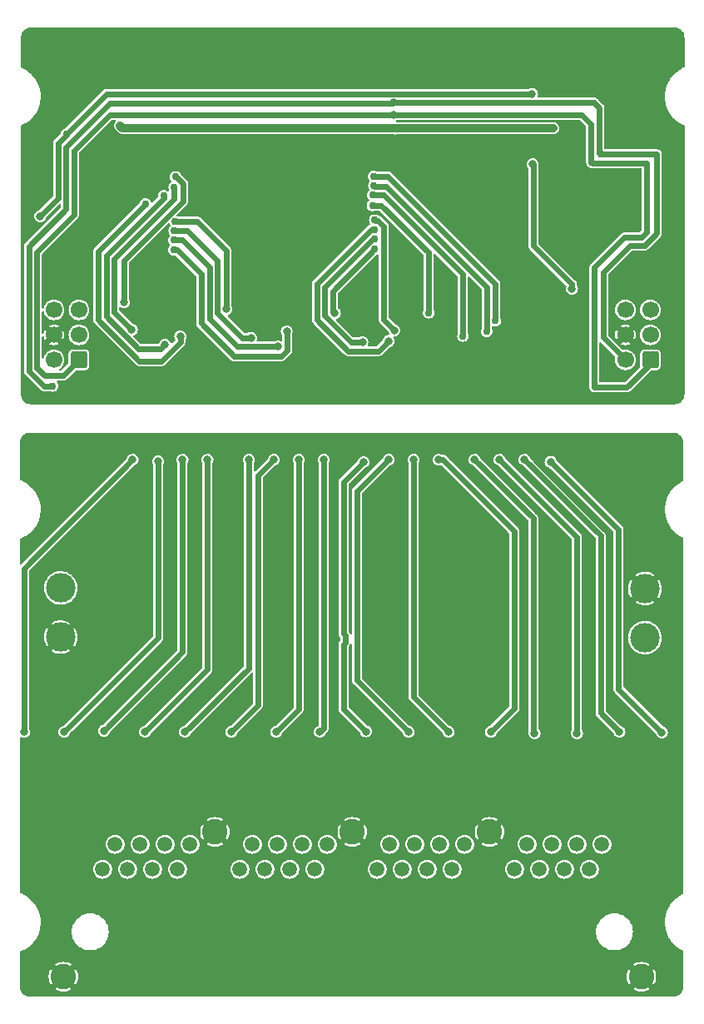
<source format=gbl>
G04 #@! TF.GenerationSoftware,KiCad,Pcbnew,(6.0.9)*
G04 #@! TF.CreationDate,2023-11-09T13:34:06+05:30*
G04 #@! TF.ProjectId,Modular-I2C-4PxRJ45-Relay-Driver,4d6f6475-6c61-4722-9d49-32432d345078,2*
G04 #@! TF.SameCoordinates,Original*
G04 #@! TF.FileFunction,Copper,L2,Bot*
G04 #@! TF.FilePolarity,Positive*
%FSLAX46Y46*%
G04 Gerber Fmt 4.6, Leading zero omitted, Abs format (unit mm)*
G04 Created by KiCad (PCBNEW (6.0.9)) date 2023-11-09 13:34:06*
%MOMM*%
%LPD*%
G01*
G04 APERTURE LIST*
G04 Aperture macros list*
%AMRoundRect*
0 Rectangle with rounded corners*
0 $1 Rounding radius*
0 $2 $3 $4 $5 $6 $7 $8 $9 X,Y pos of 4 corners*
0 Add a 4 corners polygon primitive as box body*
4,1,4,$2,$3,$4,$5,$6,$7,$8,$9,$2,$3,0*
0 Add four circle primitives for the rounded corners*
1,1,$1+$1,$2,$3*
1,1,$1+$1,$4,$5*
1,1,$1+$1,$6,$7*
1,1,$1+$1,$8,$9*
0 Add four rect primitives between the rounded corners*
20,1,$1+$1,$2,$3,$4,$5,0*
20,1,$1+$1,$4,$5,$6,$7,0*
20,1,$1+$1,$6,$7,$8,$9,0*
20,1,$1+$1,$8,$9,$2,$3,0*%
G04 Aperture macros list end*
G04 #@! TA.AperFunction,ComponentPad*
%ADD10RoundRect,0.250000X0.600000X0.600000X-0.600000X0.600000X-0.600000X-0.600000X0.600000X-0.600000X0*%
G04 #@! TD*
G04 #@! TA.AperFunction,ComponentPad*
%ADD11C,1.700000*%
G04 #@! TD*
G04 #@! TA.AperFunction,ComponentPad*
%ADD12C,3.000000*%
G04 #@! TD*
G04 #@! TA.AperFunction,ComponentPad*
%ADD13C,1.500000*%
G04 #@! TD*
G04 #@! TA.AperFunction,ComponentPad*
%ADD14C,2.600000*%
G04 #@! TD*
G04 #@! TA.AperFunction,ViaPad*
%ADD15C,0.800000*%
G04 #@! TD*
G04 #@! TA.AperFunction,ViaPad*
%ADD16C,0.756400*%
G04 #@! TD*
G04 #@! TA.AperFunction,Conductor*
%ADD17C,0.609600*%
G04 #@! TD*
G04 #@! TA.AperFunction,Conductor*
%ADD18C,0.812800*%
G04 #@! TD*
G04 APERTURE END LIST*
D10*
X179933600Y-54864000D03*
D11*
X177393600Y-54864000D03*
X179933600Y-52324000D03*
X177393600Y-52324000D03*
X179933600Y-49784000D03*
X177393600Y-49784000D03*
D12*
X179367900Y-83133800D03*
X179367900Y-78135800D03*
D10*
X121793000Y-54864000D03*
D11*
X119253000Y-54864000D03*
X121793000Y-52324000D03*
X119253000Y-52324000D03*
X121793000Y-49784000D03*
X119253000Y-49784000D03*
D12*
X119938800Y-78069800D03*
X119938800Y-83067800D03*
D13*
X124206000Y-106692500D03*
X125476000Y-104152500D03*
X126746000Y-106692500D03*
X128016000Y-104152500D03*
X129286000Y-106692500D03*
X130556000Y-104152500D03*
X131826000Y-106692500D03*
X133096000Y-104152500D03*
X138176000Y-106692500D03*
X139446000Y-104152500D03*
X140716000Y-106692500D03*
X141986000Y-104152500D03*
X143256000Y-106692500D03*
X144526000Y-104152500D03*
X145796000Y-106692500D03*
X147066000Y-104152500D03*
X152146000Y-106692500D03*
X153416000Y-104152500D03*
X154686000Y-106692500D03*
X155956000Y-104152500D03*
X157226000Y-106692500D03*
X158496000Y-104152500D03*
X159766000Y-106692500D03*
X161036000Y-104152500D03*
X166116000Y-106692500D03*
X167386000Y-104152500D03*
X168656000Y-106692500D03*
X169926000Y-104152500D03*
X171196000Y-106692500D03*
X172466000Y-104152500D03*
X173736000Y-106692500D03*
X175006000Y-104152500D03*
D14*
X163576000Y-102882500D03*
X179006000Y-117612500D03*
X120206000Y-117612500D03*
X149606000Y-102882500D03*
X135636000Y-102882500D03*
D15*
X129413000Y-51181000D03*
X158851600Y-51206400D03*
X150622000Y-51181000D03*
X139827000Y-51054000D03*
X153797000Y-29952800D03*
D16*
X173990000Y-34798000D03*
D15*
X153807800Y-28712800D03*
D16*
X119126000Y-57531000D03*
X174879000Y-33983300D03*
D15*
X171951350Y-47631650D03*
X117856000Y-40259000D03*
X167965071Y-34994800D03*
X167887350Y-27808500D03*
D16*
X120498350Y-31932800D03*
D15*
X136772350Y-49726800D03*
D16*
X131572000Y-40792400D03*
X131485457Y-41744377D03*
D15*
X139319000Y-52632500D03*
D16*
X131464095Y-42700040D03*
D15*
X142062903Y-53536800D03*
X142925800Y-51993800D03*
D16*
X131433820Y-43665464D03*
X157378400Y-50088800D03*
X151646097Y-39158703D03*
X151654200Y-38102800D03*
X160851580Y-52457620D03*
X163271200Y-51968400D03*
X151795563Y-37157408D03*
X164153700Y-50901600D03*
X151755693Y-36202337D03*
X131598497Y-36246897D03*
D15*
X126373874Y-49022000D03*
D16*
X131486000Y-37302800D03*
D15*
X127176574Y-51816000D03*
D16*
X130406400Y-38169700D03*
D15*
X130556000Y-53340000D03*
D16*
X128577152Y-39000558D03*
D15*
X132092700Y-52463700D03*
D16*
X151892494Y-43628703D03*
D15*
X147821350Y-50107800D03*
X150632043Y-53070700D03*
D16*
X151873000Y-42564000D03*
D15*
X153289000Y-52959000D03*
D16*
X151839441Y-41608687D03*
D15*
X153873200Y-51866800D03*
D16*
X151876811Y-40653515D03*
D15*
X125984000Y-31038800D03*
X170046350Y-31311550D03*
X153974800Y-31343600D03*
X142748000Y-94615000D03*
X162306000Y-73202800D03*
X152857200Y-74625200D03*
X151892000Y-72034400D03*
X153771600Y-75895200D03*
X162356800Y-80518000D03*
X147968000Y-83251300D03*
X156972000Y-83921600D03*
X163322000Y-77317600D03*
X164287200Y-74625200D03*
X138176000Y-94488000D03*
X162306000Y-71932800D03*
X152857200Y-78130400D03*
X163271200Y-74625200D03*
X151892000Y-73355200D03*
X162356800Y-75742800D03*
X163322000Y-75793600D03*
X162306000Y-74574400D03*
X156210000Y-94615000D03*
X153771600Y-77063600D03*
X164287200Y-73253600D03*
X163322000Y-80518000D03*
X151892000Y-70561200D03*
X117094000Y-94615000D03*
X173355000Y-94615000D03*
X177673000Y-94615000D03*
X160426400Y-78435200D03*
X170078400Y-83820000D03*
X153771600Y-72034400D03*
X151892000Y-77063600D03*
X162356800Y-78384400D03*
X125222000Y-94742000D03*
X164592000Y-94615000D03*
X161391600Y-79451200D03*
X162356800Y-77317600D03*
X160426400Y-77368400D03*
X164338000Y-75793600D03*
X181991000Y-94615000D03*
X133604000Y-94488000D03*
X129413000Y-94742000D03*
X170636000Y-77564800D03*
X151892000Y-94488000D03*
X161391600Y-78435200D03*
X152857200Y-70561200D03*
X163271200Y-73253600D03*
X152857200Y-77063600D03*
X153771600Y-73355200D03*
X152857200Y-75895200D03*
X161391600Y-77368400D03*
X152857200Y-73355200D03*
X158953200Y-83921600D03*
X164287200Y-71983600D03*
X151892000Y-75895200D03*
X163322000Y-79400400D03*
X157937200Y-83921600D03*
X161391600Y-80568800D03*
X160426400Y-79451200D03*
X151892000Y-74625200D03*
X147320000Y-94488000D03*
X162356800Y-79400400D03*
X169164000Y-94615000D03*
X160401000Y-94488000D03*
X160426400Y-80568800D03*
X153771600Y-78130400D03*
X121031000Y-94615000D03*
X163322000Y-78384400D03*
X153771600Y-70561200D03*
X162356800Y-70612000D03*
X153771600Y-74625200D03*
X163271200Y-71983600D03*
X152857200Y-72034400D03*
X127254000Y-65024000D03*
X116205000Y-92710000D03*
X120294400Y-92710000D03*
X129844800Y-65176400D03*
X124333000Y-92583000D03*
X132334000Y-65024000D03*
X134874000Y-65024000D03*
X128524000Y-92710000D03*
X132588000Y-92710000D03*
X139065000Y-65024000D03*
X137287000Y-92710000D03*
X141605000Y-65024000D03*
X144145000Y-65024000D03*
X141859000Y-92710000D03*
X146304000Y-92710000D03*
X146685000Y-65024000D03*
X150723600Y-65278000D03*
X150977600Y-92659200D03*
X153289000Y-65024000D03*
X155321000Y-92710000D03*
X159385000Y-92710000D03*
X155829000Y-65024000D03*
X158369000Y-65024000D03*
X163703000Y-92710000D03*
X162052000Y-65024000D03*
X168148000Y-92837000D03*
X164592000Y-65024000D03*
X172466000Y-92837000D03*
X167132000Y-65024000D03*
X176784000Y-92710000D03*
X169773600Y-65227200D03*
X181102000Y-92760800D03*
D17*
X153797000Y-29952800D02*
X124892618Y-29952800D01*
X121278350Y-40138650D02*
X117508350Y-43908650D01*
X118310823Y-56472800D02*
X120184200Y-56472800D01*
X174237350Y-57658000D02*
X177546000Y-57658000D01*
X173863000Y-34671000D02*
X173990000Y-34798000D01*
X121278350Y-33567068D02*
X121278350Y-40138650D01*
X177546000Y-57658000D02*
X179933600Y-55270400D01*
X177279894Y-42430106D02*
X174237350Y-45472650D01*
X173990000Y-34798000D02*
X174064300Y-34872300D01*
X179933600Y-55270400D02*
X179933600Y-54864000D01*
X173863000Y-30861000D02*
X173863000Y-34671000D01*
X174237350Y-45472650D02*
X174237350Y-57658000D01*
X174064300Y-34872300D02*
X179571350Y-34872300D01*
X120184200Y-56472800D02*
X121793000Y-54864000D01*
X117508350Y-43908650D02*
X117508350Y-55670327D01*
X172954800Y-29952800D02*
X173863000Y-30861000D01*
X117508350Y-55670327D02*
X118310823Y-56472800D01*
X153797000Y-29952800D02*
X172954800Y-29952800D01*
X179008350Y-42430106D02*
X177279894Y-42430106D01*
X124892618Y-29952800D02*
X121278350Y-33567068D01*
X179571350Y-41867106D02*
X179008350Y-42430106D01*
X179571350Y-34872300D02*
X179571350Y-41867106D01*
X118224075Y-57531000D02*
X119126000Y-57531000D01*
X174203297Y-28712800D02*
X174752000Y-29261503D01*
X179343018Y-43239706D02*
X177867294Y-43239706D01*
X175126350Y-45980650D02*
X175126350Y-52596750D01*
X120469230Y-39550770D02*
X116699230Y-43320770D01*
X174752000Y-33856300D02*
X174879000Y-33983300D01*
X120469230Y-33231920D02*
X120469230Y-39550770D01*
X180594000Y-41988724D02*
X179343018Y-43239706D01*
X175126350Y-52596750D02*
X177393600Y-54864000D01*
X116699230Y-56006155D02*
X118224075Y-57531000D01*
X177867294Y-43239706D02*
X175126350Y-45980650D01*
X153807800Y-28712800D02*
X174203297Y-28712800D01*
X180594000Y-33983300D02*
X180594000Y-41988724D01*
X153807800Y-28712800D02*
X153757800Y-28762800D01*
X174879000Y-33983300D02*
X180594000Y-33983300D01*
X116699230Y-43320770D02*
X116699230Y-56006155D01*
X174752000Y-29261503D02*
X174752000Y-33856300D01*
X124938350Y-28762800D02*
X120469230Y-33231920D01*
X153757800Y-28762800D02*
X124938350Y-28762800D01*
X119660110Y-38454890D02*
X119660110Y-32866890D01*
X171951350Y-47631650D02*
X171951350Y-47186800D01*
X167887350Y-27808500D02*
X124622650Y-27808500D01*
X119660110Y-32866890D02*
X120498350Y-32028650D01*
X167995600Y-35025329D02*
X167965071Y-34994800D01*
X124622650Y-27808500D02*
X120498350Y-31932800D01*
X167995600Y-43231050D02*
X167995600Y-35025329D01*
X120498350Y-32028650D02*
X120498350Y-31932800D01*
X171951350Y-47186800D02*
X167995600Y-43231050D01*
X117856000Y-40259000D02*
X119660110Y-38454890D01*
X131572000Y-40792400D02*
X133807200Y-40792400D01*
X133807200Y-40792400D02*
X136772350Y-43757550D01*
X136772350Y-43757550D02*
X136772350Y-49726800D01*
X135867550Y-50101581D02*
X138398469Y-52632500D01*
X138398469Y-52632500D02*
X139319000Y-52632500D01*
X135867550Y-44783150D02*
X135867550Y-50101581D01*
X132828777Y-41744377D02*
X135867550Y-44783150D01*
X131485457Y-41744377D02*
X132828777Y-41744377D01*
X135057950Y-45446750D02*
X135057950Y-50679150D01*
X135057950Y-50679150D02*
X137915600Y-53536800D01*
X137915600Y-53536800D02*
X142062903Y-53536800D01*
X131464095Y-42700040D02*
X132311240Y-42700040D01*
X132311240Y-42700040D02*
X135057950Y-45446750D01*
X131752664Y-43665464D02*
X134213600Y-46126400D01*
X137541000Y-54483000D02*
X142396284Y-54483000D01*
X134213600Y-46126400D02*
X134213600Y-51155600D01*
X134213600Y-51155600D02*
X137541000Y-54483000D01*
X131433820Y-43665464D02*
X131752664Y-43665464D01*
X142396284Y-54483000D02*
X142967703Y-53911581D01*
X142967703Y-53911581D02*
X142967703Y-52035703D01*
X142967703Y-52035703D02*
X142925800Y-51993800D01*
X157378400Y-43967400D02*
X157378400Y-50088800D01*
X151646097Y-39158703D02*
X152569703Y-39158703D01*
X152569703Y-39158703D02*
X157378400Y-43967400D01*
X152781852Y-38102800D02*
X160851580Y-46172528D01*
X151654200Y-38102800D02*
X152781852Y-38102800D01*
X160851580Y-46172528D02*
X160851580Y-52457620D01*
X151857955Y-37219800D02*
X153043800Y-37219800D01*
X151795563Y-37157408D02*
X151857955Y-37219800D01*
X153043800Y-37219800D02*
X163271200Y-47447200D01*
X163271200Y-47447200D02*
X163271200Y-51968400D01*
X151755693Y-36202337D02*
X153219887Y-36202337D01*
X164153700Y-47136150D02*
X164153700Y-50901600D01*
X153219887Y-36202337D02*
X164153700Y-47136150D01*
X131598497Y-36246897D02*
X131678848Y-36246897D01*
X126373874Y-44741775D02*
X126373874Y-49022000D01*
X132384800Y-36952849D02*
X132384800Y-38730849D01*
X131678848Y-36246897D02*
X132384800Y-36952849D01*
X132384800Y-38730849D02*
X126373874Y-44741775D01*
X131486000Y-38484701D02*
X125374400Y-44596301D01*
X125374400Y-44596301D02*
X125374400Y-50013826D01*
X125374400Y-50013826D02*
X127176574Y-51816000D01*
X131486000Y-37302800D02*
X131486000Y-38484701D01*
X130135450Y-53760550D02*
X130556000Y-53340000D01*
X127841543Y-53760550D02*
X130135450Y-53760550D01*
X124564800Y-44260954D02*
X124564800Y-50483807D01*
X130406400Y-38419354D02*
X124564800Y-44260954D01*
X130406400Y-38169700D02*
X130406400Y-38419354D01*
X124564800Y-50483807D02*
X127841543Y-53760550D01*
X128577152Y-39000558D02*
X123755200Y-43822510D01*
X123755200Y-50819155D02*
X127927045Y-54991000D01*
X132092700Y-53082881D02*
X132092700Y-52463700D01*
X123755200Y-43822510D02*
X123755200Y-50819155D01*
X127927045Y-54991000D02*
X130184581Y-54991000D01*
X130184581Y-54991000D02*
X132092700Y-53082881D01*
X151892494Y-43628703D02*
X147608350Y-47912847D01*
X147608350Y-49894800D02*
X147821350Y-50107800D01*
X147608350Y-47912847D02*
X147608350Y-49894800D01*
X146798750Y-50364781D02*
X146798750Y-47473696D01*
X150632043Y-53070700D02*
X149504669Y-53070700D01*
X149504669Y-53070700D02*
X146798750Y-50364781D01*
X146798750Y-47473696D02*
X151708446Y-42564000D01*
X151708446Y-42564000D02*
X151873000Y-42564000D01*
X149174200Y-53975000D02*
X152273000Y-53975000D01*
X151839441Y-41608687D02*
X151518812Y-41608687D01*
X151518812Y-41608687D02*
X145989150Y-47138349D01*
X152273000Y-53975000D02*
X153289000Y-52959000D01*
X145989150Y-50789950D02*
X149174200Y-53975000D01*
X145989150Y-47138349D02*
X145989150Y-50789950D01*
X151948983Y-40725687D02*
X152205192Y-40725687D01*
X151876811Y-40653515D02*
X151948983Y-40725687D01*
X152205192Y-40725687D02*
X152806400Y-41326895D01*
X152806400Y-41326895D02*
X152806400Y-50800000D01*
X152806400Y-50800000D02*
X153873200Y-51866800D01*
D18*
X126238000Y-31292800D02*
X125984000Y-31038800D01*
X153974800Y-31343600D02*
X153924000Y-31292800D01*
X154025600Y-31292800D02*
X153974800Y-31343600D01*
X166417100Y-31311550D02*
X166398350Y-31292800D01*
X166398350Y-31292800D02*
X154025600Y-31292800D01*
X170046350Y-31311550D02*
X166417100Y-31311550D01*
X153924000Y-31292800D02*
X126238000Y-31292800D01*
D17*
X127254000Y-65024000D02*
X116205000Y-76073000D01*
X116205000Y-76073000D02*
X116205000Y-92710000D01*
X129844800Y-65176400D02*
X129844800Y-83159600D01*
X129844800Y-83159600D02*
X120294400Y-92710000D01*
X132334000Y-84582000D02*
X124333000Y-92583000D01*
X132334000Y-65024000D02*
X132334000Y-84582000D01*
X134874000Y-86360000D02*
X128524000Y-92710000D01*
X134874000Y-65024000D02*
X134874000Y-86360000D01*
X139065000Y-65024000D02*
X139065000Y-86233000D01*
X139065000Y-86233000D02*
X132588000Y-92710000D01*
X140002200Y-89994800D02*
X137287000Y-92710000D01*
X141605000Y-65024000D02*
X140002200Y-66626800D01*
X140002200Y-66626800D02*
X140002200Y-89994800D01*
X144145000Y-90424000D02*
X141859000Y-92710000D01*
X144145000Y-65024000D02*
X144145000Y-90424000D01*
X146685000Y-65024000D02*
X146685000Y-92329000D01*
X146685000Y-92329000D02*
X146304000Y-92710000D01*
X148691600Y-67310000D02*
X148691600Y-82695319D01*
X148872800Y-83626081D02*
X148691600Y-83807281D01*
X148691600Y-82695319D02*
X148872800Y-82876519D01*
X150723600Y-65278000D02*
X148691600Y-67310000D01*
X148872800Y-82876519D02*
X148872800Y-83626081D01*
X148691600Y-90373200D02*
X150977600Y-92659200D01*
X148691600Y-83807281D02*
X148691600Y-90373200D01*
X150063200Y-87452200D02*
X155321000Y-92710000D01*
X153289000Y-65024000D02*
X150063200Y-68249800D01*
X150063200Y-68249800D02*
X150063200Y-87452200D01*
X155829000Y-65024000D02*
X155829000Y-89154000D01*
X155829000Y-89154000D02*
X159385000Y-92710000D01*
X158800800Y-65024000D02*
X166065200Y-72288400D01*
X158369000Y-65024000D02*
X158800800Y-65024000D01*
X166065200Y-90347800D02*
X163703000Y-92710000D01*
X166065200Y-72288400D02*
X166065200Y-90347800D01*
X167995600Y-92684600D02*
X168148000Y-92837000D01*
X167995600Y-70967600D02*
X167995600Y-92684600D01*
X162052000Y-65024000D02*
X167995600Y-70967600D01*
X164592000Y-65024000D02*
X172466000Y-72898000D01*
X172466000Y-72898000D02*
X172466000Y-92837000D01*
X174853600Y-90779600D02*
X176784000Y-92710000D01*
X167132000Y-65024000D02*
X174853600Y-72745600D01*
X174853600Y-72745600D02*
X174853600Y-90779600D01*
X176682400Y-72136000D02*
X176682400Y-88341200D01*
X169773600Y-65227200D02*
X176682400Y-72136000D01*
X176682400Y-88341200D02*
X181102000Y-92760800D01*
G04 #@! TA.AperFunction,Conductor*
G36*
X182400914Y-21082484D02*
G01*
X182581237Y-21100245D01*
X182600573Y-21104092D01*
X182769199Y-21155243D01*
X182787419Y-21162790D01*
X182942831Y-21245859D01*
X182959225Y-21256813D01*
X183095450Y-21368609D01*
X183109391Y-21382550D01*
X183221187Y-21518775D01*
X183232141Y-21535169D01*
X183315210Y-21690581D01*
X183322757Y-21708801D01*
X183373908Y-21877425D01*
X183377756Y-21896766D01*
X183395516Y-22077086D01*
X183396000Y-22086947D01*
X183396000Y-25064121D01*
X183376787Y-25123252D01*
X183335401Y-25156426D01*
X183311000Y-25167000D01*
X183310572Y-25167197D01*
X183310551Y-25167206D01*
X183127956Y-25251101D01*
X183127950Y-25251104D01*
X183126000Y-25252000D01*
X183098641Y-25267528D01*
X182941875Y-25356503D01*
X182941861Y-25356512D01*
X182941000Y-25357000D01*
X182940166Y-25357518D01*
X182940157Y-25357523D01*
X182797385Y-25446140D01*
X182797377Y-25446145D01*
X182796000Y-25447000D01*
X182794677Y-25447945D01*
X182663993Y-25541291D01*
X182656000Y-25547000D01*
X182571000Y-25617000D01*
X182426000Y-25742000D01*
X182286000Y-25877000D01*
X182171000Y-26002000D01*
X182026000Y-26182000D01*
X182024817Y-26183752D01*
X182024813Y-26183758D01*
X181924523Y-26332337D01*
X181891000Y-26382000D01*
X181890163Y-26383435D01*
X181832667Y-26482000D01*
X181821000Y-26502000D01*
X181746000Y-26637000D01*
X181661000Y-26817000D01*
X181591000Y-26997000D01*
X181551000Y-27107000D01*
X181550583Y-27108390D01*
X181550581Y-27108396D01*
X181523223Y-27199591D01*
X181521000Y-27207000D01*
X181491000Y-27317000D01*
X181490700Y-27318423D01*
X181490698Y-27318433D01*
X181451622Y-27504046D01*
X181451000Y-27507000D01*
X181436000Y-27612000D01*
X181435944Y-27612465D01*
X181435941Y-27612485D01*
X181416087Y-27776278D01*
X181416084Y-27776311D01*
X181416000Y-27777000D01*
X181406000Y-27887000D01*
X181401000Y-28062000D01*
X181401000Y-28162000D01*
X181401105Y-28163621D01*
X181401105Y-28163634D01*
X181408548Y-28278995D01*
X181411000Y-28317000D01*
X181411021Y-28317269D01*
X181411023Y-28317302D01*
X181413053Y-28343693D01*
X181421000Y-28447000D01*
X181446000Y-28617000D01*
X181446343Y-28618602D01*
X181446344Y-28618606D01*
X181452772Y-28648601D01*
X181476000Y-28757000D01*
X181501000Y-28872000D01*
X181531000Y-28982000D01*
X181531336Y-28983045D01*
X181531343Y-28983069D01*
X181545486Y-29027068D01*
X181576000Y-29122000D01*
X181616000Y-29232000D01*
X181616750Y-29233673D01*
X181616752Y-29233678D01*
X181681000Y-29377000D01*
X181724456Y-29473568D01*
X181726000Y-29477000D01*
X181781000Y-29582000D01*
X181781285Y-29582512D01*
X181781292Y-29582526D01*
X181799387Y-29615097D01*
X181831000Y-29672000D01*
X181831586Y-29672951D01*
X181831587Y-29672954D01*
X181871000Y-29737000D01*
X181871163Y-29737266D01*
X181925480Y-29826150D01*
X181925493Y-29826170D01*
X181926000Y-29827000D01*
X181976000Y-29902000D01*
X182016000Y-29957000D01*
X182066000Y-30022000D01*
X182126000Y-30097000D01*
X182206000Y-30192000D01*
X182206970Y-30193028D01*
X182206978Y-30193036D01*
X182290491Y-30281462D01*
X182290522Y-30281493D01*
X182291000Y-30282000D01*
X182396000Y-30387000D01*
X182466000Y-30452000D01*
X182466840Y-30452714D01*
X182548792Y-30522373D01*
X182566000Y-30537000D01*
X182566713Y-30537563D01*
X182566718Y-30537567D01*
X182654667Y-30607000D01*
X182661000Y-30612000D01*
X182661980Y-30612700D01*
X182661992Y-30612709D01*
X182730620Y-30661729D01*
X182730645Y-30661747D01*
X182731000Y-30662000D01*
X182826000Y-30727000D01*
X182921000Y-30787000D01*
X182921647Y-30787381D01*
X182921669Y-30787394D01*
X183005454Y-30836679D01*
X183006000Y-30837000D01*
X183006524Y-30837291D01*
X183006564Y-30837314D01*
X183072928Y-30874182D01*
X183096000Y-30887000D01*
X183176000Y-30927000D01*
X183311000Y-30992000D01*
X183331214Y-30999701D01*
X183379630Y-31038703D01*
X183396000Y-31093709D01*
X183396000Y-58387053D01*
X183395516Y-58396914D01*
X183377756Y-58577234D01*
X183373908Y-58596575D01*
X183322757Y-58765199D01*
X183315210Y-58783419D01*
X183232141Y-58938831D01*
X183221187Y-58955225D01*
X183109393Y-59091448D01*
X183095450Y-59105391D01*
X182959225Y-59217187D01*
X182942831Y-59228141D01*
X182787419Y-59311210D01*
X182769200Y-59318757D01*
X182600573Y-59369908D01*
X182581237Y-59373755D01*
X182404671Y-59391146D01*
X182400914Y-59391516D01*
X182391053Y-59392000D01*
X116900947Y-59392000D01*
X116891086Y-59391516D01*
X116887329Y-59391146D01*
X116710763Y-59373755D01*
X116691427Y-59369908D01*
X116522800Y-59318757D01*
X116504581Y-59311210D01*
X116349169Y-59228141D01*
X116332775Y-59217187D01*
X116196550Y-59105391D01*
X116182607Y-59091448D01*
X116070813Y-58955225D01*
X116059859Y-58938831D01*
X115976790Y-58783419D01*
X115969243Y-58765199D01*
X115918092Y-58596575D01*
X115914244Y-58577234D01*
X115896484Y-58396914D01*
X115896000Y-58387053D01*
X115896000Y-43355711D01*
X116186691Y-43355711D01*
X116188187Y-43362719D01*
X116188187Y-43362721D01*
X116188513Y-43364250D01*
X116190730Y-43385252D01*
X116190730Y-55937923D01*
X116189289Y-55950821D01*
X116189313Y-55950823D01*
X116188739Y-55957961D01*
X116187156Y-55964955D01*
X116187600Y-55972110D01*
X116190537Y-56019453D01*
X116190730Y-56025682D01*
X116190730Y-56042668D01*
X116191238Y-56046215D01*
X116191238Y-56046217D01*
X116192357Y-56054029D01*
X116193179Y-56062054D01*
X116196175Y-56110332D01*
X116198608Y-56117070D01*
X116198608Y-56117072D01*
X116199712Y-56120129D01*
X116204673Y-56140027D01*
X116206150Y-56150342D01*
X116209118Y-56156869D01*
X116226168Y-56194368D01*
X116229211Y-56201844D01*
X116245634Y-56247336D01*
X116249861Y-56253123D01*
X116249862Y-56253124D01*
X116251782Y-56255753D01*
X116262126Y-56273454D01*
X116263471Y-56276413D01*
X116263473Y-56276416D01*
X116266438Y-56282937D01*
X116271115Y-56288365D01*
X116298015Y-56319585D01*
X116303030Y-56325901D01*
X116311655Y-56337707D01*
X116323301Y-56349353D01*
X116328377Y-56354821D01*
X116361517Y-56393282D01*
X116368846Y-56398033D01*
X116385262Y-56411314D01*
X117816263Y-57842316D01*
X117824364Y-57852454D01*
X117824382Y-57852439D01*
X117829025Y-57857895D01*
X117832851Y-57863958D01*
X117867142Y-57894243D01*
X117873773Y-57900099D01*
X117878314Y-57904367D01*
X117890329Y-57916382D01*
X117899526Y-57923275D01*
X117905774Y-57928362D01*
X117925764Y-57946016D01*
X117942026Y-57960378D01*
X117948508Y-57963421D01*
X117948517Y-57963427D01*
X117951459Y-57964808D01*
X117969034Y-57975367D01*
X117977370Y-57981615D01*
X118014958Y-57995706D01*
X118022651Y-57998590D01*
X118030090Y-58001725D01*
X118060961Y-58016218D01*
X118073875Y-58022281D01*
X118084170Y-58023884D01*
X118104005Y-58029088D01*
X118107044Y-58030227D01*
X118107046Y-58030227D01*
X118113759Y-58032744D01*
X118161980Y-58036327D01*
X118169993Y-58037247D01*
X118184461Y-58039500D01*
X118200938Y-58039500D01*
X118208394Y-58039777D01*
X118251867Y-58043008D01*
X118251869Y-58043008D01*
X118259016Y-58043539D01*
X118267552Y-58041717D01*
X118288553Y-58039500D01*
X118813041Y-58039500D01*
X118851539Y-58047158D01*
X118974094Y-58097922D01*
X118980630Y-58098783D01*
X118980632Y-58098783D01*
X119119460Y-58117060D01*
X119126000Y-58117921D01*
X119132540Y-58117060D01*
X119271368Y-58098783D01*
X119271370Y-58098783D01*
X119277906Y-58097922D01*
X119419461Y-58039288D01*
X119541016Y-57946016D01*
X119634288Y-57824460D01*
X119692922Y-57682906D01*
X119712921Y-57531000D01*
X119692922Y-57379094D01*
X119634288Y-57237540D01*
X119561854Y-57143141D01*
X119541100Y-57084533D01*
X119558759Y-57024919D01*
X119608086Y-56987070D01*
X119641666Y-56981300D01*
X120115968Y-56981300D01*
X120128866Y-56982741D01*
X120128868Y-56982717D01*
X120136006Y-56983291D01*
X120143000Y-56984874D01*
X120197498Y-56981493D01*
X120203727Y-56981300D01*
X120220713Y-56981300D01*
X120224260Y-56980792D01*
X120224262Y-56980792D01*
X120226905Y-56980413D01*
X120232081Y-56979672D01*
X120240099Y-56978851D01*
X120256433Y-56977837D01*
X120281226Y-56976299D01*
X120281228Y-56976299D01*
X120288377Y-56975855D01*
X120295115Y-56973422D01*
X120295117Y-56973422D01*
X120298174Y-56972318D01*
X120318072Y-56967357D01*
X120328387Y-56965880D01*
X120372418Y-56945860D01*
X120379889Y-56942819D01*
X120425381Y-56926396D01*
X120431169Y-56922168D01*
X120433798Y-56920248D01*
X120451499Y-56909904D01*
X120454458Y-56908559D01*
X120454461Y-56908557D01*
X120460982Y-56905592D01*
X120497630Y-56874015D01*
X120503949Y-56868998D01*
X120515752Y-56860375D01*
X120527398Y-56848729D01*
X120532866Y-56843653D01*
X120565898Y-56815191D01*
X120571327Y-56810513D01*
X120576078Y-56803184D01*
X120589359Y-56786768D01*
X121428963Y-55947165D01*
X121484361Y-55918939D01*
X121500098Y-55917700D01*
X122394238Y-55917699D01*
X122447216Y-55917699D01*
X122478975Y-55914698D01*
X122484758Y-55912667D01*
X122484759Y-55912667D01*
X122600599Y-55871987D01*
X122607698Y-55869494D01*
X122613747Y-55865026D01*
X122613749Y-55865025D01*
X122711389Y-55792906D01*
X122717438Y-55788438D01*
X122758067Y-55733431D01*
X122794025Y-55684749D01*
X122794026Y-55684747D01*
X122798494Y-55678698D01*
X122843698Y-55549975D01*
X122846700Y-55518217D01*
X122846700Y-54864000D01*
X122846699Y-54212143D01*
X122846699Y-54209784D01*
X122843698Y-54178025D01*
X122834410Y-54151575D01*
X122800987Y-54056401D01*
X122798494Y-54049302D01*
X122792585Y-54041301D01*
X122721906Y-53945611D01*
X122717438Y-53939562D01*
X122645566Y-53886476D01*
X122613749Y-53862975D01*
X122613747Y-53862974D01*
X122607698Y-53858506D01*
X122540623Y-53834951D01*
X122484762Y-53815334D01*
X122484760Y-53815334D01*
X122478975Y-53813302D01*
X122472873Y-53812725D01*
X122472872Y-53812725D01*
X122449580Y-53810523D01*
X122449572Y-53810523D01*
X122447217Y-53810300D01*
X122444839Y-53810300D01*
X121790376Y-53810301D01*
X121138784Y-53810301D01*
X121107025Y-53813302D01*
X121101242Y-53815333D01*
X121101241Y-53815333D01*
X121045377Y-53834951D01*
X120978302Y-53858506D01*
X120972253Y-53862974D01*
X120972251Y-53862975D01*
X120940434Y-53886476D01*
X120868562Y-53939562D01*
X120864094Y-53945611D01*
X120793416Y-54041301D01*
X120787506Y-54049302D01*
X120785013Y-54056401D01*
X120751591Y-54151575D01*
X120742302Y-54178025D01*
X120741725Y-54184127D01*
X120741725Y-54184128D01*
X120741719Y-54184197D01*
X120739300Y-54209783D01*
X120739300Y-54212161D01*
X120739301Y-55156902D01*
X120720088Y-55216033D01*
X120709836Y-55228037D01*
X120003038Y-55934835D01*
X119947640Y-55963061D01*
X119931903Y-55964300D01*
X119834148Y-55964300D01*
X119775017Y-55945087D01*
X119738472Y-55894787D01*
X119738472Y-55832613D01*
X119775017Y-55782313D01*
X119788790Y-55773906D01*
X119820332Y-55757973D01*
X119983168Y-55630752D01*
X120118191Y-55474325D01*
X120204325Y-55322702D01*
X120217830Y-55298930D01*
X120217831Y-55298928D01*
X120220260Y-55294652D01*
X120285486Y-55098575D01*
X120298431Y-54996103D01*
X120311034Y-54896343D01*
X120311034Y-54896340D01*
X120311385Y-54893563D01*
X120311798Y-54864000D01*
X120311051Y-54856375D01*
X120292113Y-54663244D01*
X120291633Y-54658345D01*
X120290211Y-54653635D01*
X120290210Y-54653630D01*
X120233331Y-54465238D01*
X120233329Y-54465234D01*
X120231907Y-54460523D01*
X120134895Y-54278070D01*
X120004292Y-54117935D01*
X119845072Y-53986217D01*
X119663301Y-53887933D01*
X119658601Y-53886478D01*
X119658596Y-53886476D01*
X119470602Y-53828283D01*
X119470600Y-53828283D01*
X119465901Y-53826828D01*
X119260392Y-53805228D01*
X119255491Y-53805674D01*
X119255488Y-53805674D01*
X119059499Y-53823510D01*
X119059496Y-53823510D01*
X119054601Y-53823956D01*
X119049887Y-53825343D01*
X119049884Y-53825344D01*
X118939885Y-53857719D01*
X118856367Y-53882300D01*
X118852007Y-53884579D01*
X118852003Y-53884581D01*
X118696924Y-53965655D01*
X118673241Y-53978036D01*
X118669402Y-53981123D01*
X118669400Y-53981124D01*
X118627583Y-54014746D01*
X118512198Y-54107518D01*
X118509037Y-54111285D01*
X118509036Y-54111286D01*
X118469598Y-54158286D01*
X118379371Y-54265814D01*
X118279821Y-54446895D01*
X118278333Y-54451585D01*
X118278332Y-54451588D01*
X118266928Y-54487539D01*
X118217339Y-54643864D01*
X118216790Y-54648757D01*
X118215852Y-54653171D01*
X118184764Y-54707015D01*
X118127965Y-54732304D01*
X118067150Y-54719377D01*
X118025547Y-54673173D01*
X118016850Y-54632255D01*
X118016850Y-53252197D01*
X118761215Y-53252197D01*
X118768559Y-53259828D01*
X118825018Y-53291383D01*
X118833993Y-53295304D01*
X119021065Y-53356087D01*
X119030633Y-53358191D01*
X119225947Y-53381481D01*
X119235748Y-53381686D01*
X119431859Y-53366596D01*
X119441514Y-53364894D01*
X119630959Y-53312000D01*
X119640103Y-53308454D01*
X119736369Y-53259826D01*
X119744537Y-53251714D01*
X119739259Y-53241311D01*
X119264268Y-52766320D01*
X119252189Y-52760165D01*
X119247077Y-52760975D01*
X118766782Y-53241270D01*
X118761215Y-53252197D01*
X118016850Y-53252197D01*
X118016850Y-52549967D01*
X118036063Y-52490836D01*
X118086363Y-52454291D01*
X118148537Y-52454291D01*
X118198837Y-52490836D01*
X118214153Y-52522238D01*
X118267664Y-52708854D01*
X118271272Y-52717964D01*
X118317187Y-52807306D01*
X118325446Y-52815509D01*
X118335672Y-52810276D01*
X118810680Y-52335268D01*
X118816008Y-52324811D01*
X119689165Y-52324811D01*
X119689975Y-52329923D01*
X120170385Y-52810333D01*
X120181420Y-52815955D01*
X120188946Y-52808763D01*
X120217372Y-52758726D01*
X120221355Y-52749779D01*
X120283444Y-52563133D01*
X120285614Y-52553584D01*
X120310531Y-52356332D01*
X120310922Y-52350740D01*
X120311257Y-52326813D01*
X120311022Y-52321202D01*
X120309847Y-52309217D01*
X120734305Y-52309217D01*
X120751596Y-52515133D01*
X120808555Y-52713770D01*
X120903010Y-52897560D01*
X120906063Y-52901412D01*
X120906065Y-52901415D01*
X120953997Y-52961890D01*
X121031364Y-53059503D01*
X121188730Y-53193431D01*
X121369111Y-53294243D01*
X121373792Y-53295764D01*
X121560959Y-53356579D01*
X121560965Y-53356580D01*
X121565639Y-53358099D01*
X121570521Y-53358681D01*
X121570525Y-53358682D01*
X121765936Y-53381983D01*
X121765937Y-53381983D01*
X121770826Y-53382566D01*
X121976858Y-53366712D01*
X121981599Y-53365388D01*
X121981601Y-53365388D01*
X122171145Y-53312467D01*
X122175887Y-53311143D01*
X122360332Y-53217973D01*
X122523168Y-53090752D01*
X122546122Y-53064160D01*
X122593659Y-53009087D01*
X122658191Y-52934325D01*
X122725019Y-52816687D01*
X122757830Y-52758930D01*
X122757831Y-52758928D01*
X122760260Y-52754652D01*
X122799690Y-52636120D01*
X122823932Y-52563247D01*
X122823932Y-52563245D01*
X122825486Y-52558575D01*
X122826117Y-52553584D01*
X122851034Y-52356343D01*
X122851035Y-52356332D01*
X122851385Y-52353563D01*
X122851641Y-52335268D01*
X122851759Y-52326814D01*
X122851759Y-52326808D01*
X122851798Y-52324000D01*
X122851218Y-52318077D01*
X122839829Y-52201936D01*
X122831633Y-52118345D01*
X122830211Y-52113635D01*
X122830210Y-52113630D01*
X122773331Y-51925238D01*
X122773329Y-51925234D01*
X122771907Y-51920523D01*
X122674895Y-51738070D01*
X122544292Y-51577935D01*
X122420287Y-51475349D01*
X122388857Y-51449348D01*
X122388856Y-51449347D01*
X122385072Y-51446217D01*
X122203301Y-51347933D01*
X122198601Y-51346478D01*
X122198596Y-51346476D01*
X122010602Y-51288283D01*
X122010600Y-51288283D01*
X122005901Y-51286828D01*
X121800392Y-51265228D01*
X121795491Y-51265674D01*
X121795488Y-51265674D01*
X121599499Y-51283510D01*
X121599496Y-51283510D01*
X121594601Y-51283956D01*
X121589887Y-51285343D01*
X121589884Y-51285344D01*
X121501406Y-51311385D01*
X121396367Y-51342300D01*
X121392007Y-51344579D01*
X121392003Y-51344581D01*
X121242195Y-51422899D01*
X121213241Y-51438036D01*
X121209402Y-51441123D01*
X121209400Y-51441124D01*
X121128315Y-51506318D01*
X121052198Y-51567518D01*
X121049037Y-51571285D01*
X121049036Y-51571286D01*
X121043457Y-51577935D01*
X120919371Y-51725814D01*
X120819821Y-51906895D01*
X120818333Y-51911585D01*
X120818332Y-51911588D01*
X120785442Y-52015271D01*
X120757339Y-52103864D01*
X120756790Y-52108755D01*
X120756790Y-52108757D01*
X120735338Y-52300011D01*
X120734305Y-52309217D01*
X120309847Y-52309217D01*
X120291621Y-52123342D01*
X120289718Y-52113728D01*
X120232867Y-51925430D01*
X120229132Y-51916369D01*
X120188898Y-51840700D01*
X120180346Y-51832441D01*
X120170471Y-51837581D01*
X119695320Y-52312732D01*
X119689165Y-52324811D01*
X118816008Y-52324811D01*
X118816835Y-52323189D01*
X118816025Y-52318077D01*
X118335807Y-51837859D01*
X118324989Y-51832347D01*
X118317253Y-51839844D01*
X118282651Y-51902786D01*
X118278797Y-51911778D01*
X118219318Y-52099278D01*
X118216259Y-52113669D01*
X118214808Y-52113361D01*
X118191740Y-52164217D01*
X118137680Y-52194928D01*
X118075893Y-52187998D01*
X118029980Y-52146075D01*
X118016850Y-52096383D01*
X118016850Y-51396569D01*
X118761485Y-51396569D01*
X118766673Y-51406621D01*
X119241732Y-51881680D01*
X119253811Y-51887835D01*
X119258923Y-51887025D01*
X119739101Y-51406847D01*
X119744557Y-51396140D01*
X119736906Y-51388299D01*
X119667429Y-51350733D01*
X119658409Y-51346942D01*
X119470499Y-51288774D01*
X119460908Y-51286805D01*
X119265285Y-51266245D01*
X119255484Y-51266176D01*
X119059593Y-51284003D01*
X119049978Y-51285837D01*
X118861278Y-51341375D01*
X118852191Y-51345046D01*
X118769717Y-51388163D01*
X118761485Y-51396569D01*
X118016850Y-51396569D01*
X118016850Y-50011779D01*
X118036063Y-49952648D01*
X118086363Y-49916103D01*
X118148537Y-49916103D01*
X118198837Y-49952648D01*
X118214153Y-49984050D01*
X118263851Y-50157364D01*
X118268555Y-50173770D01*
X118363010Y-50357560D01*
X118366063Y-50361412D01*
X118366065Y-50361415D01*
X118401533Y-50406164D01*
X118491364Y-50519503D01*
X118648730Y-50653431D01*
X118829111Y-50754243D01*
X118833792Y-50755764D01*
X119020959Y-50816579D01*
X119020965Y-50816580D01*
X119025639Y-50818099D01*
X119030521Y-50818681D01*
X119030525Y-50818682D01*
X119225936Y-50841983D01*
X119225937Y-50841983D01*
X119230826Y-50842566D01*
X119436858Y-50826712D01*
X119441599Y-50825388D01*
X119441601Y-50825388D01*
X119631145Y-50772467D01*
X119635887Y-50771143D01*
X119820332Y-50677973D01*
X119983168Y-50550752D01*
X119990395Y-50542380D01*
X120061963Y-50459466D01*
X120118191Y-50394325D01*
X120200115Y-50250113D01*
X120217830Y-50218930D01*
X120217831Y-50218928D01*
X120220260Y-50214652D01*
X120285486Y-50018575D01*
X120291594Y-49970224D01*
X120311034Y-49816343D01*
X120311034Y-49816340D01*
X120311385Y-49813563D01*
X120311601Y-49798118D01*
X120311759Y-49786814D01*
X120311759Y-49786808D01*
X120311798Y-49784000D01*
X120310349Y-49769217D01*
X120734305Y-49769217D01*
X120751596Y-49975133D01*
X120808555Y-50173770D01*
X120903010Y-50357560D01*
X120906063Y-50361412D01*
X120906065Y-50361415D01*
X120941533Y-50406164D01*
X121031364Y-50519503D01*
X121188730Y-50653431D01*
X121369111Y-50754243D01*
X121373792Y-50755764D01*
X121560959Y-50816579D01*
X121560965Y-50816580D01*
X121565639Y-50818099D01*
X121570521Y-50818681D01*
X121570525Y-50818682D01*
X121765936Y-50841983D01*
X121765937Y-50841983D01*
X121770826Y-50842566D01*
X121976858Y-50826712D01*
X121981599Y-50825388D01*
X121981601Y-50825388D01*
X122171145Y-50772467D01*
X122175887Y-50771143D01*
X122360332Y-50677973D01*
X122523168Y-50550752D01*
X122530395Y-50542380D01*
X122601963Y-50459466D01*
X122658191Y-50394325D01*
X122740115Y-50250113D01*
X122757830Y-50218930D01*
X122757831Y-50218928D01*
X122760260Y-50214652D01*
X122825486Y-50018575D01*
X122831594Y-49970224D01*
X122851034Y-49816343D01*
X122851034Y-49816340D01*
X122851385Y-49813563D01*
X122851601Y-49798118D01*
X122851759Y-49786814D01*
X122851759Y-49786808D01*
X122851798Y-49784000D01*
X122850349Y-49769217D01*
X122841842Y-49682467D01*
X122831633Y-49578345D01*
X122830211Y-49573635D01*
X122830210Y-49573630D01*
X122773331Y-49385238D01*
X122773329Y-49385234D01*
X122771907Y-49380523D01*
X122674895Y-49198070D01*
X122544292Y-49037935D01*
X122385072Y-48906217D01*
X122203301Y-48807933D01*
X122198601Y-48806478D01*
X122198596Y-48806476D01*
X122010602Y-48748283D01*
X122010600Y-48748283D01*
X122005901Y-48746828D01*
X121800392Y-48725228D01*
X121795491Y-48725674D01*
X121795488Y-48725674D01*
X121599499Y-48743510D01*
X121599496Y-48743510D01*
X121594601Y-48743956D01*
X121589887Y-48745343D01*
X121589884Y-48745344D01*
X121435734Y-48790714D01*
X121396367Y-48802300D01*
X121392007Y-48804579D01*
X121392003Y-48804581D01*
X121277575Y-48864403D01*
X121213241Y-48898036D01*
X121209402Y-48901123D01*
X121209400Y-48901124D01*
X121072558Y-49011148D01*
X121052198Y-49027518D01*
X121049037Y-49031285D01*
X121049036Y-49031286D01*
X121043457Y-49037935D01*
X120919371Y-49185814D01*
X120819821Y-49366895D01*
X120818333Y-49371585D01*
X120818332Y-49371588D01*
X120792645Y-49452564D01*
X120757339Y-49563864D01*
X120756790Y-49568755D01*
X120756790Y-49568757D01*
X120744036Y-49682467D01*
X120734305Y-49769217D01*
X120310349Y-49769217D01*
X120301842Y-49682467D01*
X120291633Y-49578345D01*
X120290211Y-49573635D01*
X120290210Y-49573630D01*
X120233331Y-49385238D01*
X120233329Y-49385234D01*
X120231907Y-49380523D01*
X120134895Y-49198070D01*
X120004292Y-49037935D01*
X119845072Y-48906217D01*
X119663301Y-48807933D01*
X119658601Y-48806478D01*
X119658596Y-48806476D01*
X119470602Y-48748283D01*
X119470600Y-48748283D01*
X119465901Y-48746828D01*
X119260392Y-48725228D01*
X119255491Y-48725674D01*
X119255488Y-48725674D01*
X119059499Y-48743510D01*
X119059496Y-48743510D01*
X119054601Y-48743956D01*
X119049887Y-48745343D01*
X119049884Y-48745344D01*
X118895734Y-48790714D01*
X118856367Y-48802300D01*
X118852007Y-48804579D01*
X118852003Y-48804581D01*
X118737575Y-48864403D01*
X118673241Y-48898036D01*
X118669402Y-48901123D01*
X118669400Y-48901124D01*
X118532558Y-49011148D01*
X118512198Y-49027518D01*
X118509037Y-49031285D01*
X118509036Y-49031286D01*
X118503457Y-49037935D01*
X118379371Y-49185814D01*
X118279821Y-49366895D01*
X118278333Y-49371585D01*
X118278332Y-49371588D01*
X118252645Y-49452564D01*
X118217339Y-49563864D01*
X118216790Y-49568757D01*
X118215852Y-49573171D01*
X118184764Y-49627015D01*
X118127965Y-49652304D01*
X118067150Y-49639377D01*
X118025547Y-49593173D01*
X118016850Y-49552255D01*
X118016850Y-44160947D01*
X118036063Y-44101816D01*
X118046315Y-44089812D01*
X118278676Y-43857451D01*
X123242661Y-43857451D01*
X123244157Y-43864459D01*
X123244157Y-43864461D01*
X123244483Y-43865990D01*
X123246700Y-43886992D01*
X123246700Y-50750923D01*
X123245259Y-50763821D01*
X123245283Y-50763823D01*
X123244709Y-50770961D01*
X123243126Y-50777955D01*
X123245653Y-50818682D01*
X123246507Y-50832453D01*
X123246700Y-50838682D01*
X123246700Y-50855668D01*
X123247208Y-50859215D01*
X123247208Y-50859217D01*
X123248327Y-50867029D01*
X123249150Y-50875059D01*
X123251375Y-50910917D01*
X123252145Y-50923332D01*
X123254578Y-50930070D01*
X123254578Y-50930072D01*
X123255682Y-50933129D01*
X123260643Y-50953027D01*
X123262120Y-50963342D01*
X123282138Y-51007368D01*
X123285181Y-51014844D01*
X123301604Y-51060336D01*
X123305831Y-51066123D01*
X123305832Y-51066124D01*
X123307752Y-51068753D01*
X123318096Y-51086454D01*
X123319441Y-51089413D01*
X123319443Y-51089416D01*
X123322408Y-51095937D01*
X123327085Y-51101365D01*
X123353985Y-51132585D01*
X123359000Y-51138901D01*
X123367625Y-51150707D01*
X123379271Y-51162353D01*
X123384347Y-51167821D01*
X123407818Y-51195060D01*
X123417487Y-51206282D01*
X123424816Y-51211033D01*
X123441232Y-51224314D01*
X127519233Y-55302316D01*
X127527334Y-55312454D01*
X127527352Y-55312439D01*
X127531995Y-55317895D01*
X127535821Y-55323958D01*
X127541194Y-55328703D01*
X127576743Y-55360099D01*
X127581284Y-55364367D01*
X127593300Y-55376383D01*
X127596155Y-55378522D01*
X127596160Y-55378527D01*
X127602491Y-55383271D01*
X127608754Y-55388370D01*
X127644996Y-55420378D01*
X127651482Y-55423423D01*
X127654430Y-55424808D01*
X127671999Y-55435365D01*
X127674603Y-55437316D01*
X127680341Y-55441616D01*
X127725640Y-55458597D01*
X127733075Y-55461730D01*
X127776845Y-55482281D01*
X127787138Y-55483884D01*
X127806964Y-55489085D01*
X127810012Y-55490227D01*
X127816729Y-55492745D01*
X127856553Y-55495704D01*
X127864950Y-55496328D01*
X127872975Y-55497249D01*
X127883590Y-55498902D01*
X127883592Y-55498902D01*
X127887431Y-55499500D01*
X127903905Y-55499500D01*
X127911359Y-55499777D01*
X127961986Y-55503539D01*
X127968994Y-55502043D01*
X127968996Y-55502043D01*
X127970525Y-55501717D01*
X127991527Y-55499500D01*
X130116349Y-55499500D01*
X130129247Y-55500941D01*
X130129249Y-55500917D01*
X130136387Y-55501491D01*
X130143381Y-55503074D01*
X130197879Y-55499693D01*
X130204108Y-55499500D01*
X130221094Y-55499500D01*
X130224641Y-55498992D01*
X130224643Y-55498992D01*
X130227286Y-55498613D01*
X130232462Y-55497872D01*
X130240480Y-55497051D01*
X130256814Y-55496037D01*
X130281607Y-55494499D01*
X130281609Y-55494499D01*
X130288758Y-55494055D01*
X130295496Y-55491622D01*
X130295498Y-55491622D01*
X130298555Y-55490518D01*
X130318453Y-55485557D01*
X130328768Y-55484080D01*
X130372799Y-55464060D01*
X130380270Y-55461019D01*
X130425762Y-55444596D01*
X130431550Y-55440368D01*
X130434179Y-55438448D01*
X130451880Y-55428104D01*
X130454839Y-55426759D01*
X130454842Y-55426757D01*
X130461363Y-55423792D01*
X130498011Y-55392215D01*
X130504330Y-55387198D01*
X130516133Y-55378575D01*
X130527779Y-55366929D01*
X130533247Y-55361853D01*
X130566279Y-55333391D01*
X130571708Y-55328713D01*
X130576459Y-55321384D01*
X130589740Y-55304968D01*
X132404016Y-53490693D01*
X132414154Y-53482592D01*
X132414139Y-53482574D01*
X132419595Y-53477931D01*
X132425658Y-53474105D01*
X132461800Y-53433182D01*
X132466067Y-53428642D01*
X132478083Y-53416626D01*
X132480222Y-53413771D01*
X132480227Y-53413766D01*
X132484971Y-53407435D01*
X132490070Y-53401172D01*
X132507017Y-53381983D01*
X132522078Y-53364930D01*
X132526230Y-53356087D01*
X132526508Y-53355496D01*
X132537065Y-53337927D01*
X132539016Y-53335323D01*
X132539017Y-53335322D01*
X132543316Y-53329585D01*
X132560298Y-53284283D01*
X132563433Y-53276845D01*
X132569721Y-53263454D01*
X132583981Y-53233081D01*
X132585584Y-53222788D01*
X132590785Y-53202962D01*
X132591927Y-53199914D01*
X132591927Y-53199913D01*
X132594445Y-53193197D01*
X132598028Y-53144976D01*
X132598949Y-53136951D01*
X132600602Y-53126336D01*
X132600602Y-53126334D01*
X132601200Y-53122495D01*
X132601200Y-53106021D01*
X132601477Y-53098566D01*
X132604708Y-53055086D01*
X132605239Y-53047940D01*
X132603743Y-53040930D01*
X132603417Y-53039401D01*
X132601200Y-53018399D01*
X132601200Y-52826004D01*
X132614678Y-52775704D01*
X132616016Y-52773386D01*
X132620031Y-52768154D01*
X132625744Y-52754363D01*
X132640820Y-52717964D01*
X132680861Y-52621297D01*
X132683272Y-52602988D01*
X132700748Y-52470240D01*
X132701609Y-52463700D01*
X132700572Y-52455822D01*
X132681722Y-52312641D01*
X132681721Y-52312639D01*
X132680861Y-52306103D01*
X132645947Y-52221812D01*
X132622554Y-52165336D01*
X132622552Y-52165333D01*
X132620031Y-52159246D01*
X132523264Y-52033136D01*
X132397155Y-51936369D01*
X132250297Y-51875539D01*
X132243761Y-51874679D01*
X132243759Y-51874678D01*
X132099240Y-51855652D01*
X132092700Y-51854791D01*
X132086160Y-51855652D01*
X131941641Y-51874678D01*
X131941639Y-51874679D01*
X131935103Y-51875539D01*
X131869323Y-51902786D01*
X131794336Y-51933846D01*
X131794333Y-51933848D01*
X131788246Y-51936369D01*
X131662136Y-52033136D01*
X131565369Y-52159246D01*
X131562848Y-52165333D01*
X131562846Y-52165336D01*
X131539453Y-52221812D01*
X131504539Y-52306103D01*
X131503679Y-52312639D01*
X131503678Y-52312641D01*
X131484828Y-52455822D01*
X131483791Y-52463700D01*
X131484652Y-52470240D01*
X131502129Y-52602988D01*
X131504539Y-52621297D01*
X131544580Y-52717964D01*
X131559657Y-52754363D01*
X131565369Y-52768154D01*
X131569384Y-52773386D01*
X131570722Y-52775704D01*
X131584200Y-52826004D01*
X131584200Y-52830584D01*
X131564987Y-52889715D01*
X131554735Y-52901719D01*
X131288666Y-53167788D01*
X131233268Y-53196014D01*
X131171860Y-53186288D01*
X131127896Y-53142324D01*
X131124589Y-53135151D01*
X131085854Y-53041636D01*
X131085852Y-53041633D01*
X131083331Y-53035546D01*
X130986564Y-52909436D01*
X130860455Y-52812669D01*
X130713597Y-52751839D01*
X130707061Y-52750979D01*
X130707059Y-52750978D01*
X130562540Y-52731952D01*
X130556000Y-52731091D01*
X130549460Y-52731952D01*
X130404941Y-52750978D01*
X130404939Y-52750979D01*
X130398403Y-52751839D01*
X130348919Y-52772336D01*
X130257636Y-52810146D01*
X130257633Y-52810148D01*
X130251546Y-52812669D01*
X130125436Y-52909436D01*
X130028669Y-53035546D01*
X130026148Y-53041633D01*
X130026146Y-53041636D01*
X129992573Y-53122689D01*
X129967839Y-53182403D01*
X129967064Y-53182082D01*
X129936182Y-53229633D01*
X129872875Y-53252050D01*
X128093841Y-53252050D01*
X128034710Y-53232837D01*
X128022706Y-53222585D01*
X127348787Y-52548666D01*
X127320561Y-52493268D01*
X127330287Y-52431860D01*
X127374251Y-52387896D01*
X127381424Y-52384589D01*
X127474933Y-52345856D01*
X127481029Y-52343331D01*
X127607138Y-52246564D01*
X127703905Y-52120454D01*
X127706675Y-52113768D01*
X127741168Y-52030492D01*
X127764735Y-51973597D01*
X127769969Y-51933846D01*
X127784622Y-51822540D01*
X127785483Y-51816000D01*
X127775223Y-51738070D01*
X127765596Y-51664941D01*
X127765595Y-51664939D01*
X127764735Y-51658403D01*
X127727089Y-51567518D01*
X127706428Y-51517636D01*
X127706426Y-51517633D01*
X127703905Y-51511546D01*
X127623394Y-51406621D01*
X127611152Y-51390667D01*
X127611151Y-51390666D01*
X127607138Y-51385436D01*
X127481029Y-51288669D01*
X127334171Y-51227839D01*
X127327630Y-51226978D01*
X127325045Y-51226285D01*
X127279949Y-51200248D01*
X125912365Y-49832664D01*
X125884139Y-49777266D01*
X125882900Y-49761529D01*
X125882900Y-49610206D01*
X125902113Y-49551075D01*
X125952413Y-49514530D01*
X126014587Y-49514530D01*
X126044742Y-49530395D01*
X126069419Y-49549331D01*
X126216277Y-49610161D01*
X126222813Y-49611021D01*
X126222815Y-49611022D01*
X126367334Y-49630048D01*
X126373874Y-49630909D01*
X126380414Y-49630048D01*
X126524933Y-49611022D01*
X126524935Y-49611021D01*
X126531471Y-49610161D01*
X126678329Y-49549331D01*
X126804438Y-49452564D01*
X126901205Y-49326454D01*
X126962035Y-49179597D01*
X126982783Y-49022000D01*
X126967232Y-48903879D01*
X126962896Y-48870941D01*
X126962895Y-48870939D01*
X126962035Y-48864403D01*
X126901205Y-48717546D01*
X126897190Y-48712314D01*
X126895852Y-48709996D01*
X126882374Y-48659696D01*
X126882374Y-44994072D01*
X126901587Y-44934941D01*
X126911839Y-44922937D01*
X130865049Y-40969727D01*
X130920447Y-40941501D01*
X130981855Y-40951227D01*
X131025819Y-40995191D01*
X131029126Y-41002363D01*
X131063712Y-41085860D01*
X131098502Y-41131200D01*
X131122566Y-41162561D01*
X131143320Y-41221169D01*
X131125661Y-41280783D01*
X131103996Y-41303613D01*
X131075673Y-41325346D01*
X131075671Y-41325348D01*
X131070441Y-41329361D01*
X130977169Y-41450917D01*
X130918535Y-41592471D01*
X130898536Y-41744377D01*
X130918535Y-41896283D01*
X130947863Y-41967086D01*
X130974553Y-42031521D01*
X130977169Y-42037837D01*
X130981180Y-42043064D01*
X130981181Y-42043066D01*
X131062533Y-42149088D01*
X131083287Y-42207697D01*
X131065627Y-42267310D01*
X131054098Y-42281173D01*
X131049079Y-42285024D01*
X130955807Y-42406580D01*
X130897173Y-42548134D01*
X130877174Y-42700040D01*
X130897173Y-42851946D01*
X130922444Y-42912955D01*
X130949699Y-42978753D01*
X130955807Y-42993500D01*
X131042009Y-43105841D01*
X131062762Y-43164448D01*
X131045103Y-43224062D01*
X131028493Y-43241566D01*
X131028698Y-43241771D01*
X131024034Y-43246435D01*
X131018804Y-43250448D01*
X130925532Y-43372004D01*
X130923010Y-43378091D01*
X130923009Y-43378094D01*
X130904556Y-43422644D01*
X130866898Y-43513558D01*
X130866037Y-43520094D01*
X130866037Y-43520096D01*
X130850476Y-43638291D01*
X130846899Y-43665464D01*
X130847760Y-43672004D01*
X130865510Y-43806825D01*
X130866898Y-43817370D01*
X130886404Y-43864461D01*
X130913919Y-43930887D01*
X130925532Y-43958924D01*
X131018804Y-44080480D01*
X131140359Y-44173752D01*
X131281914Y-44232386D01*
X131288450Y-44233247D01*
X131288452Y-44233247D01*
X131427280Y-44251524D01*
X131433820Y-44252385D01*
X131440360Y-44251524D01*
X131549559Y-44237148D01*
X131610692Y-44248478D01*
X131633825Y-44265752D01*
X133675635Y-46307562D01*
X133703861Y-46362960D01*
X133705100Y-46378697D01*
X133705100Y-51087368D01*
X133703659Y-51100266D01*
X133703683Y-51100268D01*
X133703109Y-51107406D01*
X133701526Y-51114400D01*
X133701970Y-51121555D01*
X133704907Y-51168898D01*
X133705100Y-51175127D01*
X133705100Y-51192113D01*
X133706352Y-51200853D01*
X133706727Y-51203474D01*
X133707549Y-51211499D01*
X133710545Y-51259777D01*
X133712978Y-51266515D01*
X133712978Y-51266517D01*
X133714082Y-51269574D01*
X133719043Y-51289472D01*
X133720520Y-51299787D01*
X133728172Y-51316616D01*
X133740538Y-51343813D01*
X133743581Y-51351289D01*
X133760004Y-51396781D01*
X133764231Y-51402568D01*
X133764232Y-51402569D01*
X133766152Y-51405198D01*
X133776496Y-51422899D01*
X133777841Y-51425858D01*
X133777843Y-51425861D01*
X133780808Y-51432382D01*
X133785485Y-51437810D01*
X133812385Y-51469030D01*
X133817400Y-51475346D01*
X133826025Y-51487152D01*
X133837671Y-51498798D01*
X133842747Y-51504266D01*
X133875887Y-51542727D01*
X133883216Y-51547478D01*
X133899632Y-51560759D01*
X137133185Y-54794312D01*
X137141288Y-54804453D01*
X137141306Y-54804438D01*
X137145951Y-54809896D01*
X137149776Y-54815958D01*
X137155149Y-54820703D01*
X137190707Y-54852107D01*
X137195248Y-54856375D01*
X137207255Y-54868382D01*
X137216451Y-54875274D01*
X137222692Y-54880356D01*
X137258951Y-54912378D01*
X137266223Y-54915792D01*
X137268380Y-54916805D01*
X137285954Y-54927364D01*
X137294295Y-54933616D01*
X137339601Y-54950600D01*
X137347015Y-54953724D01*
X137390800Y-54974281D01*
X137397884Y-54975384D01*
X137397887Y-54975385D01*
X137401102Y-54975886D01*
X137420927Y-54981087D01*
X137423966Y-54982226D01*
X137423968Y-54982226D01*
X137430684Y-54984744D01*
X137478905Y-54988327D01*
X137486918Y-54989247D01*
X137501386Y-54991500D01*
X137517863Y-54991500D01*
X137525319Y-54991777D01*
X137568792Y-54995008D01*
X137568794Y-54995008D01*
X137575941Y-54995539D01*
X137584477Y-54993717D01*
X137605478Y-54991500D01*
X142328052Y-54991500D01*
X142340950Y-54992941D01*
X142340952Y-54992917D01*
X142348090Y-54993491D01*
X142355084Y-54995074D01*
X142409582Y-54991693D01*
X142415811Y-54991500D01*
X142432797Y-54991500D01*
X142436344Y-54990992D01*
X142436346Y-54990992D01*
X142438989Y-54990613D01*
X142444165Y-54989872D01*
X142452183Y-54989051D01*
X142468517Y-54988037D01*
X142493310Y-54986499D01*
X142493312Y-54986499D01*
X142500461Y-54986055D01*
X142507199Y-54983622D01*
X142507201Y-54983622D01*
X142510258Y-54982518D01*
X142530156Y-54977557D01*
X142540471Y-54976080D01*
X142584502Y-54956060D01*
X142591973Y-54953019D01*
X142637465Y-54936596D01*
X142643253Y-54932368D01*
X142645882Y-54930448D01*
X142663583Y-54920104D01*
X142666542Y-54918759D01*
X142666545Y-54918757D01*
X142673066Y-54915792D01*
X142709714Y-54884215D01*
X142716033Y-54879198D01*
X142727836Y-54870575D01*
X142739482Y-54858929D01*
X142744950Y-54853853D01*
X142777982Y-54825391D01*
X142783411Y-54820713D01*
X142788162Y-54813384D01*
X142801443Y-54796968D01*
X143279019Y-54319393D01*
X143289157Y-54311292D01*
X143289142Y-54311274D01*
X143294598Y-54306631D01*
X143300661Y-54302805D01*
X143336803Y-54261882D01*
X143341070Y-54257342D01*
X143353085Y-54245327D01*
X143359978Y-54236130D01*
X143365065Y-54229882D01*
X143392338Y-54199001D01*
X143392339Y-54198999D01*
X143397081Y-54193630D01*
X143400124Y-54187148D01*
X143400130Y-54187139D01*
X143401511Y-54184197D01*
X143412071Y-54166621D01*
X143414020Y-54164021D01*
X143414021Y-54164020D01*
X143418318Y-54158286D01*
X143435293Y-54113005D01*
X143438428Y-54105566D01*
X143455938Y-54068269D01*
X143455938Y-54068268D01*
X143458984Y-54061781D01*
X143460587Y-54051485D01*
X143465791Y-54031651D01*
X143466930Y-54028612D01*
X143466930Y-54028610D01*
X143469447Y-54021897D01*
X143473030Y-53973676D01*
X143473951Y-53965655D01*
X143475605Y-53955033D01*
X143476203Y-53951195D01*
X143476203Y-53934718D01*
X143476480Y-53927262D01*
X143479711Y-53883789D01*
X143479711Y-53883787D01*
X143480242Y-53876640D01*
X143478420Y-53868104D01*
X143476203Y-53847103D01*
X143476203Y-52262563D01*
X143483861Y-52224065D01*
X143493027Y-52201936D01*
X143513961Y-52151397D01*
X143517347Y-52125682D01*
X143533848Y-52000340D01*
X143534709Y-51993800D01*
X143531365Y-51968400D01*
X143514822Y-51842741D01*
X143514821Y-51842739D01*
X143513961Y-51836203D01*
X143468237Y-51725814D01*
X143455654Y-51695436D01*
X143455652Y-51695433D01*
X143453131Y-51689346D01*
X143356364Y-51563236D01*
X143230255Y-51466469D01*
X143083397Y-51405639D01*
X143076861Y-51404779D01*
X143076859Y-51404778D01*
X142932340Y-51385752D01*
X142925800Y-51384891D01*
X142919260Y-51385752D01*
X142774741Y-51404778D01*
X142774739Y-51404779D01*
X142768203Y-51405639D01*
X142704031Y-51432220D01*
X142627436Y-51463946D01*
X142627433Y-51463948D01*
X142621346Y-51466469D01*
X142495236Y-51563236D01*
X142398469Y-51689346D01*
X142395948Y-51695433D01*
X142395946Y-51695436D01*
X142383363Y-51725814D01*
X142337639Y-51836203D01*
X142336779Y-51842739D01*
X142336778Y-51842741D01*
X142320235Y-51968400D01*
X142316891Y-51993800D01*
X142317752Y-52000340D01*
X142334254Y-52125682D01*
X142337639Y-52151397D01*
X142358573Y-52201936D01*
X142395934Y-52292133D01*
X142398469Y-52298254D01*
X142438415Y-52350313D01*
X142459203Y-52411554D01*
X142459203Y-52896954D01*
X142439990Y-52956085D01*
X142389690Y-52992630D01*
X142327516Y-52992630D01*
X142320111Y-52989899D01*
X142220500Y-52948639D01*
X142213964Y-52947779D01*
X142213962Y-52947778D01*
X142069443Y-52928752D01*
X142062903Y-52927891D01*
X142056363Y-52928752D01*
X141911844Y-52947778D01*
X141911842Y-52947779D01*
X141905306Y-52948639D01*
X141758449Y-53009469D01*
X141753217Y-53013484D01*
X141750899Y-53014822D01*
X141700599Y-53028300D01*
X139959052Y-53028300D01*
X139899921Y-53009087D01*
X139863376Y-52958787D01*
X139863376Y-52896613D01*
X139866110Y-52889202D01*
X139907161Y-52790097D01*
X139909500Y-52772336D01*
X139927048Y-52639040D01*
X139927909Y-52632500D01*
X139917043Y-52549967D01*
X139908022Y-52481441D01*
X139908021Y-52481439D01*
X139907161Y-52474903D01*
X139865102Y-52373363D01*
X139848854Y-52334136D01*
X139848852Y-52334133D01*
X139846331Y-52328046D01*
X139749564Y-52201936D01*
X139623455Y-52105169D01*
X139476597Y-52044339D01*
X139470061Y-52043479D01*
X139470059Y-52043478D01*
X139325540Y-52024452D01*
X139319000Y-52023591D01*
X139312460Y-52024452D01*
X139167941Y-52043478D01*
X139167939Y-52043479D01*
X139161403Y-52044339D01*
X139054007Y-52088824D01*
X139020642Y-52102644D01*
X139014546Y-52105169D01*
X139009314Y-52109184D01*
X139006996Y-52110522D01*
X138956696Y-52124000D01*
X138650766Y-52124000D01*
X138591635Y-52104787D01*
X138579631Y-52094535D01*
X136944562Y-50459466D01*
X136916336Y-50404068D01*
X136926062Y-50342660D01*
X136970026Y-50298696D01*
X136977199Y-50295389D01*
X137070709Y-50256656D01*
X137076805Y-50254131D01*
X137202914Y-50157364D01*
X137299681Y-50031254D01*
X137306956Y-50013692D01*
X137330545Y-49956741D01*
X137360511Y-49884397D01*
X137369471Y-49816343D01*
X137380398Y-49733340D01*
X137381259Y-49726800D01*
X137380398Y-49720260D01*
X137361372Y-49575741D01*
X137361371Y-49575739D01*
X137360511Y-49569203D01*
X137299681Y-49422346D01*
X137295666Y-49417114D01*
X137294328Y-49414796D01*
X137280850Y-49364496D01*
X137280850Y-47173290D01*
X145476611Y-47173290D01*
X145478107Y-47180298D01*
X145478107Y-47180300D01*
X145478433Y-47181829D01*
X145480650Y-47202831D01*
X145480650Y-50721718D01*
X145479209Y-50734616D01*
X145479233Y-50734618D01*
X145478659Y-50741756D01*
X145477076Y-50748750D01*
X145477908Y-50762160D01*
X145480457Y-50803248D01*
X145480650Y-50809477D01*
X145480650Y-50826463D01*
X145481158Y-50830010D01*
X145481158Y-50830012D01*
X145482277Y-50837824D01*
X145483099Y-50845849D01*
X145486095Y-50894127D01*
X145488528Y-50900865D01*
X145488528Y-50900867D01*
X145489632Y-50903924D01*
X145494593Y-50923822D01*
X145496070Y-50934137D01*
X145504659Y-50953027D01*
X145516088Y-50978163D01*
X145519131Y-50985639D01*
X145535554Y-51031131D01*
X145539781Y-51036918D01*
X145539782Y-51036919D01*
X145541702Y-51039548D01*
X145552046Y-51057249D01*
X145553391Y-51060208D01*
X145553393Y-51060211D01*
X145556358Y-51066732D01*
X145561035Y-51072160D01*
X145587935Y-51103380D01*
X145592950Y-51109696D01*
X145601575Y-51121502D01*
X145613221Y-51133148D01*
X145618297Y-51138616D01*
X145644390Y-51168898D01*
X145651437Y-51177077D01*
X145658766Y-51181828D01*
X145675182Y-51195109D01*
X148766385Y-54286312D01*
X148774488Y-54296453D01*
X148774506Y-54296438D01*
X148779151Y-54301896D01*
X148782976Y-54307958D01*
X148817630Y-54338563D01*
X148823907Y-54344107D01*
X148828448Y-54348375D01*
X148840455Y-54360382D01*
X148849651Y-54367274D01*
X148855892Y-54372356D01*
X148892151Y-54404378D01*
X148899423Y-54407792D01*
X148901580Y-54408805D01*
X148919154Y-54419364D01*
X148927495Y-54425616D01*
X148934205Y-54428132D01*
X148934206Y-54428132D01*
X148972794Y-54442598D01*
X148980218Y-54445726D01*
X149024000Y-54466281D01*
X149034292Y-54467883D01*
X149054117Y-54473085D01*
X149057168Y-54474228D01*
X149057172Y-54474229D01*
X149063884Y-54476745D01*
X149087491Y-54478499D01*
X149112105Y-54480328D01*
X149120130Y-54481249D01*
X149130745Y-54482902D01*
X149130747Y-54482902D01*
X149134586Y-54483500D01*
X149151060Y-54483500D01*
X149158514Y-54483777D01*
X149209141Y-54487539D01*
X149216149Y-54486043D01*
X149216151Y-54486043D01*
X149217680Y-54485717D01*
X149238682Y-54483500D01*
X152204768Y-54483500D01*
X152217666Y-54484941D01*
X152217668Y-54484917D01*
X152224806Y-54485491D01*
X152231800Y-54487074D01*
X152286298Y-54483693D01*
X152292527Y-54483500D01*
X152309513Y-54483500D01*
X152313060Y-54482992D01*
X152313062Y-54482992D01*
X152316497Y-54482500D01*
X152320881Y-54481872D01*
X152328899Y-54481051D01*
X152345233Y-54480037D01*
X152370026Y-54478499D01*
X152370028Y-54478499D01*
X152377177Y-54478055D01*
X152383915Y-54475622D01*
X152383917Y-54475622D01*
X152386974Y-54474518D01*
X152406872Y-54469557D01*
X152417187Y-54468080D01*
X152461218Y-54448060D01*
X152468689Y-54445019D01*
X152514181Y-54428596D01*
X152519969Y-54424368D01*
X152522598Y-54422448D01*
X152540299Y-54412104D01*
X152543258Y-54410759D01*
X152543261Y-54410757D01*
X152549782Y-54407792D01*
X152586430Y-54376215D01*
X152592749Y-54371198D01*
X152604552Y-54362575D01*
X152616198Y-54350929D01*
X152621666Y-54345853D01*
X152654698Y-54317391D01*
X152660127Y-54312713D01*
X152664878Y-54305384D01*
X152678159Y-54288968D01*
X153392375Y-53574752D01*
X153437471Y-53548715D01*
X153440056Y-53548022D01*
X153446597Y-53547161D01*
X153593455Y-53486331D01*
X153719564Y-53389564D01*
X153734347Y-53370299D01*
X153778722Y-53312467D01*
X153816331Y-53263454D01*
X153830894Y-53228297D01*
X153865406Y-53144976D01*
X153877161Y-53116597D01*
X153878554Y-53106021D01*
X153897048Y-52965540D01*
X153897909Y-52959000D01*
X153894799Y-52935377D01*
X153878022Y-52807941D01*
X153878021Y-52807939D01*
X153877161Y-52801403D01*
X153816331Y-52654546D01*
X153802629Y-52636689D01*
X153781875Y-52578081D01*
X153799534Y-52518467D01*
X153848861Y-52480618D01*
X153873294Y-52476420D01*
X153873200Y-52475709D01*
X154024259Y-52455822D01*
X154024261Y-52455821D01*
X154030797Y-52454961D01*
X154177655Y-52394131D01*
X154303764Y-52297364D01*
X154400531Y-52171254D01*
X154403258Y-52164672D01*
X154430389Y-52099170D01*
X154461361Y-52024397D01*
X154462563Y-52015271D01*
X154481248Y-51873340D01*
X154482109Y-51866800D01*
X154465733Y-51742409D01*
X154462222Y-51715741D01*
X154462221Y-51715739D01*
X154461361Y-51709203D01*
X154426447Y-51624912D01*
X154403054Y-51568436D01*
X154403052Y-51568433D01*
X154400531Y-51562346D01*
X154326601Y-51465998D01*
X154307778Y-51441467D01*
X154307777Y-51441466D01*
X154303764Y-51436236D01*
X154177655Y-51339469D01*
X154030797Y-51278639D01*
X154024256Y-51277778D01*
X154021671Y-51277085D01*
X153976575Y-51251048D01*
X153344365Y-50618838D01*
X153316139Y-50563440D01*
X153314900Y-50547703D01*
X153314900Y-41395128D01*
X153316341Y-41382230D01*
X153316317Y-41382228D01*
X153316891Y-41375090D01*
X153318474Y-41368096D01*
X153315093Y-41313597D01*
X153314900Y-41307368D01*
X153314900Y-41290382D01*
X153313272Y-41279014D01*
X153312450Y-41270991D01*
X153309899Y-41229868D01*
X153309898Y-41229865D01*
X153309455Y-41222718D01*
X153305919Y-41212924D01*
X153300957Y-41193023D01*
X153299480Y-41182708D01*
X153279457Y-41138670D01*
X153276416Y-41131200D01*
X153266015Y-41102387D01*
X153259996Y-41085715D01*
X153255655Y-41079772D01*
X153253845Y-41077294D01*
X153243507Y-41059601D01*
X153242160Y-41056640D01*
X153242160Y-41056639D01*
X153239192Y-41050113D01*
X153234512Y-41044681D01*
X153207616Y-41013465D01*
X153202599Y-41007147D01*
X153196265Y-40998478D01*
X153193975Y-40995343D01*
X153182329Y-40983697D01*
X153177253Y-40978229D01*
X153148791Y-40945197D01*
X153144113Y-40939768D01*
X153136784Y-40935017D01*
X153120368Y-40921736D01*
X152613007Y-40414375D01*
X152604904Y-40404234D01*
X152604886Y-40404249D01*
X152600241Y-40398791D01*
X152596416Y-40392729D01*
X152555484Y-40356579D01*
X152550944Y-40352312D01*
X152538937Y-40340305D01*
X152529741Y-40333413D01*
X152523500Y-40328331D01*
X152487241Y-40296309D01*
X152479083Y-40292479D01*
X152477812Y-40291882D01*
X152460238Y-40281323D01*
X152451897Y-40275071D01*
X152426474Y-40265540D01*
X152406598Y-40258089D01*
X152399174Y-40254961D01*
X152355392Y-40234406D01*
X152345100Y-40232804D01*
X152325275Y-40227602D01*
X152322224Y-40226459D01*
X152322220Y-40226458D01*
X152315508Y-40223942D01*
X152298235Y-40222659D01*
X152244451Y-40202147D01*
X152175505Y-40149242D01*
X152175503Y-40149241D01*
X152170272Y-40145227D01*
X152028717Y-40086593D01*
X152022181Y-40085732D01*
X152022179Y-40085732D01*
X151883351Y-40067455D01*
X151876811Y-40066594D01*
X151870271Y-40067455D01*
X151731443Y-40085732D01*
X151731441Y-40085732D01*
X151724905Y-40086593D01*
X151683584Y-40103709D01*
X151589441Y-40142704D01*
X151589438Y-40142705D01*
X151583351Y-40145227D01*
X151461795Y-40238499D01*
X151368523Y-40360055D01*
X151366001Y-40366142D01*
X151366000Y-40366145D01*
X151347309Y-40411270D01*
X151309889Y-40501609D01*
X151309028Y-40508145D01*
X151309028Y-40508147D01*
X151290751Y-40646975D01*
X151289890Y-40653515D01*
X151309889Y-40805421D01*
X151327535Y-40848022D01*
X151365538Y-40939768D01*
X151368523Y-40946975D01*
X151372537Y-40952206D01*
X151372538Y-40952208D01*
X151388969Y-40973622D01*
X151409724Y-41032230D01*
X151392065Y-41091843D01*
X151350799Y-41126440D01*
X151330586Y-41135631D01*
X151323123Y-41138668D01*
X151277631Y-41155091D01*
X151271844Y-41159318D01*
X151271843Y-41159319D01*
X151269214Y-41161239D01*
X151251513Y-41171583D01*
X151248554Y-41172928D01*
X151248551Y-41172930D01*
X151242030Y-41175895D01*
X151236602Y-41180572D01*
X151205382Y-41207472D01*
X151199066Y-41212487D01*
X151187260Y-41221112D01*
X151175614Y-41232758D01*
X151170146Y-41237834D01*
X151131685Y-41270974D01*
X151126934Y-41278303D01*
X151113653Y-41294719D01*
X145677838Y-46730534D01*
X145667697Y-46738637D01*
X145667712Y-46738655D01*
X145662254Y-46743300D01*
X145656192Y-46747125D01*
X145651447Y-46752498D01*
X145620043Y-46788056D01*
X145615775Y-46792597D01*
X145603768Y-46804604D01*
X145596876Y-46813800D01*
X145591794Y-46820041D01*
X145559772Y-46856300D01*
X145556725Y-46862791D01*
X145555345Y-46865729D01*
X145544786Y-46883303D01*
X145538534Y-46891644D01*
X145536018Y-46898354D01*
X145536018Y-46898355D01*
X145521552Y-46936943D01*
X145518424Y-46944367D01*
X145497869Y-46988149D01*
X145496767Y-46995228D01*
X145496267Y-46998439D01*
X145491065Y-47018266D01*
X145489922Y-47021317D01*
X145489921Y-47021321D01*
X145487405Y-47028033D01*
X145486874Y-47035181D01*
X145483822Y-47076254D01*
X145482902Y-47084272D01*
X145480650Y-47098735D01*
X145480650Y-47115209D01*
X145480373Y-47122663D01*
X145476611Y-47173290D01*
X137280850Y-47173290D01*
X137280850Y-43825783D01*
X137282291Y-43812886D01*
X137282267Y-43812884D01*
X137282842Y-43805743D01*
X137284424Y-43798750D01*
X137281043Y-43744251D01*
X137280850Y-43738022D01*
X137280850Y-43721037D01*
X137279222Y-43709664D01*
X137278400Y-43701646D01*
X137275849Y-43660522D01*
X137275848Y-43660519D01*
X137275405Y-43653372D01*
X137271868Y-43643574D01*
X137266907Y-43623678D01*
X137266538Y-43621104D01*
X137265430Y-43613363D01*
X137245406Y-43569322D01*
X137242368Y-43561861D01*
X137241502Y-43559460D01*
X137225945Y-43516369D01*
X137219799Y-43507956D01*
X137209456Y-43490256D01*
X137208108Y-43487291D01*
X137205142Y-43480768D01*
X137173577Y-43444135D01*
X137168556Y-43437812D01*
X137167714Y-43436659D01*
X137159925Y-43425997D01*
X137148273Y-43414345D01*
X137143208Y-43408890D01*
X137110063Y-43370423D01*
X137104048Y-43366524D01*
X137102737Y-43365674D01*
X137086320Y-43352392D01*
X134215015Y-40481088D01*
X134206912Y-40470947D01*
X134206894Y-40470962D01*
X134202249Y-40465504D01*
X134198424Y-40459442D01*
X134157492Y-40423292D01*
X134152952Y-40419025D01*
X134140945Y-40407018D01*
X134131749Y-40400126D01*
X134125508Y-40395044D01*
X134089249Y-40363022D01*
X134081091Y-40359192D01*
X134079820Y-40358595D01*
X134062246Y-40348036D01*
X134053905Y-40341784D01*
X134039224Y-40336280D01*
X134008606Y-40324802D01*
X134001182Y-40321674D01*
X133957400Y-40301119D01*
X133947108Y-40299517D01*
X133927283Y-40294315D01*
X133924232Y-40293172D01*
X133924228Y-40293171D01*
X133917516Y-40290655D01*
X133889484Y-40288572D01*
X133869295Y-40287072D01*
X133861270Y-40286151D01*
X133850655Y-40284498D01*
X133850653Y-40284498D01*
X133846814Y-40283900D01*
X133830340Y-40283900D01*
X133822885Y-40283623D01*
X133779405Y-40280392D01*
X133772259Y-40279861D01*
X133765251Y-40281357D01*
X133765249Y-40281357D01*
X133763720Y-40281683D01*
X133742718Y-40283900D01*
X131884959Y-40283900D01*
X131846462Y-40276242D01*
X131781963Y-40249526D01*
X131734686Y-40209147D01*
X131720172Y-40148690D01*
X131743966Y-40091249D01*
X131749327Y-40085449D01*
X132676073Y-39158703D01*
X151059176Y-39158703D01*
X151079175Y-39310609D01*
X151137809Y-39452163D01*
X151231081Y-39573719D01*
X151352636Y-39666991D01*
X151494191Y-39725625D01*
X151500727Y-39726486D01*
X151500729Y-39726486D01*
X151639557Y-39744763D01*
X151646097Y-39745624D01*
X151652637Y-39744763D01*
X151791465Y-39726486D01*
X151791467Y-39726486D01*
X151798003Y-39725625D01*
X151920558Y-39674861D01*
X151959056Y-39667203D01*
X152317406Y-39667203D01*
X152376537Y-39686416D01*
X152388541Y-39696668D01*
X156840435Y-44148563D01*
X156868661Y-44203961D01*
X156869900Y-44219698D01*
X156869900Y-49775842D01*
X156862242Y-49814340D01*
X156811478Y-49936894D01*
X156810617Y-49943430D01*
X156810617Y-49943432D01*
X156805820Y-49979867D01*
X156791479Y-50088800D01*
X156792340Y-50095340D01*
X156802666Y-50173770D01*
X156811478Y-50240706D01*
X156842236Y-50314961D01*
X156861478Y-50361415D01*
X156870112Y-50382260D01*
X156963384Y-50503816D01*
X157084939Y-50597088D01*
X157226494Y-50655722D01*
X157233030Y-50656583D01*
X157233032Y-50656583D01*
X157371860Y-50674860D01*
X157378400Y-50675721D01*
X157384940Y-50674860D01*
X157523768Y-50656583D01*
X157523770Y-50656583D01*
X157530306Y-50655722D01*
X157671861Y-50597088D01*
X157793416Y-50503816D01*
X157886688Y-50382260D01*
X157895323Y-50361415D01*
X157914564Y-50314961D01*
X157945322Y-50240706D01*
X157954135Y-50173770D01*
X157964460Y-50095340D01*
X157965321Y-50088800D01*
X157950980Y-49979867D01*
X157946183Y-49943432D01*
X157946183Y-49943430D01*
X157945322Y-49936894D01*
X157894558Y-49814340D01*
X157886900Y-49775842D01*
X157886900Y-44169846D01*
X157906113Y-44110715D01*
X157956413Y-44074170D01*
X158018587Y-44074170D01*
X158058635Y-44098711D01*
X160313615Y-46353691D01*
X160341841Y-46409089D01*
X160343080Y-46424826D01*
X160343080Y-52144662D01*
X160335422Y-52183160D01*
X160284658Y-52305714D01*
X160283797Y-52312250D01*
X160283797Y-52312252D01*
X160268050Y-52431860D01*
X160264659Y-52457620D01*
X160265520Y-52464160D01*
X160276646Y-52548666D01*
X160284658Y-52609526D01*
X160299504Y-52645367D01*
X160327838Y-52713770D01*
X160343292Y-52751080D01*
X160436564Y-52872636D01*
X160558119Y-52965908D01*
X160699674Y-53024542D01*
X160706210Y-53025403D01*
X160706212Y-53025403D01*
X160845040Y-53043680D01*
X160851580Y-53044541D01*
X160858120Y-53043680D01*
X160996948Y-53025403D01*
X160996950Y-53025403D01*
X161003486Y-53024542D01*
X161145041Y-52965908D01*
X161266596Y-52872636D01*
X161359868Y-52751080D01*
X161375323Y-52713770D01*
X161403656Y-52645367D01*
X161418502Y-52609526D01*
X161426515Y-52548666D01*
X161437640Y-52464160D01*
X161438501Y-52457620D01*
X161435110Y-52431860D01*
X161419363Y-52312252D01*
X161419363Y-52312250D01*
X161418502Y-52305714D01*
X161367738Y-52183160D01*
X161360080Y-52144662D01*
X161360080Y-46498078D01*
X161379293Y-46438947D01*
X161429593Y-46402402D01*
X161491767Y-46402402D01*
X161531815Y-46426943D01*
X162733235Y-47628363D01*
X162761461Y-47683761D01*
X162762700Y-47699498D01*
X162762700Y-51655442D01*
X162755042Y-51693940D01*
X162704278Y-51816494D01*
X162703417Y-51823030D01*
X162703417Y-51823032D01*
X162691154Y-51916177D01*
X162684279Y-51968400D01*
X162685140Y-51974940D01*
X162703364Y-52113361D01*
X162704278Y-52120306D01*
X162718242Y-52154018D01*
X162758240Y-52250580D01*
X162762912Y-52261860D01*
X162812752Y-52326813D01*
X162851572Y-52377405D01*
X162856184Y-52383416D01*
X162977739Y-52476688D01*
X163119294Y-52535322D01*
X163125830Y-52536183D01*
X163125832Y-52536183D01*
X163264660Y-52554460D01*
X163271200Y-52555321D01*
X163277740Y-52554460D01*
X163416568Y-52536183D01*
X163416570Y-52536183D01*
X163423106Y-52535322D01*
X163564661Y-52476688D01*
X163686216Y-52383416D01*
X163690829Y-52377405D01*
X163729648Y-52326813D01*
X163779488Y-52261860D01*
X163784161Y-52250580D01*
X163824158Y-52154018D01*
X163838122Y-52120306D01*
X163839037Y-52113361D01*
X163857260Y-51974940D01*
X163858121Y-51968400D01*
X163851246Y-51916177D01*
X163838983Y-51823032D01*
X163838983Y-51823030D01*
X163838122Y-51816494D01*
X163787358Y-51693940D01*
X163779700Y-51655442D01*
X163779700Y-51527086D01*
X163798913Y-51467955D01*
X163849213Y-51431410D01*
X163911387Y-51431410D01*
X163918798Y-51434144D01*
X164001794Y-51468522D01*
X164008330Y-51469383D01*
X164008332Y-51469383D01*
X164147160Y-51487660D01*
X164153700Y-51488521D01*
X164160240Y-51487660D01*
X164299068Y-51469383D01*
X164299070Y-51469383D01*
X164305606Y-51468522D01*
X164447161Y-51409888D01*
X164568716Y-51316616D01*
X164591591Y-51286805D01*
X164607158Y-51266517D01*
X164661988Y-51195060D01*
X164665078Y-51187602D01*
X164688294Y-51131552D01*
X164720622Y-51053506D01*
X164725712Y-51014848D01*
X164739760Y-50908140D01*
X164740621Y-50901600D01*
X164732752Y-50841828D01*
X164721483Y-50756232D01*
X164721483Y-50756230D01*
X164720622Y-50749694D01*
X164669858Y-50627140D01*
X164662200Y-50588642D01*
X164662200Y-47204383D01*
X164663641Y-47191485D01*
X164663617Y-47191483D01*
X164664191Y-47184345D01*
X164665774Y-47177351D01*
X164662393Y-47122852D01*
X164662200Y-47116623D01*
X164662200Y-47099637D01*
X164660572Y-47088269D01*
X164659750Y-47080246D01*
X164659503Y-47076254D01*
X164656755Y-47031973D01*
X164653219Y-47022179D01*
X164648257Y-47002278D01*
X164646780Y-46991963D01*
X164626759Y-46947930D01*
X164623716Y-46940455D01*
X164616154Y-46919506D01*
X164607296Y-46894970D01*
X164603069Y-46889183D01*
X164601145Y-46886549D01*
X164590807Y-46868856D01*
X164589460Y-46865895D01*
X164589460Y-46865894D01*
X164586492Y-46859368D01*
X164579219Y-46850927D01*
X164554916Y-46822720D01*
X164549899Y-46816402D01*
X164543565Y-46807733D01*
X164541275Y-46804598D01*
X164529629Y-46792952D01*
X164524553Y-46787484D01*
X164496091Y-46754452D01*
X164491413Y-46749023D01*
X164484084Y-46744272D01*
X164467668Y-46730991D01*
X153627702Y-35891025D01*
X153619599Y-35880884D01*
X153619581Y-35880899D01*
X153614936Y-35875441D01*
X153611111Y-35869379D01*
X153570179Y-35833229D01*
X153565639Y-35828962D01*
X153553632Y-35816955D01*
X153544436Y-35810063D01*
X153538195Y-35804981D01*
X153501936Y-35772959D01*
X153493778Y-35769129D01*
X153492507Y-35768532D01*
X153474933Y-35757973D01*
X153466592Y-35751721D01*
X153421293Y-35734739D01*
X153413869Y-35731611D01*
X153370087Y-35711056D01*
X153359795Y-35709454D01*
X153339970Y-35704252D01*
X153336919Y-35703109D01*
X153336915Y-35703108D01*
X153330203Y-35700592D01*
X153302171Y-35698509D01*
X153281982Y-35697009D01*
X153273957Y-35696088D01*
X153263342Y-35694435D01*
X153263340Y-35694435D01*
X153259501Y-35693837D01*
X153243027Y-35693837D01*
X153235572Y-35693560D01*
X153192092Y-35690329D01*
X153184946Y-35689798D01*
X153177938Y-35691294D01*
X153177936Y-35691294D01*
X153176407Y-35691620D01*
X153155405Y-35693837D01*
X152068652Y-35693837D01*
X152030154Y-35686179D01*
X152015176Y-35679975D01*
X151907599Y-35635415D01*
X151901063Y-35634554D01*
X151901061Y-35634554D01*
X151762233Y-35616277D01*
X151755693Y-35615416D01*
X151749153Y-35616277D01*
X151610325Y-35634554D01*
X151610323Y-35634554D01*
X151603787Y-35635415D01*
X151522073Y-35669262D01*
X151468323Y-35691526D01*
X151468320Y-35691527D01*
X151462233Y-35694049D01*
X151340677Y-35787321D01*
X151247405Y-35908877D01*
X151244883Y-35914964D01*
X151244882Y-35914967D01*
X151227342Y-35957312D01*
X151188771Y-36050431D01*
X151187910Y-36056967D01*
X151187910Y-36056969D01*
X151182044Y-36101529D01*
X151168772Y-36202337D01*
X151169633Y-36208877D01*
X151175500Y-36253437D01*
X151188771Y-36354243D01*
X151247405Y-36495797D01*
X151340677Y-36617353D01*
X151345907Y-36621366D01*
X151345909Y-36621368D01*
X151346347Y-36621704D01*
X151346571Y-36622030D01*
X151350571Y-36626030D01*
X151349830Y-36626771D01*
X151381564Y-36672942D01*
X151379939Y-36735095D01*
X151364920Y-36762757D01*
X151287275Y-36863948D01*
X151284753Y-36870035D01*
X151284752Y-36870038D01*
X151275235Y-36893014D01*
X151228641Y-37005502D01*
X151208642Y-37157408D01*
X151228641Y-37309314D01*
X151287275Y-37450868D01*
X151291285Y-37456094D01*
X151291289Y-37456101D01*
X151322633Y-37496950D01*
X151343387Y-37555558D01*
X151325727Y-37615172D01*
X151304062Y-37638002D01*
X151239184Y-37687784D01*
X151145912Y-37809340D01*
X151087278Y-37950894D01*
X151086417Y-37957430D01*
X151086417Y-37957432D01*
X151074292Y-38049529D01*
X151067279Y-38102800D01*
X151068140Y-38109340D01*
X151083275Y-38224298D01*
X151087278Y-38254706D01*
X151145912Y-38396260D01*
X151239184Y-38517816D01*
X151278303Y-38547833D01*
X151313517Y-38599069D01*
X151311890Y-38661222D01*
X151278301Y-38707453D01*
X151236316Y-38739669D01*
X151236311Y-38739674D01*
X151231081Y-38743687D01*
X151137809Y-38865243D01*
X151079175Y-39006797D01*
X151078314Y-39013333D01*
X151078314Y-39013335D01*
X151071942Y-39061735D01*
X151059176Y-39158703D01*
X132676073Y-39158703D01*
X132696112Y-39138664D01*
X132706253Y-39130561D01*
X132706238Y-39130543D01*
X132711696Y-39125898D01*
X132717758Y-39122073D01*
X132753908Y-39081141D01*
X132758175Y-39076601D01*
X132770182Y-39064594D01*
X132777074Y-39055398D01*
X132782161Y-39049150D01*
X132785709Y-39045133D01*
X132814178Y-39012898D01*
X132818605Y-39003469D01*
X132829164Y-38985895D01*
X132835416Y-38977554D01*
X132852398Y-38932255D01*
X132855526Y-38924831D01*
X132876081Y-38881049D01*
X132877683Y-38870757D01*
X132882885Y-38850932D01*
X132884028Y-38847881D01*
X132884029Y-38847877D01*
X132886545Y-38841165D01*
X132890128Y-38792944D01*
X132891049Y-38784919D01*
X132892702Y-38774304D01*
X132892702Y-38774302D01*
X132893300Y-38770463D01*
X132893300Y-38753989D01*
X132893577Y-38746534D01*
X132896808Y-38703054D01*
X132897339Y-38695908D01*
X132895843Y-38688898D01*
X132895517Y-38687369D01*
X132893300Y-38666367D01*
X132893300Y-37021081D01*
X132894741Y-37008183D01*
X132894717Y-37008181D01*
X132895291Y-37001043D01*
X132896874Y-36994049D01*
X132893493Y-36939551D01*
X132893300Y-36933322D01*
X132893300Y-36916336D01*
X132891672Y-36904968D01*
X132890850Y-36896945D01*
X132888299Y-36855823D01*
X132888299Y-36855821D01*
X132887855Y-36848672D01*
X132884318Y-36838874D01*
X132879357Y-36818977D01*
X132878896Y-36815760D01*
X132877880Y-36808662D01*
X132857860Y-36764631D01*
X132854817Y-36757156D01*
X132840828Y-36718406D01*
X132838396Y-36711668D01*
X132834168Y-36705880D01*
X132832248Y-36703251D01*
X132821904Y-36685550D01*
X132820559Y-36682591D01*
X132820557Y-36682588D01*
X132817592Y-36676067D01*
X132803081Y-36659226D01*
X132786015Y-36639419D01*
X132780998Y-36633100D01*
X132776374Y-36626771D01*
X132772375Y-36621297D01*
X132760729Y-36609651D01*
X132755653Y-36604183D01*
X132727191Y-36571151D01*
X132722513Y-36565722D01*
X132715184Y-36560971D01*
X132698768Y-36547690D01*
X132116900Y-35965822D01*
X132107170Y-35953141D01*
X132106785Y-35953437D01*
X132017527Y-35837112D01*
X132017526Y-35837111D01*
X132013513Y-35831881D01*
X131891958Y-35738609D01*
X131750403Y-35679975D01*
X131743867Y-35679114D01*
X131743865Y-35679114D01*
X131605037Y-35660837D01*
X131598497Y-35659976D01*
X131591957Y-35660837D01*
X131453129Y-35679114D01*
X131453127Y-35679114D01*
X131446591Y-35679975D01*
X131396818Y-35700592D01*
X131311127Y-35736086D01*
X131311124Y-35736087D01*
X131305037Y-35738609D01*
X131183481Y-35831881D01*
X131090209Y-35953437D01*
X131031575Y-36094991D01*
X131030714Y-36101527D01*
X131030714Y-36101529D01*
X131017442Y-36202337D01*
X131011576Y-36246897D01*
X131012437Y-36253437D01*
X131026511Y-36360335D01*
X131031575Y-36398803D01*
X131065422Y-36480517D01*
X131071752Y-36495797D01*
X131090209Y-36540357D01*
X131183184Y-36661526D01*
X131183481Y-36661913D01*
X131183409Y-36661968D01*
X131210242Y-36714622D01*
X131200520Y-36776031D01*
X131172123Y-36810178D01*
X131160656Y-36818977D01*
X131070984Y-36887784D01*
X130977712Y-37009340D01*
X130975190Y-37015427D01*
X130975189Y-37015430D01*
X130952925Y-37069180D01*
X130919078Y-37150894D01*
X130899079Y-37302800D01*
X130919078Y-37454706D01*
X130960853Y-37555558D01*
X130969842Y-37577260D01*
X130977500Y-37615758D01*
X130977500Y-37670456D01*
X130958287Y-37729587D01*
X130907987Y-37766132D01*
X130845813Y-37766132D01*
X130815661Y-37750268D01*
X130699861Y-37661412D01*
X130558306Y-37602778D01*
X130551770Y-37601917D01*
X130551768Y-37601917D01*
X130412940Y-37583640D01*
X130406400Y-37582779D01*
X130399860Y-37583640D01*
X130261032Y-37601917D01*
X130261030Y-37601917D01*
X130254494Y-37602778D01*
X130172780Y-37636625D01*
X130119030Y-37658889D01*
X130119027Y-37658890D01*
X130112940Y-37661412D01*
X129991384Y-37754684D01*
X129898112Y-37876240D01*
X129839478Y-38017794D01*
X129819479Y-38169700D01*
X129820340Y-38176240D01*
X129826667Y-38224298D01*
X129815337Y-38285431D01*
X129798063Y-38308564D01*
X129283896Y-38822731D01*
X129228498Y-38850957D01*
X129167090Y-38841231D01*
X129123126Y-38797267D01*
X129119819Y-38790095D01*
X129101775Y-38746534D01*
X129085440Y-38707098D01*
X129011770Y-38611088D01*
X128996182Y-38590773D01*
X128996181Y-38590772D01*
X128992168Y-38585542D01*
X128870613Y-38492270D01*
X128729058Y-38433636D01*
X128722522Y-38432775D01*
X128722520Y-38432775D01*
X128583692Y-38414498D01*
X128577152Y-38413637D01*
X128570612Y-38414498D01*
X128431784Y-38432775D01*
X128431782Y-38432775D01*
X128425246Y-38433636D01*
X128343532Y-38467483D01*
X128289782Y-38489747D01*
X128289779Y-38489748D01*
X128283692Y-38492270D01*
X128162136Y-38585542D01*
X128068864Y-38707098D01*
X128066341Y-38713189D01*
X128018099Y-38829654D01*
X127996292Y-38862291D01*
X123443888Y-43414695D01*
X123433747Y-43422798D01*
X123433762Y-43422816D01*
X123428304Y-43427461D01*
X123422242Y-43431286D01*
X123410893Y-43444136D01*
X123386093Y-43472217D01*
X123381825Y-43476758D01*
X123369818Y-43488765D01*
X123362926Y-43497961D01*
X123357844Y-43504202D01*
X123325822Y-43540461D01*
X123321992Y-43548619D01*
X123321395Y-43549890D01*
X123310836Y-43567464D01*
X123304584Y-43575805D01*
X123302068Y-43582515D01*
X123302068Y-43582516D01*
X123287602Y-43621104D01*
X123284474Y-43628528D01*
X123263919Y-43672310D01*
X123262817Y-43679389D01*
X123262317Y-43682600D01*
X123257115Y-43702427D01*
X123255972Y-43705478D01*
X123255971Y-43705482D01*
X123253455Y-43712194D01*
X123251815Y-43734263D01*
X123249872Y-43760415D01*
X123248951Y-43768440D01*
X123246700Y-43782896D01*
X123246700Y-43799370D01*
X123246423Y-43806824D01*
X123242661Y-43857451D01*
X118278676Y-43857451D01*
X121589662Y-40546465D01*
X121599803Y-40538362D01*
X121599788Y-40538344D01*
X121605246Y-40533699D01*
X121611308Y-40529874D01*
X121647458Y-40488942D01*
X121651725Y-40484402D01*
X121663732Y-40472395D01*
X121670624Y-40463199D01*
X121675711Y-40456951D01*
X121677702Y-40454697D01*
X121707728Y-40420699D01*
X121712155Y-40411270D01*
X121722714Y-40393696D01*
X121728966Y-40385355D01*
X121745950Y-40340049D01*
X121749074Y-40332635D01*
X121769631Y-40288850D01*
X121770804Y-40281319D01*
X121771236Y-40278548D01*
X121776437Y-40258723D01*
X121777576Y-40255684D01*
X121777576Y-40255682D01*
X121780094Y-40248966D01*
X121783677Y-40200745D01*
X121784598Y-40192724D01*
X121786252Y-40182102D01*
X121786850Y-40178264D01*
X121786850Y-40161787D01*
X121787127Y-40154331D01*
X121790358Y-40110858D01*
X121790358Y-40110856D01*
X121790889Y-40103709D01*
X121789067Y-40095173D01*
X121786850Y-40074172D01*
X121786850Y-34994800D01*
X167356162Y-34994800D01*
X167357023Y-35001340D01*
X167368888Y-35091460D01*
X167376910Y-35152397D01*
X167437740Y-35299254D01*
X167441754Y-35304485D01*
X167441755Y-35304487D01*
X167466311Y-35336488D01*
X167487100Y-35397730D01*
X167487100Y-43162818D01*
X167485659Y-43175716D01*
X167485683Y-43175718D01*
X167485109Y-43182856D01*
X167483526Y-43189850D01*
X167485848Y-43227280D01*
X167486907Y-43244348D01*
X167487100Y-43250577D01*
X167487100Y-43267563D01*
X167488497Y-43277315D01*
X167488727Y-43278924D01*
X167489549Y-43286949D01*
X167492545Y-43335227D01*
X167494978Y-43341965D01*
X167494978Y-43341967D01*
X167496082Y-43345024D01*
X167501043Y-43364922D01*
X167502520Y-43375237D01*
X167505488Y-43381764D01*
X167522538Y-43419263D01*
X167525581Y-43426739D01*
X167542004Y-43472231D01*
X167546231Y-43478018D01*
X167546232Y-43478019D01*
X167548152Y-43480648D01*
X167558496Y-43498349D01*
X167559841Y-43501308D01*
X167559843Y-43501311D01*
X167562808Y-43507832D01*
X167567485Y-43513260D01*
X167594385Y-43544480D01*
X167599400Y-43550796D01*
X167608025Y-43562602D01*
X167619671Y-43574248D01*
X167624747Y-43579716D01*
X167657887Y-43618177D01*
X167665216Y-43622928D01*
X167681632Y-43636209D01*
X171361434Y-47316011D01*
X171389660Y-47371409D01*
X171383241Y-47425642D01*
X171363189Y-47474053D01*
X171342441Y-47631650D01*
X171343302Y-47638190D01*
X171349302Y-47683761D01*
X171363189Y-47789247D01*
X171424019Y-47936104D01*
X171520786Y-48062214D01*
X171646895Y-48158981D01*
X171793753Y-48219811D01*
X171800289Y-48220671D01*
X171800291Y-48220672D01*
X171944810Y-48239698D01*
X171951350Y-48240559D01*
X171957890Y-48239698D01*
X172102409Y-48220672D01*
X172102411Y-48220671D01*
X172108947Y-48219811D01*
X172255805Y-48158981D01*
X172381914Y-48062214D01*
X172478681Y-47936104D01*
X172539511Y-47789247D01*
X172553399Y-47683761D01*
X172559398Y-47638190D01*
X172560259Y-47631650D01*
X172539511Y-47474053D01*
X172478681Y-47327196D01*
X172474666Y-47321964D01*
X172473328Y-47319646D01*
X172459850Y-47269346D01*
X172459850Y-47255033D01*
X172461291Y-47242136D01*
X172461267Y-47242134D01*
X172461842Y-47234993D01*
X172463424Y-47228000D01*
X172460043Y-47173501D01*
X172459850Y-47167272D01*
X172459850Y-47150287D01*
X172458222Y-47138914D01*
X172457400Y-47130896D01*
X172454849Y-47089772D01*
X172454848Y-47089769D01*
X172454405Y-47082622D01*
X172450868Y-47072824D01*
X172445907Y-47052928D01*
X172444430Y-47042613D01*
X172424406Y-46998572D01*
X172421368Y-46991111D01*
X172407379Y-46952361D01*
X172404945Y-46945619D01*
X172398799Y-46937206D01*
X172388456Y-46919506D01*
X172387108Y-46916541D01*
X172384142Y-46910018D01*
X172352577Y-46873385D01*
X172347556Y-46867062D01*
X172338925Y-46855247D01*
X172327273Y-46843595D01*
X172322208Y-46838140D01*
X172289063Y-46799673D01*
X172283048Y-46795774D01*
X172281737Y-46794924D01*
X172265320Y-46781642D01*
X168533565Y-43049888D01*
X168505339Y-42994490D01*
X168504100Y-42978753D01*
X168504100Y-35291022D01*
X168511758Y-35252524D01*
X168528123Y-35213016D01*
X168553232Y-35152397D01*
X168561255Y-35091460D01*
X168573119Y-35001340D01*
X168573980Y-34994800D01*
X168566416Y-34937347D01*
X168554093Y-34843741D01*
X168554092Y-34843739D01*
X168553232Y-34837203D01*
X168492402Y-34690346D01*
X168395635Y-34564236D01*
X168269526Y-34467469D01*
X168122668Y-34406639D01*
X168116132Y-34405779D01*
X168116130Y-34405778D01*
X167971611Y-34386752D01*
X167965071Y-34385891D01*
X167958531Y-34386752D01*
X167814012Y-34405778D01*
X167814010Y-34405779D01*
X167807474Y-34406639D01*
X167723183Y-34441553D01*
X167666707Y-34464946D01*
X167666704Y-34464948D01*
X167660617Y-34467469D01*
X167534507Y-34564236D01*
X167437740Y-34690346D01*
X167376910Y-34837203D01*
X167376050Y-34843739D01*
X167376049Y-34843741D01*
X167363726Y-34937347D01*
X167356162Y-34994800D01*
X121786850Y-34994800D01*
X121786850Y-33819365D01*
X121806063Y-33760234D01*
X121816315Y-33748230D01*
X125073781Y-30490765D01*
X125129179Y-30462539D01*
X125144916Y-30461300D01*
X125456984Y-30461300D01*
X125516115Y-30480513D01*
X125552660Y-30530813D01*
X125552660Y-30592987D01*
X125532445Y-30628428D01*
X125484991Y-30682254D01*
X125475387Y-30693147D01*
X125405406Y-30830494D01*
X125371781Y-30980928D01*
X125371980Y-30987260D01*
X125376214Y-31122000D01*
X125376622Y-31134999D01*
X125419628Y-31283025D01*
X125422849Y-31288472D01*
X125422851Y-31288476D01*
X125494873Y-31410258D01*
X125498095Y-31415706D01*
X125502571Y-31420182D01*
X125752425Y-31670037D01*
X125758804Y-31677047D01*
X125760781Y-31679436D01*
X125764174Y-31684783D01*
X125812211Y-31729893D01*
X125814480Y-31732092D01*
X125833735Y-31751347D01*
X125836238Y-31753289D01*
X125836241Y-31753291D01*
X125837583Y-31754332D01*
X125844793Y-31760490D01*
X125876542Y-31790304D01*
X125882087Y-31793352D01*
X125882089Y-31793354D01*
X125895071Y-31800491D01*
X125908262Y-31809156D01*
X125924966Y-31822112D01*
X125930769Y-31824623D01*
X125930772Y-31824625D01*
X125964938Y-31839410D01*
X125973448Y-31843579D01*
X126011622Y-31864565D01*
X126017750Y-31866138D01*
X126017749Y-31866138D01*
X126032097Y-31869822D01*
X126047035Y-31874937D01*
X126060620Y-31880816D01*
X126060623Y-31880817D01*
X126066435Y-31883332D01*
X126109465Y-31890147D01*
X126118742Y-31892068D01*
X126160926Y-31902900D01*
X126182068Y-31902900D01*
X126197803Y-31904139D01*
X126218684Y-31907446D01*
X126224979Y-31906851D01*
X126224981Y-31906851D01*
X126262056Y-31903346D01*
X126271524Y-31902900D01*
X153704476Y-31902900D01*
X153750144Y-31913863D01*
X153766494Y-31922194D01*
X153776144Y-31924351D01*
X153794152Y-31930202D01*
X153797429Y-31931620D01*
X153797432Y-31931621D01*
X153803235Y-31934132D01*
X153841157Y-31940139D01*
X153857301Y-31942696D01*
X153863505Y-31943879D01*
X153910750Y-31954439D01*
X153910757Y-31954440D01*
X153916928Y-31955819D01*
X153924124Y-31955593D01*
X153926809Y-31955509D01*
X153945699Y-31956697D01*
X153949233Y-31957257D01*
X153949241Y-31957257D01*
X153955484Y-31958246D01*
X154010009Y-31953092D01*
X154016294Y-31952697D01*
X154064673Y-31951177D01*
X154064675Y-31951177D01*
X154070999Y-31950978D01*
X154080495Y-31948219D01*
X154099098Y-31944670D01*
X154102648Y-31944335D01*
X154102652Y-31944334D01*
X154108947Y-31943739D01*
X154160478Y-31925187D01*
X154166467Y-31923242D01*
X154219025Y-31907972D01*
X154219369Y-31909156D01*
X154249581Y-31902900D01*
X166242785Y-31902900D01*
X166258510Y-31904137D01*
X166288582Y-31908900D01*
X166297830Y-31910816D01*
X166340026Y-31921650D01*
X166361161Y-31921650D01*
X166376899Y-31922889D01*
X166391533Y-31925207D01*
X166391534Y-31925207D01*
X166397784Y-31926197D01*
X166404079Y-31925602D01*
X166404081Y-31925602D01*
X166441167Y-31922096D01*
X166450635Y-31921650D01*
X170084733Y-31921650D01*
X170087864Y-31921254D01*
X170087871Y-31921254D01*
X170146365Y-31913864D01*
X170199282Y-31907179D01*
X170205158Y-31904852D01*
X170205160Y-31904852D01*
X170336718Y-31852765D01*
X170336722Y-31852763D01*
X170342604Y-31850434D01*
X170467312Y-31759829D01*
X170471860Y-31754332D01*
X170561537Y-31645930D01*
X170561537Y-31645929D01*
X170565569Y-31641056D01*
X170623576Y-31517784D01*
X170628506Y-31507308D01*
X170628507Y-31507305D01*
X170631201Y-31501580D01*
X170660086Y-31350163D01*
X170650407Y-31196320D01*
X170602772Y-31049717D01*
X170595783Y-31038703D01*
X170523568Y-30924912D01*
X170520176Y-30919567D01*
X170407808Y-30814046D01*
X170402259Y-30810995D01*
X170402257Y-30810994D01*
X170278277Y-30742835D01*
X170278273Y-30742833D01*
X170272728Y-30739785D01*
X170266597Y-30738211D01*
X170266595Y-30738210D01*
X170201000Y-30721368D01*
X170123424Y-30701450D01*
X166572669Y-30701450D01*
X166556933Y-30700212D01*
X166547935Y-30698787D01*
X166526885Y-30695453D01*
X166517608Y-30693532D01*
X166475424Y-30682700D01*
X166454282Y-30682700D01*
X166438547Y-30681461D01*
X166417666Y-30678154D01*
X166411371Y-30678749D01*
X166411369Y-30678749D01*
X166374294Y-30682254D01*
X166364826Y-30682700D01*
X154118160Y-30682700D01*
X154059029Y-30663487D01*
X154022484Y-30613187D01*
X154022484Y-30551013D01*
X154059029Y-30500713D01*
X154079662Y-30489158D01*
X154095362Y-30482655D01*
X154095363Y-30482654D01*
X154101455Y-30480131D01*
X154106687Y-30476116D01*
X154109005Y-30474778D01*
X154159305Y-30461300D01*
X172702503Y-30461300D01*
X172761634Y-30480513D01*
X172773638Y-30490765D01*
X173325035Y-31042163D01*
X173353261Y-31097561D01*
X173354500Y-31113298D01*
X173354500Y-34602768D01*
X173353059Y-34615666D01*
X173353083Y-34615668D01*
X173352509Y-34622806D01*
X173350926Y-34629800D01*
X173354307Y-34684298D01*
X173354500Y-34690527D01*
X173354500Y-34707513D01*
X173355008Y-34711060D01*
X173355008Y-34711062D01*
X173356127Y-34718874D01*
X173356950Y-34726904D01*
X173359369Y-34765890D01*
X173359945Y-34775177D01*
X173362378Y-34781915D01*
X173362378Y-34781917D01*
X173363482Y-34784974D01*
X173368443Y-34804872D01*
X173369920Y-34815187D01*
X173382903Y-34843741D01*
X173389938Y-34859213D01*
X173392981Y-34866689D01*
X173409404Y-34912181D01*
X173412518Y-34916444D01*
X173419215Y-34937347D01*
X173420511Y-34937000D01*
X173422217Y-34943365D01*
X173423078Y-34949906D01*
X173481712Y-35091460D01*
X173574984Y-35213016D01*
X173696539Y-35306288D01*
X173838094Y-35364922D01*
X173844630Y-35365783D01*
X173844632Y-35365783D01*
X173914047Y-35374921D01*
X173990000Y-35384921D01*
X173996533Y-35384061D01*
X173996535Y-35384061D01*
X174014772Y-35381660D01*
X174027902Y-35380800D01*
X174041160Y-35380800D01*
X174048614Y-35381077D01*
X174099241Y-35384839D01*
X174106249Y-35383343D01*
X174106251Y-35383343D01*
X174107780Y-35383017D01*
X174128782Y-35380800D01*
X178962250Y-35380800D01*
X179021381Y-35400013D01*
X179057926Y-35450313D01*
X179062850Y-35481400D01*
X179062850Y-41614808D01*
X179043637Y-41673939D01*
X179033385Y-41685943D01*
X178827188Y-41892141D01*
X178771791Y-41920367D01*
X178756053Y-41921606D01*
X177348126Y-41921606D01*
X177335228Y-41920165D01*
X177335226Y-41920189D01*
X177328088Y-41919615D01*
X177321094Y-41918032D01*
X177266596Y-41921413D01*
X177260367Y-41921606D01*
X177243381Y-41921606D01*
X177239834Y-41922114D01*
X177239832Y-41922114D01*
X177237189Y-41922493D01*
X177232013Y-41923234D01*
X177223995Y-41924055D01*
X177207661Y-41925069D01*
X177182868Y-41926607D01*
X177182866Y-41926607D01*
X177175717Y-41927051D01*
X177168979Y-41929484D01*
X177168977Y-41929484D01*
X177165920Y-41930588D01*
X177146022Y-41935549D01*
X177135707Y-41937026D01*
X177098853Y-41953783D01*
X177091681Y-41957044D01*
X177084205Y-41960087D01*
X177038713Y-41976510D01*
X177032926Y-41980737D01*
X177032925Y-41980738D01*
X177030296Y-41982658D01*
X177012595Y-41993002D01*
X177009636Y-41994347D01*
X177009633Y-41994349D01*
X177003112Y-41997314D01*
X176997684Y-42001991D01*
X176966464Y-42028891D01*
X176960148Y-42033906D01*
X176948342Y-42042531D01*
X176936696Y-42054177D01*
X176931228Y-42059253D01*
X176892767Y-42092393D01*
X176888016Y-42099722D01*
X176874735Y-42116138D01*
X173926038Y-45064835D01*
X173915897Y-45072938D01*
X173915912Y-45072956D01*
X173910454Y-45077601D01*
X173904392Y-45081426D01*
X173899647Y-45086799D01*
X173868243Y-45122357D01*
X173863975Y-45126898D01*
X173851968Y-45138905D01*
X173845076Y-45148101D01*
X173839994Y-45154342D01*
X173807972Y-45190601D01*
X173804925Y-45197092D01*
X173803545Y-45200030D01*
X173792986Y-45217604D01*
X173786734Y-45225945D01*
X173784218Y-45232655D01*
X173784218Y-45232656D01*
X173769752Y-45271244D01*
X173766624Y-45278668D01*
X173746069Y-45322450D01*
X173744967Y-45329529D01*
X173744467Y-45332740D01*
X173739265Y-45352567D01*
X173738122Y-45355618D01*
X173738121Y-45355622D01*
X173735605Y-45362334D01*
X173735074Y-45369482D01*
X173732022Y-45410555D01*
X173731101Y-45418580D01*
X173728850Y-45433036D01*
X173728850Y-45449510D01*
X173728573Y-45456964D01*
X173724811Y-45507591D01*
X173726307Y-45514599D01*
X173726307Y-45514601D01*
X173726633Y-45516130D01*
X173728850Y-45537132D01*
X173728850Y-57649532D01*
X173728848Y-57650147D01*
X173728374Y-57727721D01*
X173730342Y-57734608D01*
X173730343Y-57734613D01*
X173736975Y-57757817D01*
X173739832Y-57771198D01*
X173744270Y-57802187D01*
X173747237Y-57808712D01*
X173747237Y-57808713D01*
X173755679Y-57827282D01*
X173760826Y-57841271D01*
X173764023Y-57852454D01*
X173768401Y-57867771D01*
X173772223Y-57873828D01*
X173772225Y-57873833D01*
X173785103Y-57894243D01*
X173791601Y-57906286D01*
X173801591Y-57928258D01*
X173801594Y-57928262D01*
X173804558Y-57934782D01*
X173809233Y-57940208D01*
X173809234Y-57940209D01*
X173822550Y-57955663D01*
X173831418Y-57967648D01*
X173837519Y-57977317D01*
X173846126Y-57990958D01*
X173851502Y-57995706D01*
X173869585Y-58011677D01*
X173879203Y-58021413D01*
X173894955Y-58039695D01*
X173894961Y-58039700D01*
X173899637Y-58045127D01*
X173905648Y-58049023D01*
X173905650Y-58049025D01*
X173922771Y-58060122D01*
X173934647Y-58069137D01*
X173955301Y-58087378D01*
X173961790Y-58090425D01*
X173961792Y-58090426D01*
X173983630Y-58100679D01*
X173995591Y-58107323D01*
X174015847Y-58120452D01*
X174015850Y-58120454D01*
X174021865Y-58124352D01*
X174044303Y-58131062D01*
X174048269Y-58132248D01*
X174062199Y-58137567D01*
X174080660Y-58146234D01*
X174087150Y-58149281D01*
X174094232Y-58150384D01*
X174094233Y-58150384D01*
X174098703Y-58151080D01*
X174117572Y-58154018D01*
X174118079Y-58154097D01*
X174131424Y-58157117D01*
X174161416Y-58166086D01*
X174168582Y-58166130D01*
X174168584Y-58166130D01*
X174180190Y-58166201D01*
X174195689Y-58166295D01*
X174196690Y-58166337D01*
X174197736Y-58166500D01*
X174228882Y-58166500D01*
X174229497Y-58166502D01*
X174303272Y-58166953D01*
X174303275Y-58166953D01*
X174307071Y-58166976D01*
X174308367Y-58166606D01*
X174309915Y-58166500D01*
X177477768Y-58166500D01*
X177490666Y-58167941D01*
X177490668Y-58167917D01*
X177497806Y-58168491D01*
X177504800Y-58170074D01*
X177559298Y-58166693D01*
X177565527Y-58166500D01*
X177582513Y-58166500D01*
X177586060Y-58165992D01*
X177586062Y-58165992D01*
X177588705Y-58165613D01*
X177593881Y-58164872D01*
X177601899Y-58164051D01*
X177618233Y-58163037D01*
X177643026Y-58161499D01*
X177643028Y-58161499D01*
X177650177Y-58161055D01*
X177656915Y-58158622D01*
X177656917Y-58158622D01*
X177659974Y-58157518D01*
X177679872Y-58152557D01*
X177690187Y-58151080D01*
X177734218Y-58131060D01*
X177741689Y-58128019D01*
X177787181Y-58111596D01*
X177792969Y-58107368D01*
X177795598Y-58105448D01*
X177813299Y-58095104D01*
X177816258Y-58093759D01*
X177816261Y-58093757D01*
X177822782Y-58090792D01*
X177832252Y-58082632D01*
X177859430Y-58059215D01*
X177865749Y-58054198D01*
X177877552Y-58045575D01*
X177889198Y-58033929D01*
X177894666Y-58028853D01*
X177927698Y-58000391D01*
X177933127Y-57995713D01*
X177937878Y-57988384D01*
X177951159Y-57971968D01*
X179975963Y-55947164D01*
X180031361Y-55918938D01*
X180047098Y-55917699D01*
X180587816Y-55917699D01*
X180619575Y-55914698D01*
X180625358Y-55912667D01*
X180625359Y-55912667D01*
X180741199Y-55871987D01*
X180748298Y-55869494D01*
X180754347Y-55865026D01*
X180754349Y-55865025D01*
X180851989Y-55792906D01*
X180858038Y-55788438D01*
X180898667Y-55733431D01*
X180934625Y-55684749D01*
X180934626Y-55684747D01*
X180939094Y-55678698D01*
X180984298Y-55549975D01*
X180987300Y-55518217D01*
X180987300Y-54864000D01*
X180987299Y-54212143D01*
X180987299Y-54209784D01*
X180984298Y-54178025D01*
X180975010Y-54151575D01*
X180941587Y-54056401D01*
X180939094Y-54049302D01*
X180933185Y-54041301D01*
X180862506Y-53945611D01*
X180858038Y-53939562D01*
X180786166Y-53886476D01*
X180754349Y-53862975D01*
X180754347Y-53862974D01*
X180748298Y-53858506D01*
X180681223Y-53834951D01*
X180625362Y-53815334D01*
X180625360Y-53815334D01*
X180619575Y-53813302D01*
X180613473Y-53812725D01*
X180613472Y-53812725D01*
X180590180Y-53810523D01*
X180590172Y-53810523D01*
X180587817Y-53810300D01*
X180585439Y-53810300D01*
X179930976Y-53810301D01*
X179279384Y-53810301D01*
X179247625Y-53813302D01*
X179241842Y-53815333D01*
X179241841Y-53815333D01*
X179185977Y-53834951D01*
X179118902Y-53858506D01*
X179112853Y-53862974D01*
X179112851Y-53862975D01*
X179081034Y-53886476D01*
X179009162Y-53939562D01*
X179004694Y-53945611D01*
X178934016Y-54041301D01*
X178928106Y-54049302D01*
X178925613Y-54056401D01*
X178892191Y-54151575D01*
X178882902Y-54178025D01*
X178882325Y-54184127D01*
X178882325Y-54184128D01*
X178882319Y-54184197D01*
X178879900Y-54209783D01*
X178879900Y-54212161D01*
X178879901Y-54865852D01*
X178879901Y-55518216D01*
X178882325Y-55543872D01*
X178882902Y-55549975D01*
X178879890Y-55550260D01*
X178875012Y-55600048D01*
X178853958Y-55630915D01*
X177364838Y-57120035D01*
X177309440Y-57148261D01*
X177293703Y-57149500D01*
X174846450Y-57149500D01*
X174787319Y-57130287D01*
X174750774Y-57079987D01*
X174745850Y-57048900D01*
X174745850Y-53178247D01*
X174765063Y-53119116D01*
X174815363Y-53082571D01*
X174877537Y-53082571D01*
X174917585Y-53107112D01*
X176337903Y-54527430D01*
X176366129Y-54582828D01*
X176362660Y-54628980D01*
X176359428Y-54639169D01*
X176357939Y-54643864D01*
X176357390Y-54648755D01*
X176357390Y-54648757D01*
X176337578Y-54825391D01*
X176334905Y-54849217D01*
X176352196Y-55055133D01*
X176409155Y-55253770D01*
X176503610Y-55437560D01*
X176506663Y-55441412D01*
X176506665Y-55441415D01*
X176555904Y-55503539D01*
X176631964Y-55599503D01*
X176789330Y-55733431D01*
X176969711Y-55834243D01*
X176974392Y-55835764D01*
X177161559Y-55896579D01*
X177161565Y-55896580D01*
X177166239Y-55898099D01*
X177171121Y-55898681D01*
X177171125Y-55898682D01*
X177366536Y-55921983D01*
X177366537Y-55921983D01*
X177371426Y-55922566D01*
X177577458Y-55906712D01*
X177582199Y-55905388D01*
X177582201Y-55905388D01*
X177771745Y-55852467D01*
X177776487Y-55851143D01*
X177960932Y-55757973D01*
X178123768Y-55630752D01*
X178258791Y-55474325D01*
X178344925Y-55322702D01*
X178358430Y-55298930D01*
X178358431Y-55298928D01*
X178360860Y-55294652D01*
X178426086Y-55098575D01*
X178439031Y-54996103D01*
X178451634Y-54896343D01*
X178451634Y-54896340D01*
X178451985Y-54893563D01*
X178452398Y-54864000D01*
X178451651Y-54856375D01*
X178432713Y-54663244D01*
X178432233Y-54658345D01*
X178430811Y-54653635D01*
X178430810Y-54653630D01*
X178373931Y-54465238D01*
X178373929Y-54465234D01*
X178372507Y-54460523D01*
X178275495Y-54278070D01*
X178144892Y-54117935D01*
X177985672Y-53986217D01*
X177803901Y-53887933D01*
X177799201Y-53886478D01*
X177799196Y-53886476D01*
X177611202Y-53828283D01*
X177611200Y-53828283D01*
X177606501Y-53826828D01*
X177400992Y-53805228D01*
X177396091Y-53805674D01*
X177396088Y-53805674D01*
X177200099Y-53823510D01*
X177200096Y-53823510D01*
X177195201Y-53823956D01*
X177157844Y-53834951D01*
X177095696Y-53833215D01*
X177058306Y-53809579D01*
X176500924Y-53252197D01*
X176901815Y-53252197D01*
X176909159Y-53259828D01*
X176965618Y-53291383D01*
X176974593Y-53295304D01*
X177161665Y-53356087D01*
X177171233Y-53358191D01*
X177366547Y-53381481D01*
X177376348Y-53381686D01*
X177572459Y-53366596D01*
X177582114Y-53364894D01*
X177771559Y-53312000D01*
X177780703Y-53308454D01*
X177876969Y-53259826D01*
X177885137Y-53251714D01*
X177879859Y-53241311D01*
X177404868Y-52766320D01*
X177392789Y-52760165D01*
X177387677Y-52760975D01*
X176907382Y-53241270D01*
X176901815Y-53252197D01*
X176500924Y-53252197D01*
X175664315Y-52415588D01*
X175636089Y-52360190D01*
X175634850Y-52344453D01*
X175634850Y-52314126D01*
X176335819Y-52314126D01*
X176352278Y-52510134D01*
X176354048Y-52519777D01*
X176408264Y-52708854D01*
X176411872Y-52717964D01*
X176457787Y-52807306D01*
X176466046Y-52815509D01*
X176476272Y-52810276D01*
X176951280Y-52335268D01*
X176956608Y-52324811D01*
X177829765Y-52324811D01*
X177830575Y-52329923D01*
X178310985Y-52810333D01*
X178322020Y-52815955D01*
X178329546Y-52808763D01*
X178357972Y-52758726D01*
X178361955Y-52749779D01*
X178424044Y-52563133D01*
X178426214Y-52553584D01*
X178451131Y-52356332D01*
X178451522Y-52350740D01*
X178451857Y-52326813D01*
X178451622Y-52321202D01*
X178450447Y-52309217D01*
X178874905Y-52309217D01*
X178892196Y-52515133D01*
X178949155Y-52713770D01*
X179043610Y-52897560D01*
X179046663Y-52901412D01*
X179046665Y-52901415D01*
X179094597Y-52961890D01*
X179171964Y-53059503D01*
X179329330Y-53193431D01*
X179509711Y-53294243D01*
X179514392Y-53295764D01*
X179701559Y-53356579D01*
X179701565Y-53356580D01*
X179706239Y-53358099D01*
X179711121Y-53358681D01*
X179711125Y-53358682D01*
X179906536Y-53381983D01*
X179906537Y-53381983D01*
X179911426Y-53382566D01*
X180117458Y-53366712D01*
X180122199Y-53365388D01*
X180122201Y-53365388D01*
X180311745Y-53312467D01*
X180316487Y-53311143D01*
X180500932Y-53217973D01*
X180663768Y-53090752D01*
X180686722Y-53064160D01*
X180734259Y-53009087D01*
X180798791Y-52934325D01*
X180865619Y-52816687D01*
X180898430Y-52758930D01*
X180898431Y-52758928D01*
X180900860Y-52754652D01*
X180940290Y-52636120D01*
X180964532Y-52563247D01*
X180964532Y-52563245D01*
X180966086Y-52558575D01*
X180966717Y-52553584D01*
X180991634Y-52356343D01*
X180991635Y-52356332D01*
X180991985Y-52353563D01*
X180992241Y-52335268D01*
X180992359Y-52326814D01*
X180992359Y-52326808D01*
X180992398Y-52324000D01*
X180991818Y-52318077D01*
X180980429Y-52201936D01*
X180972233Y-52118345D01*
X180970811Y-52113635D01*
X180970810Y-52113630D01*
X180913931Y-51925238D01*
X180913929Y-51925234D01*
X180912507Y-51920523D01*
X180815495Y-51738070D01*
X180684892Y-51577935D01*
X180560887Y-51475349D01*
X180529457Y-51449348D01*
X180529456Y-51449347D01*
X180525672Y-51446217D01*
X180343901Y-51347933D01*
X180339201Y-51346478D01*
X180339196Y-51346476D01*
X180151202Y-51288283D01*
X180151200Y-51288283D01*
X180146501Y-51286828D01*
X179940992Y-51265228D01*
X179936091Y-51265674D01*
X179936088Y-51265674D01*
X179740099Y-51283510D01*
X179740096Y-51283510D01*
X179735201Y-51283956D01*
X179730487Y-51285343D01*
X179730484Y-51285344D01*
X179642006Y-51311385D01*
X179536967Y-51342300D01*
X179532607Y-51344579D01*
X179532603Y-51344581D01*
X179382795Y-51422899D01*
X179353841Y-51438036D01*
X179350002Y-51441123D01*
X179350000Y-51441124D01*
X179268915Y-51506318D01*
X179192798Y-51567518D01*
X179189637Y-51571285D01*
X179189636Y-51571286D01*
X179184057Y-51577935D01*
X179059971Y-51725814D01*
X178960421Y-51906895D01*
X178958933Y-51911585D01*
X178958932Y-51911588D01*
X178926042Y-52015271D01*
X178897939Y-52103864D01*
X178897390Y-52108755D01*
X178897390Y-52108757D01*
X178875938Y-52300011D01*
X178874905Y-52309217D01*
X178450447Y-52309217D01*
X178432221Y-52123342D01*
X178430318Y-52113728D01*
X178373467Y-51925430D01*
X178369732Y-51916369D01*
X178329498Y-51840700D01*
X178320946Y-51832441D01*
X178311071Y-51837581D01*
X177835920Y-52312732D01*
X177829765Y-52324811D01*
X176956608Y-52324811D01*
X176957435Y-52323189D01*
X176956625Y-52318077D01*
X176476407Y-51837859D01*
X176465589Y-51832347D01*
X176457853Y-51839844D01*
X176423251Y-51902786D01*
X176419397Y-51911778D01*
X176359918Y-52099278D01*
X176357881Y-52108859D01*
X176335955Y-52304336D01*
X176335819Y-52314126D01*
X175634850Y-52314126D01*
X175634850Y-51396569D01*
X176902085Y-51396569D01*
X176907273Y-51406621D01*
X177382332Y-51881680D01*
X177394411Y-51887835D01*
X177399523Y-51887025D01*
X177879701Y-51406847D01*
X177885157Y-51396140D01*
X177877506Y-51388299D01*
X177808029Y-51350733D01*
X177799009Y-51346942D01*
X177611099Y-51288774D01*
X177601508Y-51286805D01*
X177405885Y-51266245D01*
X177396084Y-51266176D01*
X177200193Y-51284003D01*
X177190578Y-51285837D01*
X177001878Y-51341375D01*
X176992791Y-51345046D01*
X176910317Y-51388163D01*
X176902085Y-51396569D01*
X175634850Y-51396569D01*
X175634850Y-49769217D01*
X176334905Y-49769217D01*
X176352196Y-49975133D01*
X176409155Y-50173770D01*
X176503610Y-50357560D01*
X176506663Y-50361412D01*
X176506665Y-50361415D01*
X176542133Y-50406164D01*
X176631964Y-50519503D01*
X176789330Y-50653431D01*
X176969711Y-50754243D01*
X176974392Y-50755764D01*
X177161559Y-50816579D01*
X177161565Y-50816580D01*
X177166239Y-50818099D01*
X177171121Y-50818681D01*
X177171125Y-50818682D01*
X177366536Y-50841983D01*
X177366537Y-50841983D01*
X177371426Y-50842566D01*
X177577458Y-50826712D01*
X177582199Y-50825388D01*
X177582201Y-50825388D01*
X177771745Y-50772467D01*
X177776487Y-50771143D01*
X177960932Y-50677973D01*
X178123768Y-50550752D01*
X178130995Y-50542380D01*
X178202563Y-50459466D01*
X178258791Y-50394325D01*
X178340715Y-50250113D01*
X178358430Y-50218930D01*
X178358431Y-50218928D01*
X178360860Y-50214652D01*
X178426086Y-50018575D01*
X178432194Y-49970224D01*
X178451634Y-49816343D01*
X178451634Y-49816340D01*
X178451985Y-49813563D01*
X178452201Y-49798118D01*
X178452359Y-49786814D01*
X178452359Y-49786808D01*
X178452398Y-49784000D01*
X178450949Y-49769217D01*
X178874905Y-49769217D01*
X178892196Y-49975133D01*
X178949155Y-50173770D01*
X179043610Y-50357560D01*
X179046663Y-50361412D01*
X179046665Y-50361415D01*
X179082133Y-50406164D01*
X179171964Y-50519503D01*
X179329330Y-50653431D01*
X179509711Y-50754243D01*
X179514392Y-50755764D01*
X179701559Y-50816579D01*
X179701565Y-50816580D01*
X179706239Y-50818099D01*
X179711121Y-50818681D01*
X179711125Y-50818682D01*
X179906536Y-50841983D01*
X179906537Y-50841983D01*
X179911426Y-50842566D01*
X180117458Y-50826712D01*
X180122199Y-50825388D01*
X180122201Y-50825388D01*
X180311745Y-50772467D01*
X180316487Y-50771143D01*
X180500932Y-50677973D01*
X180663768Y-50550752D01*
X180670995Y-50542380D01*
X180742563Y-50459466D01*
X180798791Y-50394325D01*
X180880715Y-50250113D01*
X180898430Y-50218930D01*
X180898431Y-50218928D01*
X180900860Y-50214652D01*
X180966086Y-50018575D01*
X180972194Y-49970224D01*
X180991634Y-49816343D01*
X180991634Y-49816340D01*
X180991985Y-49813563D01*
X180992201Y-49798118D01*
X180992359Y-49786814D01*
X180992359Y-49786808D01*
X180992398Y-49784000D01*
X180990949Y-49769217D01*
X180982442Y-49682467D01*
X180972233Y-49578345D01*
X180970811Y-49573635D01*
X180970810Y-49573630D01*
X180913931Y-49385238D01*
X180913929Y-49385234D01*
X180912507Y-49380523D01*
X180815495Y-49198070D01*
X180684892Y-49037935D01*
X180525672Y-48906217D01*
X180343901Y-48807933D01*
X180339201Y-48806478D01*
X180339196Y-48806476D01*
X180151202Y-48748283D01*
X180151200Y-48748283D01*
X180146501Y-48746828D01*
X179940992Y-48725228D01*
X179936091Y-48725674D01*
X179936088Y-48725674D01*
X179740099Y-48743510D01*
X179740096Y-48743510D01*
X179735201Y-48743956D01*
X179730487Y-48745343D01*
X179730484Y-48745344D01*
X179576334Y-48790714D01*
X179536967Y-48802300D01*
X179532607Y-48804579D01*
X179532603Y-48804581D01*
X179418175Y-48864403D01*
X179353841Y-48898036D01*
X179350002Y-48901123D01*
X179350000Y-48901124D01*
X179213158Y-49011148D01*
X179192798Y-49027518D01*
X179189637Y-49031285D01*
X179189636Y-49031286D01*
X179184057Y-49037935D01*
X179059971Y-49185814D01*
X178960421Y-49366895D01*
X178958933Y-49371585D01*
X178958932Y-49371588D01*
X178933245Y-49452564D01*
X178897939Y-49563864D01*
X178897390Y-49568755D01*
X178897390Y-49568757D01*
X178884636Y-49682467D01*
X178874905Y-49769217D01*
X178450949Y-49769217D01*
X178442442Y-49682467D01*
X178432233Y-49578345D01*
X178430811Y-49573635D01*
X178430810Y-49573630D01*
X178373931Y-49385238D01*
X178373929Y-49385234D01*
X178372507Y-49380523D01*
X178275495Y-49198070D01*
X178144892Y-49037935D01*
X177985672Y-48906217D01*
X177803901Y-48807933D01*
X177799201Y-48806478D01*
X177799196Y-48806476D01*
X177611202Y-48748283D01*
X177611200Y-48748283D01*
X177606501Y-48746828D01*
X177400992Y-48725228D01*
X177396091Y-48725674D01*
X177396088Y-48725674D01*
X177200099Y-48743510D01*
X177200096Y-48743510D01*
X177195201Y-48743956D01*
X177190487Y-48745343D01*
X177190484Y-48745344D01*
X177036334Y-48790714D01*
X176996967Y-48802300D01*
X176992607Y-48804579D01*
X176992603Y-48804581D01*
X176878175Y-48864403D01*
X176813841Y-48898036D01*
X176810002Y-48901123D01*
X176810000Y-48901124D01*
X176673158Y-49011148D01*
X176652798Y-49027518D01*
X176649637Y-49031285D01*
X176649636Y-49031286D01*
X176644057Y-49037935D01*
X176519971Y-49185814D01*
X176420421Y-49366895D01*
X176418933Y-49371585D01*
X176418932Y-49371588D01*
X176393245Y-49452564D01*
X176357939Y-49563864D01*
X176357390Y-49568755D01*
X176357390Y-49568757D01*
X176344636Y-49682467D01*
X176334905Y-49769217D01*
X175634850Y-49769217D01*
X175634850Y-46232947D01*
X175654063Y-46173816D01*
X175664315Y-46161812D01*
X178048456Y-43777671D01*
X178103854Y-43749445D01*
X178119591Y-43748206D01*
X179274786Y-43748206D01*
X179287684Y-43749647D01*
X179287686Y-43749623D01*
X179294824Y-43750197D01*
X179301818Y-43751780D01*
X179356316Y-43748399D01*
X179362545Y-43748206D01*
X179379531Y-43748206D01*
X179383078Y-43747698D01*
X179383080Y-43747698D01*
X179385723Y-43747319D01*
X179390899Y-43746578D01*
X179398917Y-43745757D01*
X179415251Y-43744743D01*
X179440044Y-43743205D01*
X179440046Y-43743205D01*
X179447195Y-43742761D01*
X179453933Y-43740328D01*
X179453935Y-43740328D01*
X179456992Y-43739224D01*
X179476890Y-43734263D01*
X179487205Y-43732786D01*
X179531236Y-43712766D01*
X179538707Y-43709725D01*
X179584199Y-43693302D01*
X179589987Y-43689074D01*
X179592616Y-43687154D01*
X179610317Y-43676810D01*
X179613276Y-43675465D01*
X179613279Y-43675463D01*
X179619800Y-43672498D01*
X179656448Y-43640921D01*
X179662767Y-43635904D01*
X179665536Y-43633881D01*
X179674570Y-43627281D01*
X179686216Y-43615635D01*
X179691684Y-43610559D01*
X179724716Y-43582097D01*
X179730145Y-43577419D01*
X179734896Y-43570090D01*
X179748177Y-43553674D01*
X180905316Y-42396536D01*
X180915454Y-42388435D01*
X180915439Y-42388417D01*
X180920895Y-42383774D01*
X180926958Y-42379948D01*
X180963100Y-42339025D01*
X180967367Y-42334485D01*
X180979383Y-42322469D01*
X180981522Y-42319614D01*
X180981527Y-42319609D01*
X180986271Y-42313278D01*
X180991370Y-42307015D01*
X181018636Y-42276142D01*
X181023378Y-42270773D01*
X181027565Y-42261856D01*
X181027808Y-42261339D01*
X181038365Y-42243770D01*
X181040316Y-42241166D01*
X181040317Y-42241165D01*
X181044616Y-42235428D01*
X181061598Y-42190126D01*
X181064733Y-42182688D01*
X181075671Y-42159393D01*
X181085281Y-42138924D01*
X181086884Y-42128631D01*
X181092085Y-42108805D01*
X181093227Y-42105757D01*
X181093227Y-42105756D01*
X181095745Y-42099040D01*
X181099328Y-42050819D01*
X181100249Y-42042794D01*
X181101902Y-42032179D01*
X181101902Y-42032177D01*
X181102500Y-42028338D01*
X181102500Y-42011864D01*
X181102777Y-42004409D01*
X181106008Y-41960929D01*
X181106539Y-41953783D01*
X181105043Y-41946773D01*
X181104717Y-41945244D01*
X181102500Y-41924242D01*
X181102500Y-33991768D01*
X181102502Y-33991153D01*
X181102932Y-33920745D01*
X181102976Y-33913579D01*
X181101008Y-33906692D01*
X181101007Y-33906687D01*
X181094375Y-33883483D01*
X181091518Y-33870102D01*
X181088096Y-33846206D01*
X181088096Y-33846205D01*
X181087080Y-33839113D01*
X181084113Y-33832587D01*
X181075671Y-33814018D01*
X181070524Y-33800029D01*
X181064919Y-33780420D01*
X181064918Y-33780417D01*
X181062949Y-33773529D01*
X181059127Y-33767472D01*
X181059125Y-33767467D01*
X181046247Y-33747057D01*
X181039749Y-33735014D01*
X181029759Y-33713042D01*
X181029756Y-33713038D01*
X181026792Y-33706518D01*
X181008800Y-33685637D01*
X180999932Y-33673652D01*
X180989050Y-33656406D01*
X180985224Y-33650342D01*
X180961765Y-33629623D01*
X180952147Y-33619887D01*
X180936395Y-33601605D01*
X180936389Y-33601600D01*
X180931713Y-33596173D01*
X180925702Y-33592277D01*
X180925700Y-33592275D01*
X180908579Y-33581178D01*
X180896703Y-33572163D01*
X180876049Y-33553922D01*
X180869560Y-33550875D01*
X180869558Y-33550874D01*
X180847720Y-33540621D01*
X180835759Y-33533977D01*
X180815503Y-33520848D01*
X180815500Y-33520846D01*
X180809485Y-33516948D01*
X180783080Y-33509051D01*
X180769151Y-33503733D01*
X180750690Y-33495066D01*
X180750689Y-33495066D01*
X180744200Y-33492019D01*
X180737118Y-33490916D01*
X180737117Y-33490916D01*
X180713271Y-33487203D01*
X180699925Y-33484183D01*
X180676802Y-33477268D01*
X180676803Y-33477268D01*
X180669934Y-33475214D01*
X180662768Y-33475170D01*
X180662766Y-33475170D01*
X180651160Y-33475099D01*
X180635661Y-33475005D01*
X180634660Y-33474963D01*
X180633614Y-33474800D01*
X180602468Y-33474800D01*
X180601853Y-33474798D01*
X180528078Y-33474347D01*
X180528075Y-33474347D01*
X180524279Y-33474324D01*
X180522983Y-33474694D01*
X180521435Y-33474800D01*
X175361100Y-33474800D01*
X175301969Y-33455587D01*
X175265424Y-33405287D01*
X175260500Y-33374200D01*
X175260500Y-29329736D01*
X175261941Y-29316839D01*
X175261917Y-29316837D01*
X175262492Y-29309696D01*
X175264074Y-29302703D01*
X175260693Y-29248205D01*
X175260500Y-29241976D01*
X175260500Y-29224990D01*
X175258872Y-29213622D01*
X175258050Y-29205599D01*
X175255499Y-29164482D01*
X175255055Y-29157326D01*
X175251518Y-29147528D01*
X175246558Y-29127633D01*
X175246096Y-29124407D01*
X175246095Y-29124405D01*
X175245080Y-29117316D01*
X175225059Y-29073282D01*
X175222017Y-29065808D01*
X175208031Y-29027068D01*
X175208029Y-29027064D01*
X175205595Y-29020322D01*
X175199449Y-29011909D01*
X175189106Y-28994209D01*
X175187758Y-28991244D01*
X175184792Y-28984721D01*
X175153227Y-28948088D01*
X175148206Y-28941765D01*
X175141867Y-28933088D01*
X175139575Y-28929950D01*
X175127923Y-28918298D01*
X175122858Y-28912843D01*
X175089713Y-28874376D01*
X175083696Y-28870476D01*
X175082385Y-28869626D01*
X175065966Y-28856342D01*
X174611112Y-28401488D01*
X174603009Y-28391347D01*
X174602991Y-28391362D01*
X174598346Y-28385904D01*
X174594521Y-28379842D01*
X174553589Y-28343692D01*
X174549049Y-28339425D01*
X174537042Y-28327418D01*
X174527846Y-28320526D01*
X174521605Y-28315444D01*
X174485346Y-28283422D01*
X174477188Y-28279592D01*
X174475917Y-28278995D01*
X174458343Y-28268436D01*
X174450002Y-28262184D01*
X174404703Y-28245202D01*
X174397279Y-28242074D01*
X174353497Y-28221519D01*
X174343205Y-28219917D01*
X174323380Y-28214715D01*
X174320329Y-28213572D01*
X174320325Y-28213571D01*
X174313613Y-28211055D01*
X174285581Y-28208972D01*
X174265392Y-28207472D01*
X174257367Y-28206551D01*
X174246752Y-28204898D01*
X174246750Y-28204898D01*
X174242911Y-28204300D01*
X174226437Y-28204300D01*
X174218982Y-28204023D01*
X174175502Y-28200792D01*
X174168356Y-28200261D01*
X174161348Y-28201757D01*
X174161346Y-28201757D01*
X174159817Y-28202083D01*
X174138815Y-28204300D01*
X168527402Y-28204300D01*
X168468271Y-28185087D01*
X168431726Y-28134787D01*
X168431726Y-28072613D01*
X168434460Y-28065202D01*
X168475511Y-27966097D01*
X168496259Y-27808500D01*
X168492017Y-27776278D01*
X168476372Y-27657441D01*
X168476371Y-27657439D01*
X168475511Y-27650903D01*
X168414681Y-27504046D01*
X168317914Y-27377936D01*
X168191805Y-27281169D01*
X168044947Y-27220339D01*
X168038411Y-27219479D01*
X168038409Y-27219478D01*
X167893890Y-27200452D01*
X167887350Y-27199591D01*
X167880810Y-27200452D01*
X167736291Y-27219478D01*
X167736289Y-27219479D01*
X167729753Y-27220339D01*
X167622357Y-27264824D01*
X167588992Y-27278644D01*
X167582896Y-27281169D01*
X167577664Y-27285184D01*
X167575346Y-27286522D01*
X167525046Y-27300000D01*
X124690882Y-27300000D01*
X124677984Y-27298559D01*
X124677982Y-27298583D01*
X124670844Y-27298009D01*
X124663850Y-27296426D01*
X124629082Y-27298583D01*
X124609352Y-27299807D01*
X124603123Y-27300000D01*
X124586137Y-27300000D01*
X124582590Y-27300508D01*
X124582588Y-27300508D01*
X124579945Y-27300887D01*
X124574769Y-27301628D01*
X124566751Y-27302449D01*
X124550417Y-27303463D01*
X124525624Y-27305001D01*
X124525622Y-27305001D01*
X124518473Y-27305445D01*
X124511735Y-27307878D01*
X124511733Y-27307878D01*
X124508676Y-27308982D01*
X124488778Y-27313943D01*
X124478463Y-27315420D01*
X124434437Y-27335438D01*
X124426961Y-27338481D01*
X124381469Y-27354904D01*
X124375682Y-27359131D01*
X124375681Y-27359132D01*
X124373052Y-27361052D01*
X124355351Y-27371396D01*
X124352392Y-27372741D01*
X124352389Y-27372743D01*
X124345868Y-27375708D01*
X124340440Y-27380385D01*
X124309220Y-27407285D01*
X124302904Y-27412300D01*
X124291098Y-27420925D01*
X124279452Y-27432571D01*
X124273984Y-27437647D01*
X124235523Y-27470787D01*
X124230772Y-27478116D01*
X124217491Y-27494532D01*
X120360083Y-31351940D01*
X120327446Y-31373747D01*
X120204890Y-31424512D01*
X120083334Y-31517784D01*
X119990062Y-31639340D01*
X119987540Y-31645427D01*
X119987539Y-31645430D01*
X119974443Y-31677047D01*
X119931428Y-31780894D01*
X119930567Y-31787430D01*
X119930567Y-31787432D01*
X119928848Y-31800491D01*
X119921398Y-31857075D01*
X119892796Y-31915076D01*
X119348798Y-32459075D01*
X119338657Y-32467178D01*
X119338672Y-32467196D01*
X119333214Y-32471841D01*
X119327152Y-32475666D01*
X119322407Y-32481039D01*
X119291003Y-32516597D01*
X119286735Y-32521138D01*
X119274728Y-32533145D01*
X119267836Y-32542341D01*
X119262754Y-32548582D01*
X119230732Y-32584841D01*
X119227685Y-32591332D01*
X119226305Y-32594270D01*
X119215746Y-32611844D01*
X119209494Y-32620185D01*
X119206978Y-32626895D01*
X119206978Y-32626896D01*
X119192512Y-32665484D01*
X119189384Y-32672908D01*
X119168829Y-32716690D01*
X119167727Y-32723769D01*
X119167227Y-32726980D01*
X119162025Y-32746807D01*
X119160882Y-32749858D01*
X119160881Y-32749862D01*
X119158365Y-32756574D01*
X119157834Y-32763722D01*
X119154782Y-32804795D01*
X119153861Y-32812820D01*
X119151610Y-32827276D01*
X119151610Y-32843750D01*
X119151333Y-32851204D01*
X119147571Y-32901831D01*
X119149067Y-32908839D01*
X119149067Y-32908841D01*
X119149393Y-32910370D01*
X119151610Y-32931372D01*
X119151610Y-38202593D01*
X119132397Y-38261724D01*
X119122145Y-38273728D01*
X117752625Y-39643248D01*
X117707529Y-39669285D01*
X117704944Y-39669978D01*
X117698403Y-39670839D01*
X117660797Y-39686416D01*
X117557636Y-39729146D01*
X117557633Y-39729148D01*
X117551546Y-39731669D01*
X117425436Y-39828436D01*
X117328669Y-39954546D01*
X117267839Y-40101403D01*
X117266979Y-40107939D01*
X117266978Y-40107941D01*
X117252168Y-40220433D01*
X117247091Y-40259000D01*
X117247952Y-40265540D01*
X117265910Y-40401942D01*
X117267839Y-40416597D01*
X117291999Y-40474925D01*
X117318276Y-40538362D01*
X117328669Y-40563454D01*
X117425436Y-40689564D01*
X117551545Y-40786331D01*
X117698403Y-40847161D01*
X117704939Y-40848021D01*
X117704941Y-40848022D01*
X117849460Y-40867048D01*
X117856000Y-40867909D01*
X117862540Y-40867048D01*
X118007059Y-40848022D01*
X118007061Y-40848021D01*
X118013597Y-40847161D01*
X118160455Y-40786331D01*
X118286564Y-40689564D01*
X118383331Y-40563454D01*
X118393725Y-40538362D01*
X118427446Y-40456951D01*
X118444161Y-40416597D01*
X118445022Y-40410057D01*
X118445714Y-40407475D01*
X118471751Y-40362377D01*
X119788995Y-39045133D01*
X119844393Y-39016907D01*
X119905801Y-39026633D01*
X119949765Y-39070597D01*
X119960730Y-39116268D01*
X119960730Y-39298472D01*
X119941517Y-39357603D01*
X119931265Y-39369607D01*
X116387918Y-42912955D01*
X116377777Y-42921058D01*
X116377792Y-42921076D01*
X116372334Y-42925721D01*
X116366272Y-42929546D01*
X116361527Y-42934919D01*
X116330123Y-42970477D01*
X116325855Y-42975018D01*
X116313848Y-42987025D01*
X116306956Y-42996221D01*
X116301874Y-43002462D01*
X116269852Y-43038721D01*
X116266805Y-43045212D01*
X116265425Y-43048150D01*
X116254866Y-43065724D01*
X116248614Y-43074065D01*
X116246098Y-43080775D01*
X116246098Y-43080776D01*
X116231632Y-43119364D01*
X116228504Y-43126788D01*
X116207949Y-43170570D01*
X116206847Y-43177649D01*
X116206347Y-43180860D01*
X116201145Y-43200687D01*
X116200002Y-43203738D01*
X116200001Y-43203742D01*
X116197485Y-43210454D01*
X116196954Y-43217602D01*
X116193902Y-43258675D01*
X116192981Y-43266700D01*
X116192294Y-43271112D01*
X116190730Y-43281156D01*
X116190730Y-43297630D01*
X116190453Y-43305084D01*
X116186691Y-43355711D01*
X115896000Y-43355711D01*
X115896000Y-31087713D01*
X115915213Y-31028582D01*
X115956599Y-30995407D01*
X115962710Y-30992759D01*
X115976000Y-30987000D01*
X116122766Y-30919567D01*
X116159044Y-30902899D01*
X116159050Y-30902896D01*
X116161000Y-30902000D01*
X116275524Y-30837000D01*
X116345125Y-30797497D01*
X116345139Y-30797488D01*
X116346000Y-30797000D01*
X116346843Y-30796477D01*
X116489615Y-30707860D01*
X116489623Y-30707855D01*
X116491000Y-30707000D01*
X116622338Y-30613187D01*
X116629596Y-30608003D01*
X116629599Y-30608001D01*
X116631000Y-30607000D01*
X116716000Y-30537000D01*
X116861000Y-30412000D01*
X117001000Y-30277000D01*
X117116000Y-30152000D01*
X117261000Y-29972000D01*
X117271125Y-29957000D01*
X117395073Y-29773374D01*
X117395079Y-29773364D01*
X117396000Y-29772000D01*
X117453777Y-29672954D01*
X117465711Y-29652496D01*
X117465724Y-29652473D01*
X117466000Y-29652000D01*
X117541000Y-29517000D01*
X117626000Y-29337000D01*
X117633841Y-29316839D01*
X117669559Y-29224990D01*
X117696000Y-29157000D01*
X117699442Y-29147536D01*
X117735502Y-29048369D01*
X117736000Y-29047000D01*
X117741980Y-29027068D01*
X117765817Y-28947611D01*
X117765823Y-28947590D01*
X117766000Y-28947000D01*
X117796000Y-28837000D01*
X117836000Y-28647000D01*
X117851000Y-28542000D01*
X117862307Y-28448718D01*
X117870913Y-28377722D01*
X117870916Y-28377689D01*
X117871000Y-28377000D01*
X117881000Y-28267000D01*
X117886000Y-28092000D01*
X117886000Y-27992000D01*
X117879326Y-27888545D01*
X117876023Y-27837355D01*
X117876022Y-27837337D01*
X117876000Y-27837000D01*
X117866000Y-27707000D01*
X117841000Y-27537000D01*
X117835244Y-27510136D01*
X117811000Y-27397000D01*
X117805434Y-27371396D01*
X117786000Y-27282000D01*
X117756000Y-27172000D01*
X117755664Y-27170955D01*
X117755657Y-27170931D01*
X117711289Y-27032900D01*
X117711000Y-27032000D01*
X117671000Y-26922000D01*
X117605896Y-26776768D01*
X117561612Y-26678359D01*
X117561606Y-26678347D01*
X117561000Y-26677000D01*
X117506000Y-26572000D01*
X117456000Y-26482000D01*
X117416000Y-26417000D01*
X117391696Y-26377230D01*
X117361520Y-26327850D01*
X117361507Y-26327830D01*
X117361000Y-26327000D01*
X117311000Y-26252000D01*
X117271000Y-26197000D01*
X117221000Y-26132000D01*
X117161000Y-26057000D01*
X117081000Y-25962000D01*
X117080022Y-25960964D01*
X116996509Y-25872538D01*
X116996478Y-25872507D01*
X116996000Y-25872000D01*
X116891000Y-25767000D01*
X116821000Y-25702000D01*
X116721000Y-25617000D01*
X116633732Y-25548104D01*
X116626972Y-25542767D01*
X116626962Y-25542760D01*
X116626000Y-25542000D01*
X116625020Y-25541300D01*
X116625008Y-25541291D01*
X116556380Y-25492271D01*
X116556355Y-25492253D01*
X116556000Y-25492000D01*
X116461000Y-25427000D01*
X116366000Y-25367000D01*
X116365353Y-25366619D01*
X116365331Y-25366606D01*
X116281546Y-25317321D01*
X116281535Y-25317315D01*
X116281000Y-25317000D01*
X116280476Y-25316709D01*
X116280436Y-25316686D01*
X116191950Y-25267528D01*
X116191000Y-25267000D01*
X116111000Y-25227000D01*
X116026183Y-25186162D01*
X115977909Y-25162919D01*
X115977906Y-25162918D01*
X115976000Y-25162000D01*
X115974031Y-25161250D01*
X115974008Y-25161240D01*
X115960789Y-25156205D01*
X115912371Y-25117202D01*
X115896000Y-25062195D01*
X115896000Y-22086947D01*
X115896484Y-22077086D01*
X115914244Y-21896766D01*
X115918092Y-21877425D01*
X115969243Y-21708801D01*
X115976790Y-21690581D01*
X116059859Y-21535169D01*
X116070813Y-21518775D01*
X116182609Y-21382550D01*
X116196550Y-21368609D01*
X116332775Y-21256813D01*
X116349169Y-21245859D01*
X116504581Y-21162790D01*
X116522801Y-21155243D01*
X116691427Y-21104092D01*
X116710763Y-21100245D01*
X116891086Y-21082484D01*
X116900947Y-21082000D01*
X182391053Y-21082000D01*
X182400914Y-21082484D01*
G37*
G04 #@! TD.AperFunction*
G04 #@! TA.AperFunction,Conductor*
G36*
X152273797Y-44175845D02*
G01*
X152297590Y-44233287D01*
X152297900Y-44241180D01*
X152297900Y-50731768D01*
X152296459Y-50744666D01*
X152296483Y-50744668D01*
X152295909Y-50751806D01*
X152294326Y-50758800D01*
X152294770Y-50765955D01*
X152297707Y-50813298D01*
X152297900Y-50819527D01*
X152297900Y-50836513D01*
X152299238Y-50845854D01*
X152299527Y-50847874D01*
X152300349Y-50855899D01*
X152303345Y-50904177D01*
X152305778Y-50910915D01*
X152305778Y-50910917D01*
X152306882Y-50913974D01*
X152311843Y-50933872D01*
X152313320Y-50944187D01*
X152332169Y-50985643D01*
X152333338Y-50988213D01*
X152336381Y-50995689D01*
X152352804Y-51041181D01*
X152357031Y-51046968D01*
X152357032Y-51046969D01*
X152358952Y-51049598D01*
X152369296Y-51067299D01*
X152370641Y-51070258D01*
X152370643Y-51070261D01*
X152373608Y-51076782D01*
X152378285Y-51082210D01*
X152405185Y-51113430D01*
X152410200Y-51119746D01*
X152418825Y-51131552D01*
X152430471Y-51143198D01*
X152435547Y-51148666D01*
X152463384Y-51180972D01*
X152468687Y-51187127D01*
X152476016Y-51191878D01*
X152492432Y-51205159D01*
X153257448Y-51970175D01*
X153283485Y-52015271D01*
X153284178Y-52017856D01*
X153285039Y-52024397D01*
X153294345Y-52046863D01*
X153343143Y-52164672D01*
X153345869Y-52171254D01*
X153349881Y-52176482D01*
X153359571Y-52189111D01*
X153380325Y-52247719D01*
X153362666Y-52307333D01*
X153313339Y-52345182D01*
X153288906Y-52349380D01*
X153289000Y-52350091D01*
X153137941Y-52369978D01*
X153137939Y-52369979D01*
X153131403Y-52370839D01*
X153050956Y-52404161D01*
X152990636Y-52429146D01*
X152990633Y-52429148D01*
X152984546Y-52431669D01*
X152858436Y-52528436D01*
X152761669Y-52654546D01*
X152700839Y-52801403D01*
X152699978Y-52807944D01*
X152699285Y-52810529D01*
X152673248Y-52855625D01*
X152091838Y-53437035D01*
X152036440Y-53465261D01*
X152020703Y-53466500D01*
X151272095Y-53466500D01*
X151212964Y-53447287D01*
X151176419Y-53396987D01*
X151176419Y-53334813D01*
X151179153Y-53327402D01*
X151220204Y-53228297D01*
X151221963Y-53214940D01*
X151240091Y-53077240D01*
X151240952Y-53070700D01*
X151235636Y-53030318D01*
X151221065Y-52919641D01*
X151221064Y-52919639D01*
X151220204Y-52913103D01*
X151177717Y-52810529D01*
X151161897Y-52772336D01*
X151161895Y-52772333D01*
X151159374Y-52766246D01*
X151062607Y-52640136D01*
X150936498Y-52543369D01*
X150789640Y-52482539D01*
X150783104Y-52481679D01*
X150783102Y-52481678D01*
X150638583Y-52462652D01*
X150632043Y-52461791D01*
X150625503Y-52462652D01*
X150480984Y-52481678D01*
X150480982Y-52481679D01*
X150474446Y-52482539D01*
X150384328Y-52519867D01*
X150333685Y-52540844D01*
X150327589Y-52543369D01*
X150322357Y-52547384D01*
X150320039Y-52548722D01*
X150269739Y-52562200D01*
X149756967Y-52562200D01*
X149697836Y-52542987D01*
X149685832Y-52532735D01*
X148842443Y-51689346D01*
X147993562Y-50840466D01*
X147965336Y-50785068D01*
X147975062Y-50723660D01*
X148019026Y-50679696D01*
X148026199Y-50676389D01*
X148119709Y-50637656D01*
X148125805Y-50635131D01*
X148251914Y-50538364D01*
X148266387Y-50519503D01*
X148344669Y-50417482D01*
X148348681Y-50412254D01*
X148356108Y-50394325D01*
X148397088Y-50295389D01*
X148409511Y-50265397D01*
X148413623Y-50234168D01*
X148429398Y-50114340D01*
X148430259Y-50107800D01*
X148419380Y-50025164D01*
X148410372Y-49956741D01*
X148410371Y-49956739D01*
X148409511Y-49950203D01*
X148348681Y-49803346D01*
X148251914Y-49677236D01*
X148156209Y-49603799D01*
X148120993Y-49552560D01*
X148116850Y-49523988D01*
X148116850Y-48165144D01*
X148136063Y-48106013D01*
X148146315Y-48094009D01*
X152030763Y-44209562D01*
X152063400Y-44187755D01*
X152106636Y-44169846D01*
X152158802Y-44148238D01*
X152220784Y-44143360D01*
X152273797Y-44175845D01*
G37*
G04 #@! TD.AperFunction*
G04 #@! TA.AperFunction,Conductor*
G36*
X182273914Y-62274484D02*
G01*
X182454237Y-62292245D01*
X182473573Y-62296092D01*
X182642199Y-62347243D01*
X182660419Y-62354790D01*
X182815831Y-62437859D01*
X182832225Y-62448813D01*
X182968450Y-62560609D01*
X182982391Y-62574550D01*
X183094187Y-62710775D01*
X183105141Y-62727169D01*
X183188210Y-62882581D01*
X183195757Y-62900801D01*
X183246908Y-63069425D01*
X183250756Y-63088766D01*
X183268516Y-63269086D01*
X183269000Y-63278947D01*
X183269000Y-67123700D01*
X183249787Y-67182831D01*
X183210401Y-67215113D01*
X183142956Y-67246101D01*
X183142950Y-67246104D01*
X183141000Y-67247000D01*
X183139122Y-67248066D01*
X182956875Y-67351503D01*
X182956861Y-67351512D01*
X182956000Y-67352000D01*
X182955166Y-67352518D01*
X182955157Y-67352523D01*
X182812385Y-67441140D01*
X182812377Y-67441145D01*
X182811000Y-67442000D01*
X182809677Y-67442945D01*
X182725368Y-67503166D01*
X182671000Y-67542000D01*
X182586000Y-67612000D01*
X182441000Y-67737000D01*
X182301000Y-67872000D01*
X182299978Y-67873111D01*
X182299973Y-67873116D01*
X182188061Y-67994760D01*
X182186000Y-67997000D01*
X182041000Y-68177000D01*
X182039817Y-68178752D01*
X182039813Y-68178758D01*
X181936148Y-68332337D01*
X181906000Y-68377000D01*
X181905163Y-68378435D01*
X181844178Y-68482981D01*
X181836000Y-68497000D01*
X181761000Y-68632000D01*
X181676000Y-68812000D01*
X181606000Y-68992000D01*
X181605807Y-68992530D01*
X181605802Y-68992544D01*
X181591127Y-69032900D01*
X181566000Y-69102000D01*
X181565583Y-69103390D01*
X181565581Y-69103396D01*
X181545321Y-69170931D01*
X181536000Y-69202000D01*
X181506000Y-69312000D01*
X181466000Y-69502000D01*
X181451000Y-69607000D01*
X181450944Y-69607465D01*
X181450941Y-69607485D01*
X181431087Y-69771278D01*
X181431084Y-69771311D01*
X181431000Y-69772000D01*
X181421000Y-69882000D01*
X181416000Y-70057000D01*
X181416000Y-70157000D01*
X181426000Y-70312000D01*
X181436000Y-70442000D01*
X181461000Y-70612000D01*
X181461343Y-70613602D01*
X181461344Y-70613606D01*
X181468843Y-70648601D01*
X181491000Y-70752000D01*
X181516000Y-70867000D01*
X181546000Y-70977000D01*
X181546336Y-70978045D01*
X181546343Y-70978069D01*
X181556221Y-71008800D01*
X181591000Y-71117000D01*
X181631000Y-71227000D01*
X181696000Y-71372000D01*
X181741000Y-71472000D01*
X181796000Y-71577000D01*
X181846000Y-71667000D01*
X181886000Y-71732000D01*
X181910304Y-71771770D01*
X181940480Y-71821150D01*
X181940493Y-71821170D01*
X181941000Y-71822000D01*
X181991000Y-71897000D01*
X181991601Y-71897826D01*
X181991607Y-71897835D01*
X182027935Y-71947785D01*
X182031000Y-71952000D01*
X182081000Y-72017000D01*
X182081325Y-72017406D01*
X182137901Y-72088126D01*
X182141000Y-72092000D01*
X182221000Y-72187000D01*
X182221971Y-72188028D01*
X182221978Y-72188036D01*
X182305491Y-72276462D01*
X182305522Y-72276493D01*
X182306000Y-72277000D01*
X182411000Y-72382000D01*
X182481000Y-72447000D01*
X182481840Y-72447714D01*
X182572718Y-72524960D01*
X182581000Y-72532000D01*
X182581713Y-72532563D01*
X182581718Y-72532567D01*
X182674602Y-72605896D01*
X182676000Y-72607000D01*
X182676980Y-72607700D01*
X182676992Y-72607709D01*
X182745620Y-72656729D01*
X182745645Y-72656747D01*
X182746000Y-72657000D01*
X182841000Y-72722000D01*
X182936000Y-72782000D01*
X182936647Y-72782381D01*
X182936669Y-72782394D01*
X182990116Y-72813833D01*
X183021000Y-72832000D01*
X183021524Y-72832291D01*
X183021564Y-72832314D01*
X183087929Y-72869183D01*
X183111000Y-72882000D01*
X183191000Y-72922000D01*
X183191319Y-72922154D01*
X183191387Y-72922187D01*
X183212041Y-72932131D01*
X183256984Y-72975093D01*
X183269000Y-73022772D01*
X183269000Y-109114106D01*
X183249787Y-109173237D01*
X183210400Y-109205519D01*
X183131000Y-109242000D01*
X183094832Y-109262528D01*
X182946875Y-109346503D01*
X182946861Y-109346512D01*
X182946000Y-109347000D01*
X182945166Y-109347518D01*
X182945157Y-109347523D01*
X182802385Y-109436140D01*
X182802377Y-109436145D01*
X182801000Y-109437000D01*
X182799677Y-109437945D01*
X182730621Y-109487271D01*
X182661000Y-109537000D01*
X182576000Y-109607000D01*
X182431000Y-109732000D01*
X182291000Y-109867000D01*
X182176000Y-109992000D01*
X182031000Y-110172000D01*
X182029817Y-110173752D01*
X182029813Y-110173758D01*
X181922773Y-110332337D01*
X181896000Y-110372000D01*
X181895163Y-110373435D01*
X181834178Y-110477981D01*
X181826000Y-110492000D01*
X181751000Y-110627000D01*
X181666000Y-110807000D01*
X181596000Y-110987000D01*
X181595807Y-110987530D01*
X181595802Y-110987544D01*
X181581127Y-111027900D01*
X181556000Y-111097000D01*
X181555583Y-111098390D01*
X181555581Y-111098396D01*
X181533716Y-111171281D01*
X181526000Y-111197000D01*
X181496000Y-111307000D01*
X181456000Y-111497000D01*
X181455769Y-111498617D01*
X181444286Y-111579001D01*
X181441000Y-111602000D01*
X181440944Y-111602465D01*
X181440941Y-111602485D01*
X181421087Y-111766278D01*
X181421084Y-111766311D01*
X181421000Y-111767000D01*
X181411000Y-111877000D01*
X181406000Y-112052000D01*
X181406000Y-112152000D01*
X181406105Y-112153621D01*
X181406105Y-112153634D01*
X181415977Y-112306645D01*
X181416000Y-112307000D01*
X181426000Y-112437000D01*
X181451000Y-112607000D01*
X181481000Y-112747000D01*
X181506000Y-112862000D01*
X181536000Y-112972000D01*
X181536336Y-112973045D01*
X181536343Y-112973069D01*
X181544947Y-112999836D01*
X181581000Y-113112000D01*
X181621000Y-113222000D01*
X181686000Y-113367000D01*
X181731000Y-113467000D01*
X181786000Y-113572000D01*
X181836000Y-113662000D01*
X181876000Y-113727000D01*
X181900304Y-113766770D01*
X181930480Y-113816150D01*
X181930493Y-113816170D01*
X181931000Y-113817000D01*
X181981000Y-113892000D01*
X182021000Y-113947000D01*
X182071000Y-114012000D01*
X182131000Y-114087000D01*
X182211000Y-114182000D01*
X182211971Y-114183028D01*
X182211978Y-114183036D01*
X182295491Y-114271462D01*
X182295522Y-114271493D01*
X182296000Y-114272000D01*
X182401000Y-114377000D01*
X182471000Y-114442000D01*
X182471840Y-114442714D01*
X182543365Y-114503510D01*
X182571000Y-114527000D01*
X182571713Y-114527563D01*
X182571718Y-114527567D01*
X182664602Y-114600896D01*
X182666000Y-114602000D01*
X182666980Y-114602700D01*
X182666992Y-114602709D01*
X182735620Y-114651729D01*
X182735645Y-114651747D01*
X182736000Y-114652000D01*
X182831000Y-114717000D01*
X182926000Y-114777000D01*
X182926647Y-114777381D01*
X182926669Y-114777394D01*
X183010454Y-114826679D01*
X183011000Y-114827000D01*
X183011524Y-114827291D01*
X183011564Y-114827314D01*
X183044172Y-114845429D01*
X183101000Y-114877000D01*
X183181000Y-114917000D01*
X183183077Y-114918000D01*
X183212042Y-114931946D01*
X183256984Y-114974909D01*
X183269000Y-115022587D01*
X183269000Y-118629053D01*
X183268516Y-118638914D01*
X183250756Y-118819234D01*
X183246908Y-118838573D01*
X183238015Y-118867892D01*
X183195757Y-119007199D01*
X183188210Y-119025419D01*
X183105141Y-119180831D01*
X183094187Y-119197225D01*
X182982393Y-119333448D01*
X182968450Y-119347391D01*
X182832225Y-119459187D01*
X182815831Y-119470141D01*
X182660419Y-119553210D01*
X182642200Y-119560757D01*
X182473573Y-119611908D01*
X182454237Y-119615755D01*
X182277671Y-119633146D01*
X182273914Y-119633516D01*
X182264053Y-119634000D01*
X116773947Y-119634000D01*
X116764086Y-119633516D01*
X116760329Y-119633146D01*
X116583763Y-119615755D01*
X116564427Y-119611908D01*
X116395800Y-119560757D01*
X116377581Y-119553210D01*
X116222169Y-119470141D01*
X116205775Y-119459187D01*
X116069550Y-119347391D01*
X116055607Y-119333448D01*
X115943813Y-119197225D01*
X115932859Y-119180831D01*
X115849790Y-119025419D01*
X115842243Y-119007199D01*
X115800526Y-118869676D01*
X119385534Y-118869676D01*
X119392007Y-118876679D01*
X119518087Y-118953940D01*
X119525099Y-118957513D01*
X119736393Y-119045035D01*
X119743899Y-119047473D01*
X119966272Y-119100860D01*
X119974064Y-119102094D01*
X120202061Y-119120038D01*
X120209939Y-119120038D01*
X120437936Y-119102094D01*
X120445728Y-119100860D01*
X120668101Y-119047473D01*
X120675607Y-119045035D01*
X120886901Y-118957513D01*
X120893913Y-118953940D01*
X121018272Y-118877734D01*
X121025154Y-118869676D01*
X178185534Y-118869676D01*
X178192007Y-118876679D01*
X178318087Y-118953940D01*
X178325099Y-118957513D01*
X178536393Y-119045035D01*
X178543899Y-119047473D01*
X178766272Y-119100860D01*
X178774064Y-119102094D01*
X179002061Y-119120038D01*
X179009939Y-119120038D01*
X179237936Y-119102094D01*
X179245728Y-119100860D01*
X179468101Y-119047473D01*
X179475607Y-119045035D01*
X179686901Y-118957513D01*
X179693913Y-118953940D01*
X179818272Y-118877734D01*
X179826678Y-118867892D01*
X179822017Y-118859569D01*
X179017268Y-118054820D01*
X179005189Y-118048665D01*
X179000077Y-118049475D01*
X178191411Y-118858141D01*
X178185534Y-118869676D01*
X121025154Y-118869676D01*
X121026678Y-118867892D01*
X121022017Y-118859569D01*
X120217268Y-118054820D01*
X120205189Y-118048665D01*
X120200077Y-118049475D01*
X119391411Y-118858141D01*
X119385534Y-118869676D01*
X115800526Y-118869676D01*
X115799985Y-118867892D01*
X115791092Y-118838573D01*
X115787244Y-118819234D01*
X115769484Y-118638914D01*
X115769000Y-118629053D01*
X115769000Y-117616439D01*
X118698462Y-117616439D01*
X118716406Y-117844436D01*
X118717640Y-117852228D01*
X118771027Y-118074601D01*
X118773465Y-118082107D01*
X118860987Y-118293401D01*
X118864560Y-118300413D01*
X118940766Y-118424772D01*
X118950608Y-118433178D01*
X118958931Y-118428517D01*
X119763680Y-117623768D01*
X119769008Y-117613311D01*
X120642165Y-117613311D01*
X120642975Y-117618423D01*
X121451641Y-118427089D01*
X121463176Y-118432966D01*
X121470179Y-118426493D01*
X121547440Y-118300413D01*
X121551013Y-118293401D01*
X121638535Y-118082107D01*
X121640973Y-118074601D01*
X121694360Y-117852228D01*
X121695594Y-117844436D01*
X121713538Y-117616439D01*
X177498462Y-117616439D01*
X177516406Y-117844436D01*
X177517640Y-117852228D01*
X177571027Y-118074601D01*
X177573465Y-118082107D01*
X177660987Y-118293401D01*
X177664560Y-118300413D01*
X177740766Y-118424772D01*
X177750608Y-118433178D01*
X177758931Y-118428517D01*
X178563680Y-117623768D01*
X178569008Y-117613311D01*
X179442165Y-117613311D01*
X179442975Y-117618423D01*
X180251641Y-118427089D01*
X180263176Y-118432966D01*
X180270179Y-118426493D01*
X180347440Y-118300413D01*
X180351013Y-118293401D01*
X180438535Y-118082107D01*
X180440973Y-118074601D01*
X180494360Y-117852228D01*
X180495594Y-117844436D01*
X180513538Y-117616439D01*
X180513538Y-117608561D01*
X180495594Y-117380564D01*
X180494360Y-117372772D01*
X180440973Y-117150399D01*
X180438535Y-117142893D01*
X180351013Y-116931599D01*
X180347440Y-116924587D01*
X180271234Y-116800228D01*
X180261392Y-116791822D01*
X180253069Y-116796483D01*
X179448320Y-117601232D01*
X179442165Y-117613311D01*
X178569008Y-117613311D01*
X178569835Y-117611689D01*
X178569025Y-117606577D01*
X177760359Y-116797911D01*
X177748824Y-116792034D01*
X177741821Y-116798507D01*
X177664560Y-116924587D01*
X177660987Y-116931599D01*
X177573465Y-117142893D01*
X177571027Y-117150399D01*
X177517640Y-117372772D01*
X177516406Y-117380564D01*
X177498462Y-117608561D01*
X177498462Y-117616439D01*
X121713538Y-117616439D01*
X121713538Y-117608561D01*
X121695594Y-117380564D01*
X121694360Y-117372772D01*
X121640973Y-117150399D01*
X121638535Y-117142893D01*
X121551013Y-116931599D01*
X121547440Y-116924587D01*
X121471234Y-116800228D01*
X121461392Y-116791822D01*
X121453069Y-116796483D01*
X120648320Y-117601232D01*
X120642165Y-117613311D01*
X119769008Y-117613311D01*
X119769835Y-117611689D01*
X119769025Y-117606577D01*
X118960359Y-116797911D01*
X118948824Y-116792034D01*
X118941821Y-116798507D01*
X118864560Y-116924587D01*
X118860987Y-116931599D01*
X118773465Y-117142893D01*
X118771027Y-117150399D01*
X118717640Y-117372772D01*
X118716406Y-117380564D01*
X118698462Y-117608561D01*
X118698462Y-117616439D01*
X115769000Y-117616439D01*
X115769000Y-116357108D01*
X119385322Y-116357108D01*
X119389983Y-116365431D01*
X120194732Y-117170180D01*
X120206811Y-117176335D01*
X120211923Y-117175525D01*
X121020589Y-116366859D01*
X121025557Y-116357108D01*
X178185322Y-116357108D01*
X178189983Y-116365431D01*
X178994732Y-117170180D01*
X179006811Y-117176335D01*
X179011923Y-117175525D01*
X179820589Y-116366859D01*
X179826466Y-116355324D01*
X179819993Y-116348321D01*
X179693913Y-116271060D01*
X179686901Y-116267487D01*
X179475607Y-116179965D01*
X179468101Y-116177527D01*
X179245728Y-116124140D01*
X179237936Y-116122906D01*
X179009939Y-116104962D01*
X179002061Y-116104962D01*
X178774064Y-116122906D01*
X178766272Y-116124140D01*
X178543899Y-116177527D01*
X178536393Y-116179965D01*
X178325099Y-116267487D01*
X178318087Y-116271060D01*
X178193728Y-116347266D01*
X178185322Y-116357108D01*
X121025557Y-116357108D01*
X121026466Y-116355324D01*
X121019993Y-116348321D01*
X120893913Y-116271060D01*
X120886901Y-116267487D01*
X120675607Y-116179965D01*
X120668101Y-116177527D01*
X120445728Y-116124140D01*
X120437936Y-116122906D01*
X120209939Y-116104962D01*
X120202061Y-116104962D01*
X119974064Y-116122906D01*
X119966272Y-116124140D01*
X119743899Y-116177527D01*
X119736393Y-116179965D01*
X119525099Y-116267487D01*
X119518087Y-116271060D01*
X119393728Y-116347266D01*
X119385322Y-116357108D01*
X115769000Y-116357108D01*
X115769000Y-115137746D01*
X115788213Y-115078615D01*
X115829600Y-115045440D01*
X115976000Y-114982000D01*
X115976428Y-114981803D01*
X115976449Y-114981794D01*
X116159044Y-114897899D01*
X116159050Y-114897896D01*
X116161000Y-114897000D01*
X116253250Y-114844642D01*
X116345125Y-114792497D01*
X116345139Y-114792488D01*
X116346000Y-114792000D01*
X116359682Y-114783508D01*
X116489615Y-114702860D01*
X116489623Y-114702855D01*
X116491000Y-114702000D01*
X116561000Y-114652000D01*
X116629596Y-114603003D01*
X116629599Y-114603001D01*
X116631000Y-114602000D01*
X116716000Y-114532000D01*
X116861000Y-114407000D01*
X117001000Y-114272000D01*
X117013047Y-114258906D01*
X117114876Y-114148222D01*
X117114880Y-114148218D01*
X117116000Y-114147000D01*
X117261000Y-113967000D01*
X117274500Y-113947000D01*
X117395073Y-113768374D01*
X117395079Y-113768364D01*
X117396000Y-113767000D01*
X117457583Y-113661429D01*
X117465711Y-113647496D01*
X117465724Y-113647473D01*
X117466000Y-113647000D01*
X117507957Y-113571477D01*
X117540194Y-113513451D01*
X117540195Y-113513448D01*
X117541000Y-113512000D01*
X117626000Y-113332000D01*
X117696000Y-113152000D01*
X117710546Y-113112000D01*
X117720304Y-113085164D01*
X121055967Y-113085164D01*
X121056313Y-113088790D01*
X121056313Y-113088793D01*
X121073415Y-113268036D01*
X121081818Y-113356111D01*
X121082682Y-113359641D01*
X121082683Y-113359648D01*
X121134810Y-113572673D01*
X121146511Y-113620489D01*
X121248690Y-113872759D01*
X121250528Y-113875899D01*
X121250530Y-113875902D01*
X121252978Y-113880083D01*
X121386217Y-114107637D01*
X121418674Y-114148222D01*
X121518509Y-114273059D01*
X121556209Y-114320201D01*
X121558871Y-114322687D01*
X121558874Y-114322691D01*
X121616314Y-114376348D01*
X121755105Y-114505999D01*
X121758095Y-114508074D01*
X121758096Y-114508074D01*
X121965564Y-114652000D01*
X121978739Y-114661140D01*
X122099649Y-114721292D01*
X122219161Y-114780749D01*
X122219165Y-114780751D01*
X122222426Y-114782373D01*
X122225882Y-114783506D01*
X122225887Y-114783508D01*
X122477595Y-114866022D01*
X122477602Y-114866024D01*
X122481062Y-114867158D01*
X122484656Y-114867782D01*
X122484660Y-114867783D01*
X122646796Y-114895934D01*
X122749228Y-114913719D01*
X122793291Y-114915913D01*
X122833990Y-114917939D01*
X122834003Y-114917939D01*
X122835222Y-114918000D01*
X123005144Y-114918000D01*
X123006958Y-114917868D01*
X123006968Y-114917868D01*
X123203827Y-114903584D01*
X123203828Y-114903584D01*
X123207464Y-114903320D01*
X123211022Y-114902534D01*
X123211025Y-114902534D01*
X123469678Y-114845429D01*
X123469680Y-114845428D01*
X123473242Y-114844642D01*
X123727765Y-114748212D01*
X123965702Y-114616050D01*
X124075313Y-114532397D01*
X124179162Y-114453142D01*
X124179164Y-114453141D01*
X124182068Y-114450924D01*
X124312641Y-114317354D01*
X124369778Y-114258906D01*
X124369781Y-114258903D01*
X124372331Y-114256294D01*
X124374477Y-114253346D01*
X124374481Y-114253341D01*
X124482827Y-114104489D01*
X124532506Y-114036237D01*
X124659236Y-113795363D01*
X124705995Y-113662954D01*
X124748655Y-113542151D01*
X124748656Y-113542147D01*
X124749867Y-113538718D01*
X124802500Y-113271677D01*
X124811785Y-113085164D01*
X174395967Y-113085164D01*
X174396313Y-113088790D01*
X174396313Y-113088793D01*
X174413415Y-113268036D01*
X174421818Y-113356111D01*
X174422682Y-113359641D01*
X174422683Y-113359648D01*
X174474810Y-113572673D01*
X174486511Y-113620489D01*
X174588690Y-113872759D01*
X174590528Y-113875899D01*
X174590530Y-113875902D01*
X174592978Y-113880083D01*
X174726217Y-114107637D01*
X174758674Y-114148222D01*
X174858509Y-114273059D01*
X174896209Y-114320201D01*
X174898871Y-114322687D01*
X174898874Y-114322691D01*
X174956314Y-114376348D01*
X175095105Y-114505999D01*
X175098095Y-114508074D01*
X175098096Y-114508074D01*
X175305564Y-114652000D01*
X175318739Y-114661140D01*
X175439649Y-114721292D01*
X175559161Y-114780749D01*
X175559165Y-114780751D01*
X175562426Y-114782373D01*
X175565882Y-114783506D01*
X175565887Y-114783508D01*
X175817595Y-114866022D01*
X175817602Y-114866024D01*
X175821062Y-114867158D01*
X175824656Y-114867782D01*
X175824660Y-114867783D01*
X175986796Y-114895934D01*
X176089228Y-114913719D01*
X176133291Y-114915913D01*
X176173990Y-114917939D01*
X176174003Y-114917939D01*
X176175222Y-114918000D01*
X176345144Y-114918000D01*
X176346958Y-114917868D01*
X176346968Y-114917868D01*
X176543827Y-114903584D01*
X176543828Y-114903584D01*
X176547464Y-114903320D01*
X176551022Y-114902534D01*
X176551025Y-114902534D01*
X176809678Y-114845429D01*
X176809680Y-114845428D01*
X176813242Y-114844642D01*
X177067765Y-114748212D01*
X177305702Y-114616050D01*
X177415313Y-114532397D01*
X177519162Y-114453142D01*
X177519164Y-114453141D01*
X177522068Y-114450924D01*
X177652641Y-114317354D01*
X177709778Y-114258906D01*
X177709781Y-114258903D01*
X177712331Y-114256294D01*
X177714477Y-114253346D01*
X177714481Y-114253341D01*
X177822827Y-114104489D01*
X177872506Y-114036237D01*
X177999236Y-113795363D01*
X178045995Y-113662954D01*
X178088655Y-113542151D01*
X178088656Y-113542147D01*
X178089867Y-113538718D01*
X178142500Y-113271677D01*
X178156033Y-112999836D01*
X178130182Y-112728889D01*
X178108921Y-112642000D01*
X178066355Y-112468050D01*
X178065489Y-112464511D01*
X177963310Y-112212241D01*
X177928038Y-112152000D01*
X177869056Y-112051267D01*
X177825783Y-111977363D01*
X177655791Y-111764799D01*
X177653129Y-111762313D01*
X177653126Y-111762309D01*
X177518652Y-111636691D01*
X177456895Y-111579001D01*
X177453904Y-111576926D01*
X177236254Y-111425936D01*
X177236251Y-111425934D01*
X177233261Y-111423860D01*
X177055651Y-111335500D01*
X176992839Y-111304251D01*
X176992835Y-111304249D01*
X176989574Y-111302627D01*
X176986118Y-111301494D01*
X176986113Y-111301492D01*
X176734405Y-111218978D01*
X176734398Y-111218976D01*
X176730938Y-111217842D01*
X176727344Y-111217218D01*
X176727340Y-111217217D01*
X176544475Y-111185467D01*
X176462772Y-111171281D01*
X176418709Y-111169087D01*
X176378010Y-111167061D01*
X176377997Y-111167061D01*
X176376778Y-111167000D01*
X176206856Y-111167000D01*
X176205042Y-111167132D01*
X176205032Y-111167132D01*
X176008173Y-111181416D01*
X176008172Y-111181416D01*
X176004536Y-111181680D01*
X176000978Y-111182466D01*
X176000975Y-111182466D01*
X175742322Y-111239571D01*
X175742320Y-111239572D01*
X175738758Y-111240358D01*
X175484235Y-111336788D01*
X175246298Y-111468950D01*
X175029932Y-111634076D01*
X174963532Y-111702000D01*
X174899290Y-111767717D01*
X174839669Y-111828706D01*
X174837523Y-111831654D01*
X174837519Y-111831659D01*
X174803392Y-111878545D01*
X174679494Y-112048763D01*
X174552764Y-112289637D01*
X174551551Y-112293071D01*
X174551550Y-112293074D01*
X174489760Y-112468050D01*
X174462133Y-112546282D01*
X174409500Y-112813323D01*
X174395967Y-113085164D01*
X124811785Y-113085164D01*
X124816033Y-112999836D01*
X124790182Y-112728889D01*
X124768921Y-112642000D01*
X124726355Y-112468050D01*
X124725489Y-112464511D01*
X124623310Y-112212241D01*
X124588038Y-112152000D01*
X124529056Y-112051267D01*
X124485783Y-111977363D01*
X124315791Y-111764799D01*
X124313129Y-111762313D01*
X124313126Y-111762309D01*
X124178652Y-111636691D01*
X124116895Y-111579001D01*
X124113904Y-111576926D01*
X123896254Y-111425936D01*
X123896251Y-111425934D01*
X123893261Y-111423860D01*
X123715651Y-111335500D01*
X123652839Y-111304251D01*
X123652835Y-111304249D01*
X123649574Y-111302627D01*
X123646118Y-111301494D01*
X123646113Y-111301492D01*
X123394405Y-111218978D01*
X123394398Y-111218976D01*
X123390938Y-111217842D01*
X123387344Y-111217218D01*
X123387340Y-111217217D01*
X123204475Y-111185467D01*
X123122772Y-111171281D01*
X123078709Y-111169087D01*
X123038010Y-111167061D01*
X123037997Y-111167061D01*
X123036778Y-111167000D01*
X122866856Y-111167000D01*
X122865042Y-111167132D01*
X122865032Y-111167132D01*
X122668173Y-111181416D01*
X122668172Y-111181416D01*
X122664536Y-111181680D01*
X122660978Y-111182466D01*
X122660975Y-111182466D01*
X122402322Y-111239571D01*
X122402320Y-111239572D01*
X122398758Y-111240358D01*
X122144235Y-111336788D01*
X121906298Y-111468950D01*
X121689932Y-111634076D01*
X121623532Y-111702000D01*
X121559290Y-111767717D01*
X121499669Y-111828706D01*
X121497523Y-111831654D01*
X121497519Y-111831659D01*
X121463392Y-111878545D01*
X121339494Y-112048763D01*
X121212764Y-112289637D01*
X121211551Y-112293071D01*
X121211550Y-112293074D01*
X121149760Y-112468050D01*
X121122133Y-112546282D01*
X121069500Y-112813323D01*
X121055967Y-113085164D01*
X117720304Y-113085164D01*
X117736000Y-113042000D01*
X117749738Y-112996207D01*
X117765817Y-112942611D01*
X117765823Y-112942590D01*
X117766000Y-112942000D01*
X117796000Y-112832000D01*
X117799166Y-112816964D01*
X117835663Y-112643601D01*
X117835663Y-112643599D01*
X117836000Y-112642000D01*
X117849674Y-112546282D01*
X117850932Y-112537478D01*
X117850935Y-112537452D01*
X117851000Y-112537000D01*
X117862913Y-112438718D01*
X117870913Y-112372722D01*
X117870916Y-112372689D01*
X117871000Y-112372000D01*
X117881000Y-112262000D01*
X117886000Y-112087000D01*
X117886000Y-111987000D01*
X117885582Y-111980511D01*
X117876023Y-111832355D01*
X117876022Y-111832337D01*
X117876000Y-111832000D01*
X117866000Y-111702000D01*
X117841000Y-111532000D01*
X117833847Y-111498617D01*
X117811000Y-111392000D01*
X117786000Y-111277000D01*
X117756000Y-111167000D01*
X117755664Y-111165955D01*
X117755657Y-111165931D01*
X117711289Y-111027900D01*
X117711000Y-111027000D01*
X117671000Y-110917000D01*
X117605896Y-110771768D01*
X117561612Y-110673359D01*
X117561606Y-110673347D01*
X117561000Y-110672000D01*
X117506000Y-110567000D01*
X117470610Y-110503297D01*
X117456545Y-110477981D01*
X117456000Y-110477000D01*
X117416000Y-110412000D01*
X117367629Y-110332847D01*
X117361520Y-110322850D01*
X117361507Y-110322830D01*
X117361000Y-110322000D01*
X117311000Y-110247000D01*
X117271000Y-110192000D01*
X117221000Y-110127000D01*
X117161000Y-110052000D01*
X117081000Y-109957000D01*
X117080022Y-109955964D01*
X116996509Y-109867538D01*
X116996478Y-109867507D01*
X116996000Y-109867000D01*
X116891000Y-109762000D01*
X116821000Y-109697000D01*
X116721000Y-109612000D01*
X116714164Y-109606603D01*
X116626972Y-109537767D01*
X116626962Y-109537760D01*
X116626000Y-109537000D01*
X116625020Y-109536300D01*
X116625008Y-109536291D01*
X116556380Y-109487271D01*
X116556355Y-109487253D01*
X116556000Y-109487000D01*
X116461000Y-109422000D01*
X116366000Y-109362000D01*
X116365353Y-109361619D01*
X116365331Y-109361606D01*
X116281546Y-109312321D01*
X116281535Y-109312315D01*
X116281000Y-109312000D01*
X116280476Y-109311709D01*
X116280436Y-109311686D01*
X116191950Y-109262528D01*
X116191000Y-109262000D01*
X116111000Y-109222000D01*
X115976000Y-109157000D01*
X115974002Y-109156239D01*
X115973993Y-109156235D01*
X115873276Y-109117867D01*
X115868800Y-109116037D01*
X115829275Y-109098745D01*
X115782806Y-109057445D01*
X115769000Y-109006582D01*
X115769000Y-106679120D01*
X123247778Y-106679120D01*
X123263429Y-106865494D01*
X123314981Y-107045279D01*
X123400472Y-107211627D01*
X123516646Y-107358202D01*
X123659077Y-107479420D01*
X123822340Y-107570664D01*
X123827021Y-107572185D01*
X123995537Y-107626940D01*
X123995540Y-107626941D01*
X124000216Y-107628460D01*
X124005098Y-107629042D01*
X124005102Y-107629043D01*
X124181041Y-107650022D01*
X124181042Y-107650022D01*
X124185931Y-107650605D01*
X124372410Y-107636256D01*
X124377150Y-107634932D01*
X124377153Y-107634932D01*
X124547808Y-107587284D01*
X124552550Y-107585960D01*
X124719491Y-107501632D01*
X124866873Y-107386485D01*
X124989082Y-107244904D01*
X125081464Y-107082282D01*
X125140500Y-106904813D01*
X125163941Y-106719258D01*
X125164315Y-106692500D01*
X125163003Y-106679120D01*
X125787778Y-106679120D01*
X125803429Y-106865494D01*
X125854981Y-107045279D01*
X125940472Y-107211627D01*
X126056646Y-107358202D01*
X126199077Y-107479420D01*
X126362340Y-107570664D01*
X126367021Y-107572185D01*
X126535537Y-107626940D01*
X126535540Y-107626941D01*
X126540216Y-107628460D01*
X126545098Y-107629042D01*
X126545102Y-107629043D01*
X126721041Y-107650022D01*
X126721042Y-107650022D01*
X126725931Y-107650605D01*
X126912410Y-107636256D01*
X126917150Y-107634932D01*
X126917153Y-107634932D01*
X127087808Y-107587284D01*
X127092550Y-107585960D01*
X127259491Y-107501632D01*
X127406873Y-107386485D01*
X127529082Y-107244904D01*
X127621464Y-107082282D01*
X127680500Y-106904813D01*
X127703941Y-106719258D01*
X127704315Y-106692500D01*
X127703003Y-106679120D01*
X128327778Y-106679120D01*
X128343429Y-106865494D01*
X128394981Y-107045279D01*
X128480472Y-107211627D01*
X128596646Y-107358202D01*
X128739077Y-107479420D01*
X128902340Y-107570664D01*
X128907021Y-107572185D01*
X129075537Y-107626940D01*
X129075540Y-107626941D01*
X129080216Y-107628460D01*
X129085098Y-107629042D01*
X129085102Y-107629043D01*
X129261041Y-107650022D01*
X129261042Y-107650022D01*
X129265931Y-107650605D01*
X129452410Y-107636256D01*
X129457150Y-107634932D01*
X129457153Y-107634932D01*
X129627808Y-107587284D01*
X129632550Y-107585960D01*
X129799491Y-107501632D01*
X129946873Y-107386485D01*
X130069082Y-107244904D01*
X130161464Y-107082282D01*
X130220500Y-106904813D01*
X130243941Y-106719258D01*
X130244315Y-106692500D01*
X130243003Y-106679120D01*
X130867778Y-106679120D01*
X130883429Y-106865494D01*
X130934981Y-107045279D01*
X131020472Y-107211627D01*
X131136646Y-107358202D01*
X131279077Y-107479420D01*
X131442340Y-107570664D01*
X131447021Y-107572185D01*
X131615537Y-107626940D01*
X131615540Y-107626941D01*
X131620216Y-107628460D01*
X131625098Y-107629042D01*
X131625102Y-107629043D01*
X131801041Y-107650022D01*
X131801042Y-107650022D01*
X131805931Y-107650605D01*
X131992410Y-107636256D01*
X131997150Y-107634932D01*
X131997153Y-107634932D01*
X132167808Y-107587284D01*
X132172550Y-107585960D01*
X132339491Y-107501632D01*
X132486873Y-107386485D01*
X132609082Y-107244904D01*
X132701464Y-107082282D01*
X132760500Y-106904813D01*
X132783941Y-106719258D01*
X132784315Y-106692500D01*
X132783003Y-106679120D01*
X137217778Y-106679120D01*
X137233429Y-106865494D01*
X137284981Y-107045279D01*
X137370472Y-107211627D01*
X137486646Y-107358202D01*
X137629077Y-107479420D01*
X137792340Y-107570664D01*
X137797021Y-107572185D01*
X137965537Y-107626940D01*
X137965540Y-107626941D01*
X137970216Y-107628460D01*
X137975098Y-107629042D01*
X137975102Y-107629043D01*
X138151041Y-107650022D01*
X138151042Y-107650022D01*
X138155931Y-107650605D01*
X138342410Y-107636256D01*
X138347150Y-107634932D01*
X138347153Y-107634932D01*
X138517808Y-107587284D01*
X138522550Y-107585960D01*
X138689491Y-107501632D01*
X138836873Y-107386485D01*
X138959082Y-107244904D01*
X139051464Y-107082282D01*
X139110500Y-106904813D01*
X139133941Y-106719258D01*
X139134315Y-106692500D01*
X139133003Y-106679120D01*
X139757778Y-106679120D01*
X139773429Y-106865494D01*
X139824981Y-107045279D01*
X139910472Y-107211627D01*
X140026646Y-107358202D01*
X140169077Y-107479420D01*
X140332340Y-107570664D01*
X140337021Y-107572185D01*
X140505537Y-107626940D01*
X140505540Y-107626941D01*
X140510216Y-107628460D01*
X140515098Y-107629042D01*
X140515102Y-107629043D01*
X140691041Y-107650022D01*
X140691042Y-107650022D01*
X140695931Y-107650605D01*
X140882410Y-107636256D01*
X140887150Y-107634932D01*
X140887153Y-107634932D01*
X141057808Y-107587284D01*
X141062550Y-107585960D01*
X141229491Y-107501632D01*
X141376873Y-107386485D01*
X141499082Y-107244904D01*
X141591464Y-107082282D01*
X141650500Y-106904813D01*
X141673941Y-106719258D01*
X141674315Y-106692500D01*
X141673003Y-106679120D01*
X142297778Y-106679120D01*
X142313429Y-106865494D01*
X142364981Y-107045279D01*
X142450472Y-107211627D01*
X142566646Y-107358202D01*
X142709077Y-107479420D01*
X142872340Y-107570664D01*
X142877021Y-107572185D01*
X143045537Y-107626940D01*
X143045540Y-107626941D01*
X143050216Y-107628460D01*
X143055098Y-107629042D01*
X143055102Y-107629043D01*
X143231041Y-107650022D01*
X143231042Y-107650022D01*
X143235931Y-107650605D01*
X143422410Y-107636256D01*
X143427150Y-107634932D01*
X143427153Y-107634932D01*
X143597808Y-107587284D01*
X143602550Y-107585960D01*
X143769491Y-107501632D01*
X143916873Y-107386485D01*
X144039082Y-107244904D01*
X144131464Y-107082282D01*
X144190500Y-106904813D01*
X144213941Y-106719258D01*
X144214315Y-106692500D01*
X144213003Y-106679120D01*
X144837778Y-106679120D01*
X144853429Y-106865494D01*
X144904981Y-107045279D01*
X144990472Y-107211627D01*
X145106646Y-107358202D01*
X145249077Y-107479420D01*
X145412340Y-107570664D01*
X145417021Y-107572185D01*
X145585537Y-107626940D01*
X145585540Y-107626941D01*
X145590216Y-107628460D01*
X145595098Y-107629042D01*
X145595102Y-107629043D01*
X145771041Y-107650022D01*
X145771042Y-107650022D01*
X145775931Y-107650605D01*
X145962410Y-107636256D01*
X145967150Y-107634932D01*
X145967153Y-107634932D01*
X146137808Y-107587284D01*
X146142550Y-107585960D01*
X146309491Y-107501632D01*
X146456873Y-107386485D01*
X146579082Y-107244904D01*
X146671464Y-107082282D01*
X146730500Y-106904813D01*
X146753941Y-106719258D01*
X146754315Y-106692500D01*
X146753003Y-106679120D01*
X151187778Y-106679120D01*
X151203429Y-106865494D01*
X151254981Y-107045279D01*
X151340472Y-107211627D01*
X151456646Y-107358202D01*
X151599077Y-107479420D01*
X151762340Y-107570664D01*
X151767021Y-107572185D01*
X151935537Y-107626940D01*
X151935540Y-107626941D01*
X151940216Y-107628460D01*
X151945098Y-107629042D01*
X151945102Y-107629043D01*
X152121041Y-107650022D01*
X152121042Y-107650022D01*
X152125931Y-107650605D01*
X152312410Y-107636256D01*
X152317150Y-107634932D01*
X152317153Y-107634932D01*
X152487808Y-107587284D01*
X152492550Y-107585960D01*
X152659491Y-107501632D01*
X152806873Y-107386485D01*
X152929082Y-107244904D01*
X153021464Y-107082282D01*
X153080500Y-106904813D01*
X153103941Y-106719258D01*
X153104315Y-106692500D01*
X153103003Y-106679120D01*
X153727778Y-106679120D01*
X153743429Y-106865494D01*
X153794981Y-107045279D01*
X153880472Y-107211627D01*
X153996646Y-107358202D01*
X154139077Y-107479420D01*
X154302340Y-107570664D01*
X154307021Y-107572185D01*
X154475537Y-107626940D01*
X154475540Y-107626941D01*
X154480216Y-107628460D01*
X154485098Y-107629042D01*
X154485102Y-107629043D01*
X154661041Y-107650022D01*
X154661042Y-107650022D01*
X154665931Y-107650605D01*
X154852410Y-107636256D01*
X154857150Y-107634932D01*
X154857153Y-107634932D01*
X155027808Y-107587284D01*
X155032550Y-107585960D01*
X155199491Y-107501632D01*
X155346873Y-107386485D01*
X155469082Y-107244904D01*
X155561464Y-107082282D01*
X155620500Y-106904813D01*
X155643941Y-106719258D01*
X155644315Y-106692500D01*
X155643003Y-106679120D01*
X156267778Y-106679120D01*
X156283429Y-106865494D01*
X156334981Y-107045279D01*
X156420472Y-107211627D01*
X156536646Y-107358202D01*
X156679077Y-107479420D01*
X156842340Y-107570664D01*
X156847021Y-107572185D01*
X157015537Y-107626940D01*
X157015540Y-107626941D01*
X157020216Y-107628460D01*
X157025098Y-107629042D01*
X157025102Y-107629043D01*
X157201041Y-107650022D01*
X157201042Y-107650022D01*
X157205931Y-107650605D01*
X157392410Y-107636256D01*
X157397150Y-107634932D01*
X157397153Y-107634932D01*
X157567808Y-107587284D01*
X157572550Y-107585960D01*
X157739491Y-107501632D01*
X157886873Y-107386485D01*
X158009082Y-107244904D01*
X158101464Y-107082282D01*
X158160500Y-106904813D01*
X158183941Y-106719258D01*
X158184315Y-106692500D01*
X158183003Y-106679120D01*
X158807778Y-106679120D01*
X158823429Y-106865494D01*
X158874981Y-107045279D01*
X158960472Y-107211627D01*
X159076646Y-107358202D01*
X159219077Y-107479420D01*
X159382340Y-107570664D01*
X159387021Y-107572185D01*
X159555537Y-107626940D01*
X159555540Y-107626941D01*
X159560216Y-107628460D01*
X159565098Y-107629042D01*
X159565102Y-107629043D01*
X159741041Y-107650022D01*
X159741042Y-107650022D01*
X159745931Y-107650605D01*
X159932410Y-107636256D01*
X159937150Y-107634932D01*
X159937153Y-107634932D01*
X160107808Y-107587284D01*
X160112550Y-107585960D01*
X160279491Y-107501632D01*
X160426873Y-107386485D01*
X160549082Y-107244904D01*
X160641464Y-107082282D01*
X160700500Y-106904813D01*
X160723941Y-106719258D01*
X160724315Y-106692500D01*
X160723003Y-106679120D01*
X165157778Y-106679120D01*
X165173429Y-106865494D01*
X165224981Y-107045279D01*
X165310472Y-107211627D01*
X165426646Y-107358202D01*
X165569077Y-107479420D01*
X165732340Y-107570664D01*
X165737021Y-107572185D01*
X165905537Y-107626940D01*
X165905540Y-107626941D01*
X165910216Y-107628460D01*
X165915098Y-107629042D01*
X165915102Y-107629043D01*
X166091041Y-107650022D01*
X166091042Y-107650022D01*
X166095931Y-107650605D01*
X166282410Y-107636256D01*
X166287150Y-107634932D01*
X166287153Y-107634932D01*
X166457808Y-107587284D01*
X166462550Y-107585960D01*
X166629491Y-107501632D01*
X166776873Y-107386485D01*
X166899082Y-107244904D01*
X166991464Y-107082282D01*
X167050500Y-106904813D01*
X167073941Y-106719258D01*
X167074315Y-106692500D01*
X167073003Y-106679120D01*
X167697778Y-106679120D01*
X167713429Y-106865494D01*
X167764981Y-107045279D01*
X167850472Y-107211627D01*
X167966646Y-107358202D01*
X168109077Y-107479420D01*
X168272340Y-107570664D01*
X168277021Y-107572185D01*
X168445537Y-107626940D01*
X168445540Y-107626941D01*
X168450216Y-107628460D01*
X168455098Y-107629042D01*
X168455102Y-107629043D01*
X168631041Y-107650022D01*
X168631042Y-107650022D01*
X168635931Y-107650605D01*
X168822410Y-107636256D01*
X168827150Y-107634932D01*
X168827153Y-107634932D01*
X168997808Y-107587284D01*
X169002550Y-107585960D01*
X169169491Y-107501632D01*
X169316873Y-107386485D01*
X169439082Y-107244904D01*
X169531464Y-107082282D01*
X169590500Y-106904813D01*
X169613941Y-106719258D01*
X169614315Y-106692500D01*
X169613003Y-106679120D01*
X170237778Y-106679120D01*
X170253429Y-106865494D01*
X170304981Y-107045279D01*
X170390472Y-107211627D01*
X170506646Y-107358202D01*
X170649077Y-107479420D01*
X170812340Y-107570664D01*
X170817021Y-107572185D01*
X170985537Y-107626940D01*
X170985540Y-107626941D01*
X170990216Y-107628460D01*
X170995098Y-107629042D01*
X170995102Y-107629043D01*
X171171041Y-107650022D01*
X171171042Y-107650022D01*
X171175931Y-107650605D01*
X171362410Y-107636256D01*
X171367150Y-107634932D01*
X171367153Y-107634932D01*
X171537808Y-107587284D01*
X171542550Y-107585960D01*
X171709491Y-107501632D01*
X171856873Y-107386485D01*
X171979082Y-107244904D01*
X172071464Y-107082282D01*
X172130500Y-106904813D01*
X172153941Y-106719258D01*
X172154315Y-106692500D01*
X172153003Y-106679120D01*
X172777778Y-106679120D01*
X172793429Y-106865494D01*
X172844981Y-107045279D01*
X172930472Y-107211627D01*
X173046646Y-107358202D01*
X173189077Y-107479420D01*
X173352340Y-107570664D01*
X173357021Y-107572185D01*
X173525537Y-107626940D01*
X173525540Y-107626941D01*
X173530216Y-107628460D01*
X173535098Y-107629042D01*
X173535102Y-107629043D01*
X173711041Y-107650022D01*
X173711042Y-107650022D01*
X173715931Y-107650605D01*
X173902410Y-107636256D01*
X173907150Y-107634932D01*
X173907153Y-107634932D01*
X174077808Y-107587284D01*
X174082550Y-107585960D01*
X174249491Y-107501632D01*
X174396873Y-107386485D01*
X174519082Y-107244904D01*
X174611464Y-107082282D01*
X174670500Y-106904813D01*
X174693941Y-106719258D01*
X174694315Y-106692500D01*
X174676064Y-106506362D01*
X174674642Y-106501652D01*
X174674641Y-106501647D01*
X174623430Y-106332030D01*
X174623428Y-106332026D01*
X174622006Y-106327315D01*
X174534201Y-106162177D01*
X174415992Y-106017238D01*
X174409161Y-106011587D01*
X174275671Y-105901154D01*
X174275666Y-105901151D01*
X174271883Y-105898021D01*
X174107362Y-105809065D01*
X174102664Y-105807611D01*
X174102660Y-105807609D01*
X173933393Y-105755212D01*
X173928696Y-105753758D01*
X173742690Y-105734208D01*
X173737789Y-105734654D01*
X173737786Y-105734654D01*
X173561329Y-105750713D01*
X173561327Y-105750713D01*
X173556430Y-105751159D01*
X173377009Y-105803966D01*
X173211262Y-105890616D01*
X173065502Y-106007810D01*
X173062336Y-106011583D01*
X173062332Y-106011587D01*
X172948446Y-106147312D01*
X172945281Y-106151084D01*
X172942912Y-106155392D01*
X172942910Y-106155396D01*
X172936794Y-106166522D01*
X172855179Y-106314980D01*
X172798626Y-106493255D01*
X172798078Y-106498142D01*
X172798077Y-106498146D01*
X172796606Y-106511261D01*
X172777778Y-106679120D01*
X172153003Y-106679120D01*
X172136064Y-106506362D01*
X172134642Y-106501652D01*
X172134641Y-106501647D01*
X172083430Y-106332030D01*
X172083428Y-106332026D01*
X172082006Y-106327315D01*
X171994201Y-106162177D01*
X171875992Y-106017238D01*
X171869161Y-106011587D01*
X171735671Y-105901154D01*
X171735666Y-105901151D01*
X171731883Y-105898021D01*
X171567362Y-105809065D01*
X171562664Y-105807611D01*
X171562660Y-105807609D01*
X171393393Y-105755212D01*
X171388696Y-105753758D01*
X171202690Y-105734208D01*
X171197789Y-105734654D01*
X171197786Y-105734654D01*
X171021329Y-105750713D01*
X171021327Y-105750713D01*
X171016430Y-105751159D01*
X170837009Y-105803966D01*
X170671262Y-105890616D01*
X170525502Y-106007810D01*
X170522336Y-106011583D01*
X170522332Y-106011587D01*
X170408446Y-106147312D01*
X170405281Y-106151084D01*
X170402912Y-106155392D01*
X170402910Y-106155396D01*
X170396794Y-106166522D01*
X170315179Y-106314980D01*
X170258626Y-106493255D01*
X170258078Y-106498142D01*
X170258077Y-106498146D01*
X170256606Y-106511261D01*
X170237778Y-106679120D01*
X169613003Y-106679120D01*
X169596064Y-106506362D01*
X169594642Y-106501652D01*
X169594641Y-106501647D01*
X169543430Y-106332030D01*
X169543428Y-106332026D01*
X169542006Y-106327315D01*
X169454201Y-106162177D01*
X169335992Y-106017238D01*
X169329161Y-106011587D01*
X169195671Y-105901154D01*
X169195666Y-105901151D01*
X169191883Y-105898021D01*
X169027362Y-105809065D01*
X169022664Y-105807611D01*
X169022660Y-105807609D01*
X168853393Y-105755212D01*
X168848696Y-105753758D01*
X168662690Y-105734208D01*
X168657789Y-105734654D01*
X168657786Y-105734654D01*
X168481329Y-105750713D01*
X168481327Y-105750713D01*
X168476430Y-105751159D01*
X168297009Y-105803966D01*
X168131262Y-105890616D01*
X167985502Y-106007810D01*
X167982336Y-106011583D01*
X167982332Y-106011587D01*
X167868446Y-106147312D01*
X167865281Y-106151084D01*
X167862912Y-106155392D01*
X167862910Y-106155396D01*
X167856794Y-106166522D01*
X167775179Y-106314980D01*
X167718626Y-106493255D01*
X167718078Y-106498142D01*
X167718077Y-106498146D01*
X167716606Y-106511261D01*
X167697778Y-106679120D01*
X167073003Y-106679120D01*
X167056064Y-106506362D01*
X167054642Y-106501652D01*
X167054641Y-106501647D01*
X167003430Y-106332030D01*
X167003428Y-106332026D01*
X167002006Y-106327315D01*
X166914201Y-106162177D01*
X166795992Y-106017238D01*
X166789161Y-106011587D01*
X166655671Y-105901154D01*
X166655666Y-105901151D01*
X166651883Y-105898021D01*
X166487362Y-105809065D01*
X166482664Y-105807611D01*
X166482660Y-105807609D01*
X166313393Y-105755212D01*
X166308696Y-105753758D01*
X166122690Y-105734208D01*
X166117789Y-105734654D01*
X166117786Y-105734654D01*
X165941329Y-105750713D01*
X165941327Y-105750713D01*
X165936430Y-105751159D01*
X165757009Y-105803966D01*
X165591262Y-105890616D01*
X165445502Y-106007810D01*
X165442336Y-106011583D01*
X165442332Y-106011587D01*
X165328446Y-106147312D01*
X165325281Y-106151084D01*
X165322912Y-106155392D01*
X165322910Y-106155396D01*
X165316794Y-106166522D01*
X165235179Y-106314980D01*
X165178626Y-106493255D01*
X165178078Y-106498142D01*
X165178077Y-106498146D01*
X165176606Y-106511261D01*
X165157778Y-106679120D01*
X160723003Y-106679120D01*
X160706064Y-106506362D01*
X160704642Y-106501652D01*
X160704641Y-106501647D01*
X160653430Y-106332030D01*
X160653428Y-106332026D01*
X160652006Y-106327315D01*
X160564201Y-106162177D01*
X160445992Y-106017238D01*
X160439161Y-106011587D01*
X160305671Y-105901154D01*
X160305666Y-105901151D01*
X160301883Y-105898021D01*
X160137362Y-105809065D01*
X160132664Y-105807611D01*
X160132660Y-105807609D01*
X159963393Y-105755212D01*
X159958696Y-105753758D01*
X159772690Y-105734208D01*
X159767789Y-105734654D01*
X159767786Y-105734654D01*
X159591329Y-105750713D01*
X159591327Y-105750713D01*
X159586430Y-105751159D01*
X159407009Y-105803966D01*
X159241262Y-105890616D01*
X159095502Y-106007810D01*
X159092336Y-106011583D01*
X159092332Y-106011587D01*
X158978446Y-106147312D01*
X158975281Y-106151084D01*
X158972912Y-106155392D01*
X158972910Y-106155396D01*
X158966794Y-106166522D01*
X158885179Y-106314980D01*
X158828626Y-106493255D01*
X158828078Y-106498142D01*
X158828077Y-106498146D01*
X158826606Y-106511261D01*
X158807778Y-106679120D01*
X158183003Y-106679120D01*
X158166064Y-106506362D01*
X158164642Y-106501652D01*
X158164641Y-106501647D01*
X158113430Y-106332030D01*
X158113428Y-106332026D01*
X158112006Y-106327315D01*
X158024201Y-106162177D01*
X157905992Y-106017238D01*
X157899161Y-106011587D01*
X157765671Y-105901154D01*
X157765666Y-105901151D01*
X157761883Y-105898021D01*
X157597362Y-105809065D01*
X157592664Y-105807611D01*
X157592660Y-105807609D01*
X157423393Y-105755212D01*
X157418696Y-105753758D01*
X157232690Y-105734208D01*
X157227789Y-105734654D01*
X157227786Y-105734654D01*
X157051329Y-105750713D01*
X157051327Y-105750713D01*
X157046430Y-105751159D01*
X156867009Y-105803966D01*
X156701262Y-105890616D01*
X156555502Y-106007810D01*
X156552336Y-106011583D01*
X156552332Y-106011587D01*
X156438446Y-106147312D01*
X156435281Y-106151084D01*
X156432912Y-106155392D01*
X156432910Y-106155396D01*
X156426794Y-106166522D01*
X156345179Y-106314980D01*
X156288626Y-106493255D01*
X156288078Y-106498142D01*
X156288077Y-106498146D01*
X156286606Y-106511261D01*
X156267778Y-106679120D01*
X155643003Y-106679120D01*
X155626064Y-106506362D01*
X155624642Y-106501652D01*
X155624641Y-106501647D01*
X155573430Y-106332030D01*
X155573428Y-106332026D01*
X155572006Y-106327315D01*
X155484201Y-106162177D01*
X155365992Y-106017238D01*
X155359161Y-106011587D01*
X155225671Y-105901154D01*
X155225666Y-105901151D01*
X155221883Y-105898021D01*
X155057362Y-105809065D01*
X155052664Y-105807611D01*
X155052660Y-105807609D01*
X154883393Y-105755212D01*
X154878696Y-105753758D01*
X154692690Y-105734208D01*
X154687789Y-105734654D01*
X154687786Y-105734654D01*
X154511329Y-105750713D01*
X154511327Y-105750713D01*
X154506430Y-105751159D01*
X154327009Y-105803966D01*
X154161262Y-105890616D01*
X154015502Y-106007810D01*
X154012336Y-106011583D01*
X154012332Y-106011587D01*
X153898446Y-106147312D01*
X153895281Y-106151084D01*
X153892912Y-106155392D01*
X153892910Y-106155396D01*
X153886794Y-106166522D01*
X153805179Y-106314980D01*
X153748626Y-106493255D01*
X153748078Y-106498142D01*
X153748077Y-106498146D01*
X153746606Y-106511261D01*
X153727778Y-106679120D01*
X153103003Y-106679120D01*
X153086064Y-106506362D01*
X153084642Y-106501652D01*
X153084641Y-106501647D01*
X153033430Y-106332030D01*
X153033428Y-106332026D01*
X153032006Y-106327315D01*
X152944201Y-106162177D01*
X152825992Y-106017238D01*
X152819161Y-106011587D01*
X152685671Y-105901154D01*
X152685666Y-105901151D01*
X152681883Y-105898021D01*
X152517362Y-105809065D01*
X152512664Y-105807611D01*
X152512660Y-105807609D01*
X152343393Y-105755212D01*
X152338696Y-105753758D01*
X152152690Y-105734208D01*
X152147789Y-105734654D01*
X152147786Y-105734654D01*
X151971329Y-105750713D01*
X151971327Y-105750713D01*
X151966430Y-105751159D01*
X151787009Y-105803966D01*
X151621262Y-105890616D01*
X151475502Y-106007810D01*
X151472336Y-106011583D01*
X151472332Y-106011587D01*
X151358446Y-106147312D01*
X151355281Y-106151084D01*
X151352912Y-106155392D01*
X151352910Y-106155396D01*
X151346794Y-106166522D01*
X151265179Y-106314980D01*
X151208626Y-106493255D01*
X151208078Y-106498142D01*
X151208077Y-106498146D01*
X151206606Y-106511261D01*
X151187778Y-106679120D01*
X146753003Y-106679120D01*
X146736064Y-106506362D01*
X146734642Y-106501652D01*
X146734641Y-106501647D01*
X146683430Y-106332030D01*
X146683428Y-106332026D01*
X146682006Y-106327315D01*
X146594201Y-106162177D01*
X146475992Y-106017238D01*
X146469161Y-106011587D01*
X146335671Y-105901154D01*
X146335666Y-105901151D01*
X146331883Y-105898021D01*
X146167362Y-105809065D01*
X146162664Y-105807611D01*
X146162660Y-105807609D01*
X145993393Y-105755212D01*
X145988696Y-105753758D01*
X145802690Y-105734208D01*
X145797789Y-105734654D01*
X145797786Y-105734654D01*
X145621329Y-105750713D01*
X145621327Y-105750713D01*
X145616430Y-105751159D01*
X145437009Y-105803966D01*
X145271262Y-105890616D01*
X145125502Y-106007810D01*
X145122336Y-106011583D01*
X145122332Y-106011587D01*
X145008446Y-106147312D01*
X145005281Y-106151084D01*
X145002912Y-106155392D01*
X145002910Y-106155396D01*
X144996794Y-106166522D01*
X144915179Y-106314980D01*
X144858626Y-106493255D01*
X144858078Y-106498142D01*
X144858077Y-106498146D01*
X144856606Y-106511261D01*
X144837778Y-106679120D01*
X144213003Y-106679120D01*
X144196064Y-106506362D01*
X144194642Y-106501652D01*
X144194641Y-106501647D01*
X144143430Y-106332030D01*
X144143428Y-106332026D01*
X144142006Y-106327315D01*
X144054201Y-106162177D01*
X143935992Y-106017238D01*
X143929161Y-106011587D01*
X143795671Y-105901154D01*
X143795666Y-105901151D01*
X143791883Y-105898021D01*
X143627362Y-105809065D01*
X143622664Y-105807611D01*
X143622660Y-105807609D01*
X143453393Y-105755212D01*
X143448696Y-105753758D01*
X143262690Y-105734208D01*
X143257789Y-105734654D01*
X143257786Y-105734654D01*
X143081329Y-105750713D01*
X143081327Y-105750713D01*
X143076430Y-105751159D01*
X142897009Y-105803966D01*
X142731262Y-105890616D01*
X142585502Y-106007810D01*
X142582336Y-106011583D01*
X142582332Y-106011587D01*
X142468446Y-106147312D01*
X142465281Y-106151084D01*
X142462912Y-106155392D01*
X142462910Y-106155396D01*
X142456794Y-106166522D01*
X142375179Y-106314980D01*
X142318626Y-106493255D01*
X142318078Y-106498142D01*
X142318077Y-106498146D01*
X142316606Y-106511261D01*
X142297778Y-106679120D01*
X141673003Y-106679120D01*
X141656064Y-106506362D01*
X141654642Y-106501652D01*
X141654641Y-106501647D01*
X141603430Y-106332030D01*
X141603428Y-106332026D01*
X141602006Y-106327315D01*
X141514201Y-106162177D01*
X141395992Y-106017238D01*
X141389161Y-106011587D01*
X141255671Y-105901154D01*
X141255666Y-105901151D01*
X141251883Y-105898021D01*
X141087362Y-105809065D01*
X141082664Y-105807611D01*
X141082660Y-105807609D01*
X140913393Y-105755212D01*
X140908696Y-105753758D01*
X140722690Y-105734208D01*
X140717789Y-105734654D01*
X140717786Y-105734654D01*
X140541329Y-105750713D01*
X140541327Y-105750713D01*
X140536430Y-105751159D01*
X140357009Y-105803966D01*
X140191262Y-105890616D01*
X140045502Y-106007810D01*
X140042336Y-106011583D01*
X140042332Y-106011587D01*
X139928446Y-106147312D01*
X139925281Y-106151084D01*
X139922912Y-106155392D01*
X139922910Y-106155396D01*
X139916794Y-106166522D01*
X139835179Y-106314980D01*
X139778626Y-106493255D01*
X139778078Y-106498142D01*
X139778077Y-106498146D01*
X139776606Y-106511261D01*
X139757778Y-106679120D01*
X139133003Y-106679120D01*
X139116064Y-106506362D01*
X139114642Y-106501652D01*
X139114641Y-106501647D01*
X139063430Y-106332030D01*
X139063428Y-106332026D01*
X139062006Y-106327315D01*
X138974201Y-106162177D01*
X138855992Y-106017238D01*
X138849161Y-106011587D01*
X138715671Y-105901154D01*
X138715666Y-105901151D01*
X138711883Y-105898021D01*
X138547362Y-105809065D01*
X138542664Y-105807611D01*
X138542660Y-105807609D01*
X138373393Y-105755212D01*
X138368696Y-105753758D01*
X138182690Y-105734208D01*
X138177789Y-105734654D01*
X138177786Y-105734654D01*
X138001329Y-105750713D01*
X138001327Y-105750713D01*
X137996430Y-105751159D01*
X137817009Y-105803966D01*
X137651262Y-105890616D01*
X137505502Y-106007810D01*
X137502336Y-106011583D01*
X137502332Y-106011587D01*
X137388446Y-106147312D01*
X137385281Y-106151084D01*
X137382912Y-106155392D01*
X137382910Y-106155396D01*
X137376794Y-106166522D01*
X137295179Y-106314980D01*
X137238626Y-106493255D01*
X137238078Y-106498142D01*
X137238077Y-106498146D01*
X137236606Y-106511261D01*
X137217778Y-106679120D01*
X132783003Y-106679120D01*
X132766064Y-106506362D01*
X132764642Y-106501652D01*
X132764641Y-106501647D01*
X132713430Y-106332030D01*
X132713428Y-106332026D01*
X132712006Y-106327315D01*
X132624201Y-106162177D01*
X132505992Y-106017238D01*
X132499161Y-106011587D01*
X132365671Y-105901154D01*
X132365666Y-105901151D01*
X132361883Y-105898021D01*
X132197362Y-105809065D01*
X132192664Y-105807611D01*
X132192660Y-105807609D01*
X132023393Y-105755212D01*
X132018696Y-105753758D01*
X131832690Y-105734208D01*
X131827789Y-105734654D01*
X131827786Y-105734654D01*
X131651329Y-105750713D01*
X131651327Y-105750713D01*
X131646430Y-105751159D01*
X131467009Y-105803966D01*
X131301262Y-105890616D01*
X131155502Y-106007810D01*
X131152336Y-106011583D01*
X131152332Y-106011587D01*
X131038446Y-106147312D01*
X131035281Y-106151084D01*
X131032912Y-106155392D01*
X131032910Y-106155396D01*
X131026794Y-106166522D01*
X130945179Y-106314980D01*
X130888626Y-106493255D01*
X130888078Y-106498142D01*
X130888077Y-106498146D01*
X130886606Y-106511261D01*
X130867778Y-106679120D01*
X130243003Y-106679120D01*
X130226064Y-106506362D01*
X130224642Y-106501652D01*
X130224641Y-106501647D01*
X130173430Y-106332030D01*
X130173428Y-106332026D01*
X130172006Y-106327315D01*
X130084201Y-106162177D01*
X129965992Y-106017238D01*
X129959161Y-106011587D01*
X129825671Y-105901154D01*
X129825666Y-105901151D01*
X129821883Y-105898021D01*
X129657362Y-105809065D01*
X129652664Y-105807611D01*
X129652660Y-105807609D01*
X129483393Y-105755212D01*
X129478696Y-105753758D01*
X129292690Y-105734208D01*
X129287789Y-105734654D01*
X129287786Y-105734654D01*
X129111329Y-105750713D01*
X129111327Y-105750713D01*
X129106430Y-105751159D01*
X128927009Y-105803966D01*
X128761262Y-105890616D01*
X128615502Y-106007810D01*
X128612336Y-106011583D01*
X128612332Y-106011587D01*
X128498446Y-106147312D01*
X128495281Y-106151084D01*
X128492912Y-106155392D01*
X128492910Y-106155396D01*
X128486794Y-106166522D01*
X128405179Y-106314980D01*
X128348626Y-106493255D01*
X128348078Y-106498142D01*
X128348077Y-106498146D01*
X128346606Y-106511261D01*
X128327778Y-106679120D01*
X127703003Y-106679120D01*
X127686064Y-106506362D01*
X127684642Y-106501652D01*
X127684641Y-106501647D01*
X127633430Y-106332030D01*
X127633428Y-106332026D01*
X127632006Y-106327315D01*
X127544201Y-106162177D01*
X127425992Y-106017238D01*
X127419161Y-106011587D01*
X127285671Y-105901154D01*
X127285666Y-105901151D01*
X127281883Y-105898021D01*
X127117362Y-105809065D01*
X127112664Y-105807611D01*
X127112660Y-105807609D01*
X126943393Y-105755212D01*
X126938696Y-105753758D01*
X126752690Y-105734208D01*
X126747789Y-105734654D01*
X126747786Y-105734654D01*
X126571329Y-105750713D01*
X126571327Y-105750713D01*
X126566430Y-105751159D01*
X126387009Y-105803966D01*
X126221262Y-105890616D01*
X126075502Y-106007810D01*
X126072336Y-106011583D01*
X126072332Y-106011587D01*
X125958446Y-106147312D01*
X125955281Y-106151084D01*
X125952912Y-106155392D01*
X125952910Y-106155396D01*
X125946794Y-106166522D01*
X125865179Y-106314980D01*
X125808626Y-106493255D01*
X125808078Y-106498142D01*
X125808077Y-106498146D01*
X125806606Y-106511261D01*
X125787778Y-106679120D01*
X125163003Y-106679120D01*
X125146064Y-106506362D01*
X125144642Y-106501652D01*
X125144641Y-106501647D01*
X125093430Y-106332030D01*
X125093428Y-106332026D01*
X125092006Y-106327315D01*
X125004201Y-106162177D01*
X124885992Y-106017238D01*
X124879161Y-106011587D01*
X124745671Y-105901154D01*
X124745666Y-105901151D01*
X124741883Y-105898021D01*
X124577362Y-105809065D01*
X124572664Y-105807611D01*
X124572660Y-105807609D01*
X124403393Y-105755212D01*
X124398696Y-105753758D01*
X124212690Y-105734208D01*
X124207789Y-105734654D01*
X124207786Y-105734654D01*
X124031329Y-105750713D01*
X124031327Y-105750713D01*
X124026430Y-105751159D01*
X123847009Y-105803966D01*
X123681262Y-105890616D01*
X123535502Y-106007810D01*
X123532336Y-106011583D01*
X123532332Y-106011587D01*
X123418446Y-106147312D01*
X123415281Y-106151084D01*
X123412912Y-106155392D01*
X123412910Y-106155396D01*
X123406794Y-106166522D01*
X123325179Y-106314980D01*
X123268626Y-106493255D01*
X123268078Y-106498142D01*
X123268077Y-106498146D01*
X123266606Y-106511261D01*
X123247778Y-106679120D01*
X115769000Y-106679120D01*
X115769000Y-104139120D01*
X124517778Y-104139120D01*
X124533429Y-104325494D01*
X124584981Y-104505279D01*
X124670472Y-104671627D01*
X124786646Y-104818202D01*
X124929077Y-104939420D01*
X125092340Y-105030664D01*
X125097021Y-105032185D01*
X125265537Y-105086940D01*
X125265540Y-105086941D01*
X125270216Y-105088460D01*
X125275098Y-105089042D01*
X125275102Y-105089043D01*
X125451041Y-105110022D01*
X125451042Y-105110022D01*
X125455931Y-105110605D01*
X125642410Y-105096256D01*
X125647150Y-105094932D01*
X125647153Y-105094932D01*
X125817808Y-105047284D01*
X125822550Y-105045960D01*
X125989491Y-104961632D01*
X126136873Y-104846485D01*
X126259082Y-104704904D01*
X126351464Y-104542282D01*
X126410500Y-104364813D01*
X126416481Y-104317473D01*
X126433589Y-104182041D01*
X126433941Y-104179258D01*
X126434315Y-104152500D01*
X126433745Y-104146679D01*
X126433004Y-104139120D01*
X127057778Y-104139120D01*
X127073429Y-104325494D01*
X127124981Y-104505279D01*
X127210472Y-104671627D01*
X127326646Y-104818202D01*
X127469077Y-104939420D01*
X127632340Y-105030664D01*
X127637021Y-105032185D01*
X127805537Y-105086940D01*
X127805540Y-105086941D01*
X127810216Y-105088460D01*
X127815098Y-105089042D01*
X127815102Y-105089043D01*
X127991041Y-105110022D01*
X127991042Y-105110022D01*
X127995931Y-105110605D01*
X128182410Y-105096256D01*
X128187150Y-105094932D01*
X128187153Y-105094932D01*
X128357808Y-105047284D01*
X128362550Y-105045960D01*
X128529491Y-104961632D01*
X128676873Y-104846485D01*
X128799082Y-104704904D01*
X128891464Y-104542282D01*
X128950500Y-104364813D01*
X128956481Y-104317473D01*
X128973589Y-104182041D01*
X128973941Y-104179258D01*
X128974315Y-104152500D01*
X128973745Y-104146679D01*
X128973004Y-104139120D01*
X129597778Y-104139120D01*
X129613429Y-104325494D01*
X129664981Y-104505279D01*
X129750472Y-104671627D01*
X129866646Y-104818202D01*
X130009077Y-104939420D01*
X130172340Y-105030664D01*
X130177021Y-105032185D01*
X130345537Y-105086940D01*
X130345540Y-105086941D01*
X130350216Y-105088460D01*
X130355098Y-105089042D01*
X130355102Y-105089043D01*
X130531041Y-105110022D01*
X130531042Y-105110022D01*
X130535931Y-105110605D01*
X130722410Y-105096256D01*
X130727150Y-105094932D01*
X130727153Y-105094932D01*
X130897808Y-105047284D01*
X130902550Y-105045960D01*
X131069491Y-104961632D01*
X131216873Y-104846485D01*
X131339082Y-104704904D01*
X131431464Y-104542282D01*
X131490500Y-104364813D01*
X131496481Y-104317473D01*
X131513589Y-104182041D01*
X131513941Y-104179258D01*
X131514315Y-104152500D01*
X131513745Y-104146679D01*
X131513004Y-104139120D01*
X132137778Y-104139120D01*
X132153429Y-104325494D01*
X132204981Y-104505279D01*
X132290472Y-104671627D01*
X132406646Y-104818202D01*
X132549077Y-104939420D01*
X132712340Y-105030664D01*
X132717021Y-105032185D01*
X132885537Y-105086940D01*
X132885540Y-105086941D01*
X132890216Y-105088460D01*
X132895098Y-105089042D01*
X132895102Y-105089043D01*
X133071041Y-105110022D01*
X133071042Y-105110022D01*
X133075931Y-105110605D01*
X133262410Y-105096256D01*
X133267150Y-105094932D01*
X133267153Y-105094932D01*
X133437808Y-105047284D01*
X133442550Y-105045960D01*
X133609491Y-104961632D01*
X133756873Y-104846485D01*
X133879082Y-104704904D01*
X133971464Y-104542282D01*
X134030500Y-104364813D01*
X134036481Y-104317473D01*
X134053589Y-104182041D01*
X134053941Y-104179258D01*
X134054315Y-104152500D01*
X134053745Y-104146679D01*
X134053058Y-104139676D01*
X134815534Y-104139676D01*
X134822007Y-104146679D01*
X134948087Y-104223940D01*
X134955099Y-104227513D01*
X135166393Y-104315035D01*
X135173899Y-104317473D01*
X135396272Y-104370860D01*
X135404064Y-104372094D01*
X135632061Y-104390038D01*
X135639939Y-104390038D01*
X135867936Y-104372094D01*
X135875728Y-104370860D01*
X136098101Y-104317473D01*
X136105607Y-104315035D01*
X136316901Y-104227513D01*
X136323913Y-104223940D01*
X136448272Y-104147734D01*
X136455629Y-104139120D01*
X138487778Y-104139120D01*
X138503429Y-104325494D01*
X138554981Y-104505279D01*
X138640472Y-104671627D01*
X138756646Y-104818202D01*
X138899077Y-104939420D01*
X139062340Y-105030664D01*
X139067021Y-105032185D01*
X139235537Y-105086940D01*
X139235540Y-105086941D01*
X139240216Y-105088460D01*
X139245098Y-105089042D01*
X139245102Y-105089043D01*
X139421041Y-105110022D01*
X139421042Y-105110022D01*
X139425931Y-105110605D01*
X139612410Y-105096256D01*
X139617150Y-105094932D01*
X139617153Y-105094932D01*
X139787808Y-105047284D01*
X139792550Y-105045960D01*
X139959491Y-104961632D01*
X140106873Y-104846485D01*
X140229082Y-104704904D01*
X140321464Y-104542282D01*
X140380500Y-104364813D01*
X140386481Y-104317473D01*
X140403589Y-104182041D01*
X140403941Y-104179258D01*
X140404315Y-104152500D01*
X140403745Y-104146679D01*
X140403004Y-104139120D01*
X141027778Y-104139120D01*
X141043429Y-104325494D01*
X141094981Y-104505279D01*
X141180472Y-104671627D01*
X141296646Y-104818202D01*
X141439077Y-104939420D01*
X141602340Y-105030664D01*
X141607021Y-105032185D01*
X141775537Y-105086940D01*
X141775540Y-105086941D01*
X141780216Y-105088460D01*
X141785098Y-105089042D01*
X141785102Y-105089043D01*
X141961041Y-105110022D01*
X141961042Y-105110022D01*
X141965931Y-105110605D01*
X142152410Y-105096256D01*
X142157150Y-105094932D01*
X142157153Y-105094932D01*
X142327808Y-105047284D01*
X142332550Y-105045960D01*
X142499491Y-104961632D01*
X142646873Y-104846485D01*
X142769082Y-104704904D01*
X142861464Y-104542282D01*
X142920500Y-104364813D01*
X142926481Y-104317473D01*
X142943589Y-104182041D01*
X142943941Y-104179258D01*
X142944315Y-104152500D01*
X142943745Y-104146679D01*
X142943004Y-104139120D01*
X143567778Y-104139120D01*
X143583429Y-104325494D01*
X143634981Y-104505279D01*
X143720472Y-104671627D01*
X143836646Y-104818202D01*
X143979077Y-104939420D01*
X144142340Y-105030664D01*
X144147021Y-105032185D01*
X144315537Y-105086940D01*
X144315540Y-105086941D01*
X144320216Y-105088460D01*
X144325098Y-105089042D01*
X144325102Y-105089043D01*
X144501041Y-105110022D01*
X144501042Y-105110022D01*
X144505931Y-105110605D01*
X144692410Y-105096256D01*
X144697150Y-105094932D01*
X144697153Y-105094932D01*
X144867808Y-105047284D01*
X144872550Y-105045960D01*
X145039491Y-104961632D01*
X145186873Y-104846485D01*
X145309082Y-104704904D01*
X145401464Y-104542282D01*
X145460500Y-104364813D01*
X145466481Y-104317473D01*
X145483589Y-104182041D01*
X145483941Y-104179258D01*
X145484315Y-104152500D01*
X145483745Y-104146679D01*
X145483004Y-104139120D01*
X146107778Y-104139120D01*
X146123429Y-104325494D01*
X146174981Y-104505279D01*
X146260472Y-104671627D01*
X146376646Y-104818202D01*
X146519077Y-104939420D01*
X146682340Y-105030664D01*
X146687021Y-105032185D01*
X146855537Y-105086940D01*
X146855540Y-105086941D01*
X146860216Y-105088460D01*
X146865098Y-105089042D01*
X146865102Y-105089043D01*
X147041041Y-105110022D01*
X147041042Y-105110022D01*
X147045931Y-105110605D01*
X147232410Y-105096256D01*
X147237150Y-105094932D01*
X147237153Y-105094932D01*
X147407808Y-105047284D01*
X147412550Y-105045960D01*
X147579491Y-104961632D01*
X147726873Y-104846485D01*
X147849082Y-104704904D01*
X147941464Y-104542282D01*
X148000500Y-104364813D01*
X148006481Y-104317473D01*
X148023589Y-104182041D01*
X148023941Y-104179258D01*
X148024315Y-104152500D01*
X148023745Y-104146679D01*
X148023058Y-104139676D01*
X148785534Y-104139676D01*
X148792007Y-104146679D01*
X148918087Y-104223940D01*
X148925099Y-104227513D01*
X149136393Y-104315035D01*
X149143899Y-104317473D01*
X149366272Y-104370860D01*
X149374064Y-104372094D01*
X149602061Y-104390038D01*
X149609939Y-104390038D01*
X149837936Y-104372094D01*
X149845728Y-104370860D01*
X150068101Y-104317473D01*
X150075607Y-104315035D01*
X150286901Y-104227513D01*
X150293913Y-104223940D01*
X150418272Y-104147734D01*
X150425629Y-104139120D01*
X152457778Y-104139120D01*
X152473429Y-104325494D01*
X152524981Y-104505279D01*
X152610472Y-104671627D01*
X152726646Y-104818202D01*
X152869077Y-104939420D01*
X153032340Y-105030664D01*
X153037021Y-105032185D01*
X153205537Y-105086940D01*
X153205540Y-105086941D01*
X153210216Y-105088460D01*
X153215098Y-105089042D01*
X153215102Y-105089043D01*
X153391041Y-105110022D01*
X153391042Y-105110022D01*
X153395931Y-105110605D01*
X153582410Y-105096256D01*
X153587150Y-105094932D01*
X153587153Y-105094932D01*
X153757808Y-105047284D01*
X153762550Y-105045960D01*
X153929491Y-104961632D01*
X154076873Y-104846485D01*
X154199082Y-104704904D01*
X154291464Y-104542282D01*
X154350500Y-104364813D01*
X154356481Y-104317473D01*
X154373589Y-104182041D01*
X154373941Y-104179258D01*
X154374315Y-104152500D01*
X154373745Y-104146679D01*
X154373004Y-104139120D01*
X154997778Y-104139120D01*
X155013429Y-104325494D01*
X155064981Y-104505279D01*
X155150472Y-104671627D01*
X155266646Y-104818202D01*
X155409077Y-104939420D01*
X155572340Y-105030664D01*
X155577021Y-105032185D01*
X155745537Y-105086940D01*
X155745540Y-105086941D01*
X155750216Y-105088460D01*
X155755098Y-105089042D01*
X155755102Y-105089043D01*
X155931041Y-105110022D01*
X155931042Y-105110022D01*
X155935931Y-105110605D01*
X156122410Y-105096256D01*
X156127150Y-105094932D01*
X156127153Y-105094932D01*
X156297808Y-105047284D01*
X156302550Y-105045960D01*
X156469491Y-104961632D01*
X156616873Y-104846485D01*
X156739082Y-104704904D01*
X156831464Y-104542282D01*
X156890500Y-104364813D01*
X156896481Y-104317473D01*
X156913589Y-104182041D01*
X156913941Y-104179258D01*
X156914315Y-104152500D01*
X156913745Y-104146679D01*
X156913004Y-104139120D01*
X157537778Y-104139120D01*
X157553429Y-104325494D01*
X157604981Y-104505279D01*
X157690472Y-104671627D01*
X157806646Y-104818202D01*
X157949077Y-104939420D01*
X158112340Y-105030664D01*
X158117021Y-105032185D01*
X158285537Y-105086940D01*
X158285540Y-105086941D01*
X158290216Y-105088460D01*
X158295098Y-105089042D01*
X158295102Y-105089043D01*
X158471041Y-105110022D01*
X158471042Y-105110022D01*
X158475931Y-105110605D01*
X158662410Y-105096256D01*
X158667150Y-105094932D01*
X158667153Y-105094932D01*
X158837808Y-105047284D01*
X158842550Y-105045960D01*
X159009491Y-104961632D01*
X159156873Y-104846485D01*
X159279082Y-104704904D01*
X159371464Y-104542282D01*
X159430500Y-104364813D01*
X159436481Y-104317473D01*
X159453589Y-104182041D01*
X159453941Y-104179258D01*
X159454315Y-104152500D01*
X159453745Y-104146679D01*
X159453004Y-104139120D01*
X160077778Y-104139120D01*
X160093429Y-104325494D01*
X160144981Y-104505279D01*
X160230472Y-104671627D01*
X160346646Y-104818202D01*
X160489077Y-104939420D01*
X160652340Y-105030664D01*
X160657021Y-105032185D01*
X160825537Y-105086940D01*
X160825540Y-105086941D01*
X160830216Y-105088460D01*
X160835098Y-105089042D01*
X160835102Y-105089043D01*
X161011041Y-105110022D01*
X161011042Y-105110022D01*
X161015931Y-105110605D01*
X161202410Y-105096256D01*
X161207150Y-105094932D01*
X161207153Y-105094932D01*
X161377808Y-105047284D01*
X161382550Y-105045960D01*
X161549491Y-104961632D01*
X161696873Y-104846485D01*
X161819082Y-104704904D01*
X161911464Y-104542282D01*
X161970500Y-104364813D01*
X161976481Y-104317473D01*
X161993589Y-104182041D01*
X161993941Y-104179258D01*
X161994315Y-104152500D01*
X161993745Y-104146679D01*
X161993058Y-104139676D01*
X162755534Y-104139676D01*
X162762007Y-104146679D01*
X162888087Y-104223940D01*
X162895099Y-104227513D01*
X163106393Y-104315035D01*
X163113899Y-104317473D01*
X163336272Y-104370860D01*
X163344064Y-104372094D01*
X163572061Y-104390038D01*
X163579939Y-104390038D01*
X163807936Y-104372094D01*
X163815728Y-104370860D01*
X164038101Y-104317473D01*
X164045607Y-104315035D01*
X164256901Y-104227513D01*
X164263913Y-104223940D01*
X164388272Y-104147734D01*
X164395629Y-104139120D01*
X166427778Y-104139120D01*
X166443429Y-104325494D01*
X166494981Y-104505279D01*
X166580472Y-104671627D01*
X166696646Y-104818202D01*
X166839077Y-104939420D01*
X167002340Y-105030664D01*
X167007021Y-105032185D01*
X167175537Y-105086940D01*
X167175540Y-105086941D01*
X167180216Y-105088460D01*
X167185098Y-105089042D01*
X167185102Y-105089043D01*
X167361041Y-105110022D01*
X167361042Y-105110022D01*
X167365931Y-105110605D01*
X167552410Y-105096256D01*
X167557150Y-105094932D01*
X167557153Y-105094932D01*
X167727808Y-105047284D01*
X167732550Y-105045960D01*
X167899491Y-104961632D01*
X168046873Y-104846485D01*
X168169082Y-104704904D01*
X168261464Y-104542282D01*
X168320500Y-104364813D01*
X168326481Y-104317473D01*
X168343589Y-104182041D01*
X168343941Y-104179258D01*
X168344315Y-104152500D01*
X168343745Y-104146679D01*
X168343004Y-104139120D01*
X168967778Y-104139120D01*
X168983429Y-104325494D01*
X169034981Y-104505279D01*
X169120472Y-104671627D01*
X169236646Y-104818202D01*
X169379077Y-104939420D01*
X169542340Y-105030664D01*
X169547021Y-105032185D01*
X169715537Y-105086940D01*
X169715540Y-105086941D01*
X169720216Y-105088460D01*
X169725098Y-105089042D01*
X169725102Y-105089043D01*
X169901041Y-105110022D01*
X169901042Y-105110022D01*
X169905931Y-105110605D01*
X170092410Y-105096256D01*
X170097150Y-105094932D01*
X170097153Y-105094932D01*
X170267808Y-105047284D01*
X170272550Y-105045960D01*
X170439491Y-104961632D01*
X170586873Y-104846485D01*
X170709082Y-104704904D01*
X170801464Y-104542282D01*
X170860500Y-104364813D01*
X170866481Y-104317473D01*
X170883589Y-104182041D01*
X170883941Y-104179258D01*
X170884315Y-104152500D01*
X170883745Y-104146679D01*
X170883004Y-104139120D01*
X171507778Y-104139120D01*
X171523429Y-104325494D01*
X171574981Y-104505279D01*
X171660472Y-104671627D01*
X171776646Y-104818202D01*
X171919077Y-104939420D01*
X172082340Y-105030664D01*
X172087021Y-105032185D01*
X172255537Y-105086940D01*
X172255540Y-105086941D01*
X172260216Y-105088460D01*
X172265098Y-105089042D01*
X172265102Y-105089043D01*
X172441041Y-105110022D01*
X172441042Y-105110022D01*
X172445931Y-105110605D01*
X172632410Y-105096256D01*
X172637150Y-105094932D01*
X172637153Y-105094932D01*
X172807808Y-105047284D01*
X172812550Y-105045960D01*
X172979491Y-104961632D01*
X173126873Y-104846485D01*
X173249082Y-104704904D01*
X173341464Y-104542282D01*
X173400500Y-104364813D01*
X173406481Y-104317473D01*
X173423589Y-104182041D01*
X173423941Y-104179258D01*
X173424315Y-104152500D01*
X173423745Y-104146679D01*
X173423004Y-104139120D01*
X174047778Y-104139120D01*
X174063429Y-104325494D01*
X174114981Y-104505279D01*
X174200472Y-104671627D01*
X174316646Y-104818202D01*
X174459077Y-104939420D01*
X174622340Y-105030664D01*
X174627021Y-105032185D01*
X174795537Y-105086940D01*
X174795540Y-105086941D01*
X174800216Y-105088460D01*
X174805098Y-105089042D01*
X174805102Y-105089043D01*
X174981041Y-105110022D01*
X174981042Y-105110022D01*
X174985931Y-105110605D01*
X175172410Y-105096256D01*
X175177150Y-105094932D01*
X175177153Y-105094932D01*
X175347808Y-105047284D01*
X175352550Y-105045960D01*
X175519491Y-104961632D01*
X175666873Y-104846485D01*
X175789082Y-104704904D01*
X175881464Y-104542282D01*
X175940500Y-104364813D01*
X175946481Y-104317473D01*
X175963589Y-104182041D01*
X175963941Y-104179258D01*
X175964315Y-104152500D01*
X175963745Y-104146679D01*
X175946544Y-103971261D01*
X175946064Y-103966362D01*
X175944642Y-103961652D01*
X175944641Y-103961647D01*
X175893430Y-103792030D01*
X175893428Y-103792026D01*
X175892006Y-103787315D01*
X175804201Y-103622177D01*
X175685992Y-103477238D01*
X175679161Y-103471587D01*
X175545671Y-103361154D01*
X175545666Y-103361151D01*
X175541883Y-103358021D01*
X175377362Y-103269065D01*
X175372664Y-103267611D01*
X175372660Y-103267609D01*
X175203393Y-103215212D01*
X175198696Y-103213758D01*
X175012690Y-103194208D01*
X175007789Y-103194654D01*
X175007786Y-103194654D01*
X174831329Y-103210713D01*
X174831327Y-103210713D01*
X174826430Y-103211159D01*
X174647009Y-103263966D01*
X174632778Y-103271406D01*
X174492768Y-103344601D01*
X174481262Y-103350616D01*
X174335502Y-103467810D01*
X174332336Y-103471583D01*
X174332332Y-103471587D01*
X174249408Y-103570413D01*
X174215281Y-103611084D01*
X174212912Y-103615392D01*
X174212910Y-103615396D01*
X174206794Y-103626522D01*
X174125179Y-103774980D01*
X174068626Y-103953255D01*
X174068078Y-103958142D01*
X174068077Y-103958146D01*
X174066606Y-103971261D01*
X174047778Y-104139120D01*
X173423004Y-104139120D01*
X173406544Y-103971261D01*
X173406064Y-103966362D01*
X173404642Y-103961652D01*
X173404641Y-103961647D01*
X173353430Y-103792030D01*
X173353428Y-103792026D01*
X173352006Y-103787315D01*
X173264201Y-103622177D01*
X173145992Y-103477238D01*
X173139161Y-103471587D01*
X173005671Y-103361154D01*
X173005666Y-103361151D01*
X173001883Y-103358021D01*
X172837362Y-103269065D01*
X172832664Y-103267611D01*
X172832660Y-103267609D01*
X172663393Y-103215212D01*
X172658696Y-103213758D01*
X172472690Y-103194208D01*
X172467789Y-103194654D01*
X172467786Y-103194654D01*
X172291329Y-103210713D01*
X172291327Y-103210713D01*
X172286430Y-103211159D01*
X172107009Y-103263966D01*
X172092778Y-103271406D01*
X171952768Y-103344601D01*
X171941262Y-103350616D01*
X171795502Y-103467810D01*
X171792336Y-103471583D01*
X171792332Y-103471587D01*
X171709408Y-103570413D01*
X171675281Y-103611084D01*
X171672912Y-103615392D01*
X171672910Y-103615396D01*
X171666794Y-103626522D01*
X171585179Y-103774980D01*
X171528626Y-103953255D01*
X171528078Y-103958142D01*
X171528077Y-103958146D01*
X171526606Y-103971261D01*
X171507778Y-104139120D01*
X170883004Y-104139120D01*
X170866544Y-103971261D01*
X170866064Y-103966362D01*
X170864642Y-103961652D01*
X170864641Y-103961647D01*
X170813430Y-103792030D01*
X170813428Y-103792026D01*
X170812006Y-103787315D01*
X170724201Y-103622177D01*
X170605992Y-103477238D01*
X170599161Y-103471587D01*
X170465671Y-103361154D01*
X170465666Y-103361151D01*
X170461883Y-103358021D01*
X170297362Y-103269065D01*
X170292664Y-103267611D01*
X170292660Y-103267609D01*
X170123393Y-103215212D01*
X170118696Y-103213758D01*
X169932690Y-103194208D01*
X169927789Y-103194654D01*
X169927786Y-103194654D01*
X169751329Y-103210713D01*
X169751327Y-103210713D01*
X169746430Y-103211159D01*
X169567009Y-103263966D01*
X169552778Y-103271406D01*
X169412768Y-103344601D01*
X169401262Y-103350616D01*
X169255502Y-103467810D01*
X169252336Y-103471583D01*
X169252332Y-103471587D01*
X169169408Y-103570413D01*
X169135281Y-103611084D01*
X169132912Y-103615392D01*
X169132910Y-103615396D01*
X169126794Y-103626522D01*
X169045179Y-103774980D01*
X168988626Y-103953255D01*
X168988078Y-103958142D01*
X168988077Y-103958146D01*
X168986606Y-103971261D01*
X168967778Y-104139120D01*
X168343004Y-104139120D01*
X168326544Y-103971261D01*
X168326064Y-103966362D01*
X168324642Y-103961652D01*
X168324641Y-103961647D01*
X168273430Y-103792030D01*
X168273428Y-103792026D01*
X168272006Y-103787315D01*
X168184201Y-103622177D01*
X168065992Y-103477238D01*
X168059161Y-103471587D01*
X167925671Y-103361154D01*
X167925666Y-103361151D01*
X167921883Y-103358021D01*
X167757362Y-103269065D01*
X167752664Y-103267611D01*
X167752660Y-103267609D01*
X167583393Y-103215212D01*
X167578696Y-103213758D01*
X167392690Y-103194208D01*
X167387789Y-103194654D01*
X167387786Y-103194654D01*
X167211329Y-103210713D01*
X167211327Y-103210713D01*
X167206430Y-103211159D01*
X167027009Y-103263966D01*
X167012778Y-103271406D01*
X166872768Y-103344601D01*
X166861262Y-103350616D01*
X166715502Y-103467810D01*
X166712336Y-103471583D01*
X166712332Y-103471587D01*
X166629408Y-103570413D01*
X166595281Y-103611084D01*
X166592912Y-103615392D01*
X166592910Y-103615396D01*
X166586794Y-103626522D01*
X166505179Y-103774980D01*
X166448626Y-103953255D01*
X166448078Y-103958142D01*
X166448077Y-103958146D01*
X166446606Y-103971261D01*
X166427778Y-104139120D01*
X164395629Y-104139120D01*
X164396678Y-104137892D01*
X164392017Y-104129569D01*
X163587268Y-103324820D01*
X163575189Y-103318665D01*
X163570077Y-103319475D01*
X162761411Y-104128141D01*
X162755534Y-104139676D01*
X161993058Y-104139676D01*
X161976544Y-103971261D01*
X161976064Y-103966362D01*
X161974642Y-103961652D01*
X161974641Y-103961647D01*
X161923430Y-103792030D01*
X161923428Y-103792026D01*
X161922006Y-103787315D01*
X161834201Y-103622177D01*
X161715992Y-103477238D01*
X161709161Y-103471587D01*
X161575671Y-103361154D01*
X161575666Y-103361151D01*
X161571883Y-103358021D01*
X161407362Y-103269065D01*
X161402664Y-103267611D01*
X161402660Y-103267609D01*
X161233393Y-103215212D01*
X161228696Y-103213758D01*
X161042690Y-103194208D01*
X161037789Y-103194654D01*
X161037786Y-103194654D01*
X160861329Y-103210713D01*
X160861327Y-103210713D01*
X160856430Y-103211159D01*
X160677009Y-103263966D01*
X160662778Y-103271406D01*
X160522768Y-103344601D01*
X160511262Y-103350616D01*
X160365502Y-103467810D01*
X160362336Y-103471583D01*
X160362332Y-103471587D01*
X160279408Y-103570413D01*
X160245281Y-103611084D01*
X160242912Y-103615392D01*
X160242910Y-103615396D01*
X160236794Y-103626522D01*
X160155179Y-103774980D01*
X160098626Y-103953255D01*
X160098078Y-103958142D01*
X160098077Y-103958146D01*
X160096606Y-103971261D01*
X160077778Y-104139120D01*
X159453004Y-104139120D01*
X159436544Y-103971261D01*
X159436064Y-103966362D01*
X159434642Y-103961652D01*
X159434641Y-103961647D01*
X159383430Y-103792030D01*
X159383428Y-103792026D01*
X159382006Y-103787315D01*
X159294201Y-103622177D01*
X159175992Y-103477238D01*
X159169161Y-103471587D01*
X159035671Y-103361154D01*
X159035666Y-103361151D01*
X159031883Y-103358021D01*
X158867362Y-103269065D01*
X158862664Y-103267611D01*
X158862660Y-103267609D01*
X158693393Y-103215212D01*
X158688696Y-103213758D01*
X158502690Y-103194208D01*
X158497789Y-103194654D01*
X158497786Y-103194654D01*
X158321329Y-103210713D01*
X158321327Y-103210713D01*
X158316430Y-103211159D01*
X158137009Y-103263966D01*
X158122778Y-103271406D01*
X157982768Y-103344601D01*
X157971262Y-103350616D01*
X157825502Y-103467810D01*
X157822336Y-103471583D01*
X157822332Y-103471587D01*
X157739408Y-103570413D01*
X157705281Y-103611084D01*
X157702912Y-103615392D01*
X157702910Y-103615396D01*
X157696794Y-103626522D01*
X157615179Y-103774980D01*
X157558626Y-103953255D01*
X157558078Y-103958142D01*
X157558077Y-103958146D01*
X157556606Y-103971261D01*
X157537778Y-104139120D01*
X156913004Y-104139120D01*
X156896544Y-103971261D01*
X156896064Y-103966362D01*
X156894642Y-103961652D01*
X156894641Y-103961647D01*
X156843430Y-103792030D01*
X156843428Y-103792026D01*
X156842006Y-103787315D01*
X156754201Y-103622177D01*
X156635992Y-103477238D01*
X156629161Y-103471587D01*
X156495671Y-103361154D01*
X156495666Y-103361151D01*
X156491883Y-103358021D01*
X156327362Y-103269065D01*
X156322664Y-
... [93387 chars truncated]
</source>
